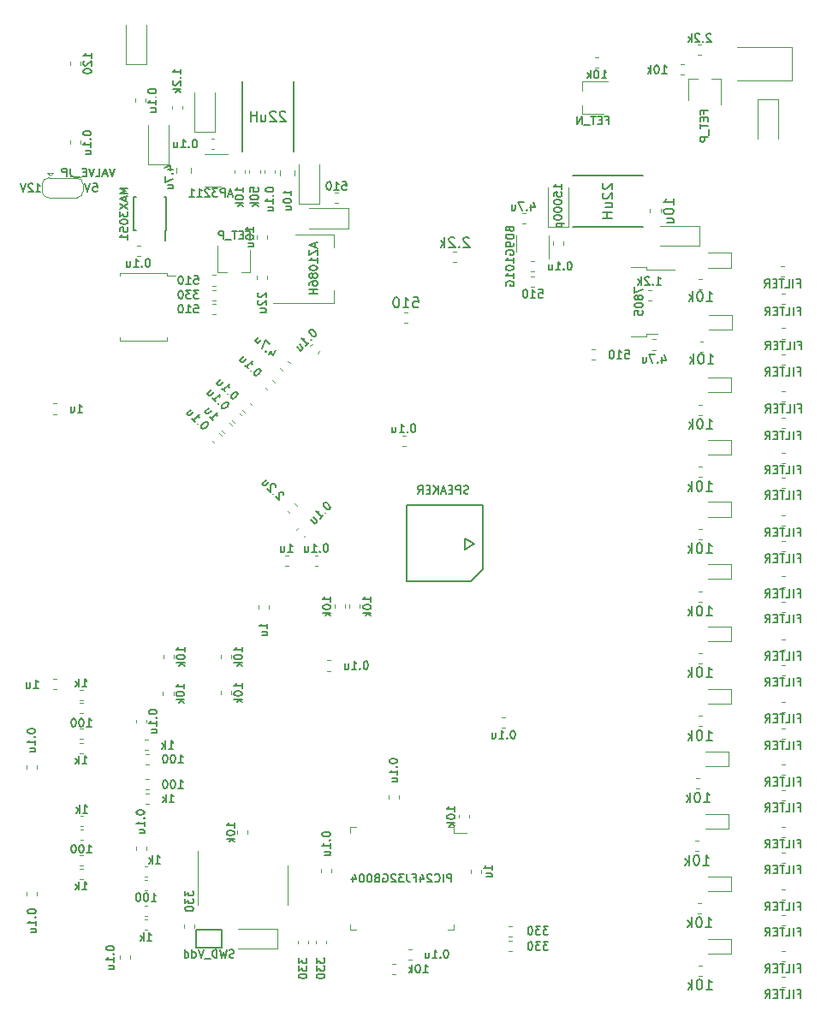
<source format=gbr>
G04 #@! TF.GenerationSoftware,KiCad,Pcbnew,(5.1.4)-1*
G04 #@! TF.CreationDate,2019-12-17T13:05:30+09:00*
G04 #@! TF.ProjectId,Main,4d61696e-2e6b-4696-9361-645f70636258,rev?*
G04 #@! TF.SameCoordinates,Original*
G04 #@! TF.FileFunction,Legend,Bot*
G04 #@! TF.FilePolarity,Positive*
%FSLAX46Y46*%
G04 Gerber Fmt 4.6, Leading zero omitted, Abs format (unit mm)*
G04 Created by KiCad (PCBNEW (5.1.4)-1) date 2019-12-17 13:05:30*
%MOMM*%
%LPD*%
G04 APERTURE LIST*
%ADD10C,0.150000*%
%ADD11C,0.200000*%
%ADD12C,0.120000*%
G04 APERTURE END LIST*
D10*
X43252380Y-57311904D02*
X43633333Y-57311904D01*
X43671428Y-57692857D01*
X43633333Y-57654761D01*
X43557142Y-57616666D01*
X43366666Y-57616666D01*
X43290476Y-57654761D01*
X43252380Y-57692857D01*
X43214285Y-57769047D01*
X43214285Y-57959523D01*
X43252380Y-58035714D01*
X43290476Y-58073809D01*
X43366666Y-58111904D01*
X43557142Y-58111904D01*
X43633333Y-58073809D01*
X43671428Y-58035714D01*
X42985714Y-57311904D02*
X42719047Y-58111904D01*
X42452380Y-57311904D01*
X37595238Y-58111904D02*
X38052380Y-58111904D01*
X37823809Y-58111904D02*
X37823809Y-57311904D01*
X37900000Y-57426190D01*
X37976190Y-57502380D01*
X38052380Y-57540476D01*
X37290476Y-57388095D02*
X37252380Y-57350000D01*
X37176190Y-57311904D01*
X36985714Y-57311904D01*
X36909523Y-57350000D01*
X36871428Y-57388095D01*
X36833333Y-57464285D01*
X36833333Y-57540476D01*
X36871428Y-57654761D01*
X37328571Y-58111904D01*
X36833333Y-58111904D01*
X36604761Y-57311904D02*
X36338095Y-58111904D01*
X36071428Y-57311904D01*
D11*
X80395238Y-87973809D02*
X80280952Y-88011904D01*
X80090476Y-88011904D01*
X80014285Y-87973809D01*
X79976190Y-87935714D01*
X79938095Y-87859523D01*
X79938095Y-87783333D01*
X79976190Y-87707142D01*
X80014285Y-87669047D01*
X80090476Y-87630952D01*
X80242857Y-87592857D01*
X80319047Y-87554761D01*
X80357142Y-87516666D01*
X80395238Y-87440476D01*
X80395238Y-87364285D01*
X80357142Y-87288095D01*
X80319047Y-87250000D01*
X80242857Y-87211904D01*
X80052380Y-87211904D01*
X79938095Y-87250000D01*
X79595238Y-88011904D02*
X79595238Y-87211904D01*
X79290476Y-87211904D01*
X79214285Y-87250000D01*
X79176190Y-87288095D01*
X79138095Y-87364285D01*
X79138095Y-87478571D01*
X79176190Y-87554761D01*
X79214285Y-87592857D01*
X79290476Y-87630952D01*
X79595238Y-87630952D01*
X78795238Y-87592857D02*
X78528571Y-87592857D01*
X78414285Y-88011904D02*
X78795238Y-88011904D01*
X78795238Y-87211904D01*
X78414285Y-87211904D01*
X78109523Y-87783333D02*
X77728571Y-87783333D01*
X78185714Y-88011904D02*
X77919047Y-87211904D01*
X77652380Y-88011904D01*
X77385714Y-88011904D02*
X77385714Y-87211904D01*
X76928571Y-88011904D02*
X77271428Y-87554761D01*
X76928571Y-87211904D02*
X77385714Y-87669047D01*
X76585714Y-87592857D02*
X76319047Y-87592857D01*
X76204761Y-88011904D02*
X76585714Y-88011904D01*
X76585714Y-87211904D01*
X76204761Y-87211904D01*
X75404761Y-88011904D02*
X75671428Y-87630952D01*
X75861904Y-88011904D02*
X75861904Y-87211904D01*
X75557142Y-87211904D01*
X75480952Y-87250000D01*
X75442857Y-87288095D01*
X75404761Y-87364285D01*
X75404761Y-87478571D01*
X75442857Y-87554761D01*
X75480952Y-87592857D01*
X75557142Y-87630952D01*
X75861904Y-87630952D01*
D12*
X65512779Y-94140000D02*
X65187221Y-94140000D01*
X65512779Y-95160000D02*
X65187221Y-95160000D01*
D10*
X90725000Y-61600000D02*
X97625000Y-61600000D01*
X90725000Y-56500000D02*
X97625000Y-56500000D01*
X63100000Y-47250000D02*
X63100000Y-54150000D01*
X58000000Y-47250000D02*
X58000000Y-54150000D01*
X80600000Y-96650000D02*
X74300000Y-96650000D01*
X74300000Y-96650000D02*
X74300000Y-89150000D01*
X81800000Y-89150000D02*
X74300000Y-89150000D01*
X81800000Y-89150000D02*
X81800000Y-95450000D01*
X80600000Y-96650000D02*
X81800000Y-95450000D01*
X80000000Y-92450000D02*
X81000000Y-92950000D01*
X80000000Y-93550000D02*
X80000000Y-92450000D01*
X81000000Y-92950000D02*
X80000000Y-93550000D01*
D12*
X46930000Y-134022779D02*
X46930000Y-133697221D01*
X45910000Y-134022779D02*
X45910000Y-133697221D01*
X47912779Y-64510000D02*
X47587221Y-64510000D01*
X47912779Y-63490000D02*
X47587221Y-63490000D01*
X42010000Y-53087221D02*
X42010000Y-53412779D01*
X40990000Y-53087221D02*
X40990000Y-53412779D01*
X39287221Y-106340000D02*
X39612779Y-106340000D01*
X39287221Y-107360000D02*
X39612779Y-107360000D01*
X60240000Y-55987221D02*
X60240000Y-56312779D01*
X61260000Y-55987221D02*
X61260000Y-56312779D01*
X66762779Y-104490000D02*
X66437221Y-104490000D01*
X66762779Y-105510000D02*
X66437221Y-105510000D01*
X48460000Y-49262779D02*
X48460000Y-48937221D01*
X47440000Y-49262779D02*
X47440000Y-48937221D01*
X57975727Y-80254478D02*
X57745522Y-80024273D01*
X57254478Y-80975727D02*
X57024273Y-80745522D01*
X39337221Y-80110000D02*
X39662779Y-80110000D01*
X39337221Y-79090000D02*
X39662779Y-79090000D01*
X54937221Y-52890000D02*
X55262779Y-52890000D01*
X54937221Y-53910000D02*
X55262779Y-53910000D01*
X56254478Y-81975727D02*
X56024273Y-81745522D01*
X56975727Y-81254478D02*
X56745522Y-81024273D01*
X51490000Y-55738748D02*
X51490000Y-56261252D01*
X52910000Y-55738748D02*
X52910000Y-56261252D01*
X61225727Y-77004478D02*
X60995522Y-76774273D01*
X60504478Y-77725727D02*
X60274273Y-77495522D01*
X58254478Y-79975727D02*
X58024273Y-79745522D01*
X58975727Y-79254478D02*
X58745522Y-79024273D01*
X55975727Y-82254478D02*
X55745522Y-82024273D01*
X55254478Y-82975727D02*
X55024273Y-82745522D01*
X64325727Y-92045522D02*
X64095522Y-92275727D01*
X63604478Y-91324273D02*
X63374273Y-91554478D01*
X37710000Y-115212779D02*
X37710000Y-114887221D01*
X36690000Y-115212779D02*
X36690000Y-114887221D01*
X37710000Y-127712779D02*
X37710000Y-127387221D01*
X36690000Y-127712779D02*
X36690000Y-127387221D01*
X73837221Y-83260000D02*
X74162779Y-83260000D01*
X73837221Y-82240000D02*
X74162779Y-82240000D01*
X59640000Y-99037221D02*
X59640000Y-99362779D01*
X60660000Y-99037221D02*
X60660000Y-99362779D01*
X62237221Y-94140000D02*
X62562779Y-94140000D01*
X62237221Y-95160000D02*
X62562779Y-95160000D01*
X59490000Y-62762779D02*
X59490000Y-62437221D01*
X60510000Y-62762779D02*
X60510000Y-62437221D01*
X64724273Y-73404478D02*
X64954478Y-73174273D01*
X65445522Y-74125727D02*
X65675727Y-73895522D01*
X62725727Y-75104478D02*
X62495522Y-74874273D01*
X62004478Y-75825727D02*
X61774273Y-75595522D01*
X59490000Y-66437221D02*
X59490000Y-66762779D01*
X60510000Y-66437221D02*
X60510000Y-66762779D01*
X62704478Y-89925727D02*
X62474273Y-89695522D01*
X63425727Y-89204478D02*
X63195522Y-88974273D01*
X48510000Y-122937221D02*
X48510000Y-123262779D01*
X47490000Y-122937221D02*
X47490000Y-123262779D01*
X48510000Y-110337221D02*
X48510000Y-110662779D01*
X47490000Y-110337221D02*
X47490000Y-110662779D01*
X84012779Y-111110000D02*
X83687221Y-111110000D01*
X84012779Y-110090000D02*
X83687221Y-110090000D01*
X86587221Y-66010000D02*
X86912779Y-66010000D01*
X86587221Y-64990000D02*
X86912779Y-64990000D01*
X89760000Y-63087221D02*
X89760000Y-63412779D01*
X88740000Y-63087221D02*
X88740000Y-63412779D01*
X86062779Y-60240000D02*
X85737221Y-60240000D01*
X86062779Y-61260000D02*
X85737221Y-61260000D01*
X99385000Y-60162779D02*
X99385000Y-59837221D01*
X98365000Y-60162779D02*
X98365000Y-59837221D01*
X61500000Y-131000000D02*
X57600000Y-131000000D01*
X61500000Y-133000000D02*
X57600000Y-133000000D01*
X61500000Y-131000000D02*
X61500000Y-133000000D01*
X50750000Y-55450000D02*
X50750000Y-51550000D01*
X48750000Y-55450000D02*
X48750000Y-51550000D01*
X50750000Y-55450000D02*
X48750000Y-55450000D01*
X55300000Y-52200000D02*
X55300000Y-48300000D01*
X53300000Y-52200000D02*
X53300000Y-48300000D01*
X55300000Y-52200000D02*
X53300000Y-52200000D01*
X65650000Y-59300000D02*
X65650000Y-55400000D01*
X63650000Y-59300000D02*
X63650000Y-55400000D01*
X65650000Y-59300000D02*
X63650000Y-59300000D01*
X68550000Y-59750000D02*
X68550000Y-61750000D01*
X68550000Y-61750000D02*
X64650000Y-61750000D01*
X68550000Y-59750000D02*
X64650000Y-59750000D01*
X48500000Y-45500000D02*
X48500000Y-41600000D01*
X46500000Y-45500000D02*
X46500000Y-41600000D01*
X48500000Y-45500000D02*
X46500000Y-45500000D01*
X90275000Y-61625000D02*
X90275000Y-57725000D01*
X88275000Y-61625000D02*
X88275000Y-57725000D01*
X90275000Y-61625000D02*
X88275000Y-61625000D01*
X104100000Y-64165000D02*
X106385000Y-64165000D01*
X106385000Y-64165000D02*
X106385000Y-65635000D01*
X106385000Y-65635000D02*
X104100000Y-65635000D01*
X106485000Y-71785000D02*
X104200000Y-71785000D01*
X106485000Y-70315000D02*
X106485000Y-71785000D01*
X104200000Y-70315000D02*
X106485000Y-70315000D01*
X106385000Y-77985000D02*
X104100000Y-77985000D01*
X106385000Y-76515000D02*
X106385000Y-77985000D01*
X104100000Y-76515000D02*
X106385000Y-76515000D01*
X106385000Y-84135000D02*
X104100000Y-84135000D01*
X106385000Y-82665000D02*
X106385000Y-84135000D01*
X104100000Y-82665000D02*
X106385000Y-82665000D01*
X106385000Y-90285000D02*
X104100000Y-90285000D01*
X106385000Y-88815000D02*
X106385000Y-90285000D01*
X104100000Y-88815000D02*
X106385000Y-88815000D01*
X104100000Y-94965000D02*
X106385000Y-94965000D01*
X106385000Y-94965000D02*
X106385000Y-96435000D01*
X106385000Y-96435000D02*
X104100000Y-96435000D01*
X103200000Y-61500000D02*
X103200000Y-63500000D01*
X103200000Y-63500000D02*
X99300000Y-63500000D01*
X103200000Y-61500000D02*
X99300000Y-61500000D01*
X106385000Y-102585000D02*
X104100000Y-102585000D01*
X106385000Y-101115000D02*
X106385000Y-102585000D01*
X104100000Y-101115000D02*
X106385000Y-101115000D01*
X104100000Y-107315000D02*
X106385000Y-107315000D01*
X106385000Y-107315000D02*
X106385000Y-108785000D01*
X106385000Y-108785000D02*
X104100000Y-108785000D01*
X103850000Y-113515000D02*
X106135000Y-113515000D01*
X106135000Y-113515000D02*
X106135000Y-114985000D01*
X106135000Y-114985000D02*
X103850000Y-114985000D01*
X103800000Y-119665000D02*
X106085000Y-119665000D01*
X106085000Y-119665000D02*
X106085000Y-121135000D01*
X106085000Y-121135000D02*
X103800000Y-121135000D01*
X104050000Y-125865000D02*
X106335000Y-125865000D01*
X106335000Y-125865000D02*
X106335000Y-127335000D01*
X106335000Y-127335000D02*
X104050000Y-127335000D01*
X106335000Y-133485000D02*
X104050000Y-133485000D01*
X106335000Y-132015000D02*
X106335000Y-133485000D01*
X104050000Y-132015000D02*
X106335000Y-132015000D01*
X109000000Y-49000000D02*
X111000000Y-49000000D01*
X111000000Y-49000000D02*
X111000000Y-52900000D01*
X109000000Y-49000000D02*
X109000000Y-52900000D01*
D10*
X53480000Y-131111000D02*
X56020000Y-131111000D01*
X56020000Y-132889000D02*
X53480000Y-132889000D01*
X56020000Y-132889000D02*
X56020000Y-131111000D01*
X53480000Y-131111000D02*
X53480000Y-132889000D01*
D12*
X55590000Y-66075000D02*
X56500000Y-66075000D01*
X57900000Y-66075000D02*
X58810000Y-66075000D01*
X55590000Y-63500000D02*
X55590000Y-66075000D01*
X58810000Y-63925000D02*
X58810000Y-66075000D01*
X93775000Y-50460000D02*
X91625000Y-50460000D01*
X94200000Y-47240000D02*
X91625000Y-47240000D01*
X91625000Y-49550000D02*
X91625000Y-50460000D01*
X91625000Y-47240000D02*
X91625000Y-48150000D01*
X105360000Y-46925000D02*
X104450000Y-46925000D01*
X103050000Y-46925000D02*
X102140000Y-46925000D01*
X105360000Y-49500000D02*
X105360000Y-46925000D01*
X102140000Y-49075000D02*
X102140000Y-46925000D01*
X74037221Y-70040000D02*
X74362779Y-70040000D01*
X74037221Y-71060000D02*
X74362779Y-71060000D01*
X67512779Y-59210000D02*
X67187221Y-59210000D01*
X67512779Y-58190000D02*
X67187221Y-58190000D01*
X55037221Y-70260000D02*
X55362779Y-70260000D01*
X55037221Y-69240000D02*
X55362779Y-69240000D01*
X51090000Y-49637221D02*
X51090000Y-49962779D01*
X52110000Y-49637221D02*
X52110000Y-49962779D01*
X55037221Y-66390000D02*
X55362779Y-66390000D01*
X55037221Y-67410000D02*
X55362779Y-67410000D01*
X55037221Y-67840000D02*
X55362779Y-67840000D01*
X55037221Y-68860000D02*
X55362779Y-68860000D01*
X58740000Y-55987221D02*
X58740000Y-56312779D01*
X59760000Y-55987221D02*
X59760000Y-56312779D01*
X58260000Y-56312779D02*
X58260000Y-55987221D01*
X57240000Y-56312779D02*
X57240000Y-55987221D01*
X42262779Y-107390000D02*
X41937221Y-107390000D01*
X42262779Y-108410000D02*
X41937221Y-108410000D01*
X42312779Y-119840000D02*
X41987221Y-119840000D01*
X42312779Y-120860000D02*
X41987221Y-120860000D01*
X66310000Y-132187221D02*
X66310000Y-132512779D01*
X65290000Y-132187221D02*
X65290000Y-132512779D01*
X52290000Y-130637221D02*
X52290000Y-130962779D01*
X53310000Y-130637221D02*
X53310000Y-130962779D01*
X57540000Y-121662779D02*
X57540000Y-121337221D01*
X58560000Y-121662779D02*
X58560000Y-121337221D01*
X63540000Y-132187221D02*
X63540000Y-132512779D01*
X64560000Y-132187221D02*
X64560000Y-132512779D01*
X42262779Y-112640000D02*
X41937221Y-112640000D01*
X42262779Y-113660000D02*
X41937221Y-113660000D01*
X42262779Y-126110000D02*
X41937221Y-126110000D01*
X42262779Y-125090000D02*
X41937221Y-125090000D01*
X42262779Y-109710000D02*
X41937221Y-109710000D01*
X42262779Y-108690000D02*
X41937221Y-108690000D01*
X42312779Y-122260000D02*
X41987221Y-122260000D01*
X42312779Y-121240000D02*
X41987221Y-121240000D01*
X42262779Y-112260000D02*
X41937221Y-112260000D01*
X42262779Y-111240000D02*
X41937221Y-111240000D01*
X42262779Y-124760000D02*
X41937221Y-124760000D01*
X42262779Y-123740000D02*
X41937221Y-123740000D01*
X68160000Y-98987221D02*
X68160000Y-99312779D01*
X67140000Y-98987221D02*
X67140000Y-99312779D01*
X69660000Y-98987221D02*
X69660000Y-99312779D01*
X68640000Y-98987221D02*
X68640000Y-99312779D01*
X48662779Y-130140000D02*
X48337221Y-130140000D01*
X48662779Y-131160000D02*
X48337221Y-131160000D01*
X48762779Y-118660000D02*
X48437221Y-118660000D01*
X48762779Y-117640000D02*
X48437221Y-117640000D01*
X48662779Y-125860000D02*
X48337221Y-125860000D01*
X48662779Y-124840000D02*
X48337221Y-124840000D01*
X48712779Y-112340000D02*
X48387221Y-112340000D01*
X48712779Y-113360000D02*
X48387221Y-113360000D01*
X48662779Y-128740000D02*
X48337221Y-128740000D01*
X48662779Y-129760000D02*
X48337221Y-129760000D01*
X48762779Y-116240000D02*
X48437221Y-116240000D01*
X48762779Y-117260000D02*
X48437221Y-117260000D01*
X48662779Y-127260000D02*
X48337221Y-127260000D01*
X48662779Y-126240000D02*
X48337221Y-126240000D01*
X48762779Y-114760000D02*
X48437221Y-114760000D01*
X48762779Y-113740000D02*
X48437221Y-113740000D01*
X86587221Y-66490000D02*
X86912779Y-66490000D01*
X86587221Y-67510000D02*
X86912779Y-67510000D01*
X103612779Y-74010000D02*
X103287221Y-74010000D01*
X103612779Y-72990000D02*
X103287221Y-72990000D01*
X103462779Y-85340000D02*
X103137221Y-85340000D01*
X103462779Y-86360000D02*
X103137221Y-86360000D01*
X103462779Y-98710000D02*
X103137221Y-98710000D01*
X103462779Y-97690000D02*
X103137221Y-97690000D01*
X103512779Y-66790000D02*
X103187221Y-66790000D01*
X103512779Y-67810000D02*
X103187221Y-67810000D01*
X103512779Y-80210000D02*
X103187221Y-80210000D01*
X103512779Y-79190000D02*
X103187221Y-79190000D01*
X103462779Y-91490000D02*
X103137221Y-91490000D01*
X103462779Y-92510000D02*
X103137221Y-92510000D01*
X103087221Y-43590000D02*
X103412779Y-43590000D01*
X103087221Y-44610000D02*
X103412779Y-44610000D01*
X92587221Y-73740000D02*
X92912779Y-73740000D01*
X92587221Y-74760000D02*
X92912779Y-74760000D01*
X111612779Y-66560000D02*
X111287221Y-66560000D01*
X111612779Y-65540000D02*
X111287221Y-65540000D01*
X111662779Y-68240000D02*
X111337221Y-68240000D01*
X111662779Y-69260000D02*
X111337221Y-69260000D01*
X111712779Y-71640000D02*
X111387221Y-71640000D01*
X111712779Y-72660000D02*
X111387221Y-72660000D01*
X111662779Y-74240000D02*
X111337221Y-74240000D01*
X111662779Y-75260000D02*
X111337221Y-75260000D01*
X111712779Y-78910000D02*
X111387221Y-78910000D01*
X111712779Y-77890000D02*
X111387221Y-77890000D01*
X111662779Y-80490000D02*
X111337221Y-80490000D01*
X111662779Y-81510000D02*
X111337221Y-81510000D01*
X111662779Y-83940000D02*
X111337221Y-83940000D01*
X111662779Y-84960000D02*
X111337221Y-84960000D01*
X111662779Y-87460000D02*
X111337221Y-87460000D01*
X111662779Y-86440000D02*
X111337221Y-86440000D01*
X111662779Y-91160000D02*
X111337221Y-91160000D01*
X111662779Y-90140000D02*
X111337221Y-90140000D01*
X111662779Y-92690000D02*
X111337221Y-92690000D01*
X111662779Y-93710000D02*
X111337221Y-93710000D01*
X111662779Y-96190000D02*
X111337221Y-96190000D01*
X111662779Y-97210000D02*
X111337221Y-97210000D01*
X111662779Y-99710000D02*
X111337221Y-99710000D01*
X111662779Y-98690000D02*
X111337221Y-98690000D01*
X78887221Y-64090000D02*
X79212779Y-64090000D01*
X78887221Y-65110000D02*
X79212779Y-65110000D01*
X101712779Y-46560000D02*
X101387221Y-46560000D01*
X101712779Y-45540000D02*
X101387221Y-45540000D01*
X93262779Y-44840000D02*
X92937221Y-44840000D01*
X93262779Y-45860000D02*
X92937221Y-45860000D01*
X103462779Y-109990000D02*
X103137221Y-109990000D01*
X103462779Y-111010000D02*
X103137221Y-111010000D01*
X103162779Y-122340000D02*
X102837221Y-122340000D01*
X103162779Y-123360000D02*
X102837221Y-123360000D01*
X103462779Y-134640000D02*
X103137221Y-134640000D01*
X103462779Y-135660000D02*
X103137221Y-135660000D01*
X103462779Y-104760000D02*
X103137221Y-104760000D01*
X103462779Y-103740000D02*
X103137221Y-103740000D01*
X103262779Y-117160000D02*
X102937221Y-117160000D01*
X103262779Y-116140000D02*
X102937221Y-116140000D01*
X103412779Y-128490000D02*
X103087221Y-128490000D01*
X103412779Y-129510000D02*
X103087221Y-129510000D01*
X111662779Y-102390000D02*
X111337221Y-102390000D01*
X111662779Y-103410000D02*
X111337221Y-103410000D01*
X111662779Y-105960000D02*
X111337221Y-105960000D01*
X111662779Y-104940000D02*
X111337221Y-104940000D01*
X111662779Y-108590000D02*
X111337221Y-108590000D01*
X111662779Y-109610000D02*
X111337221Y-109610000D01*
X111662779Y-112210000D02*
X111337221Y-112210000D01*
X111662779Y-111190000D02*
X111337221Y-111190000D01*
X111662779Y-114790000D02*
X111337221Y-114790000D01*
X111662779Y-115810000D02*
X111337221Y-115810000D01*
X111662779Y-118360000D02*
X111337221Y-118360000D01*
X111662779Y-117340000D02*
X111337221Y-117340000D01*
X111662779Y-120940000D02*
X111337221Y-120940000D01*
X111662779Y-121960000D02*
X111337221Y-121960000D01*
X111662779Y-124510000D02*
X111337221Y-124510000D01*
X111662779Y-123490000D02*
X111337221Y-123490000D01*
X111662779Y-127140000D02*
X111337221Y-127140000D01*
X111662779Y-128160000D02*
X111337221Y-128160000D01*
X111662779Y-129640000D02*
X111337221Y-129640000D01*
X111662779Y-130660000D02*
X111337221Y-130660000D01*
X111662779Y-134260000D02*
X111337221Y-134260000D01*
X111662779Y-133240000D02*
X111337221Y-133240000D01*
X111662779Y-135790000D02*
X111337221Y-135790000D01*
X111662779Y-136810000D02*
X111337221Y-136810000D01*
X55900000Y-57600000D02*
X54300000Y-57600000D01*
X54300000Y-54400000D02*
X56600000Y-54400000D01*
X62485000Y-126750000D02*
X62485000Y-128700000D01*
X62485000Y-126750000D02*
X62485000Y-124800000D01*
X53615000Y-126750000D02*
X53615000Y-128700000D01*
X53615000Y-126750000D02*
X53615000Y-123300000D01*
X67060000Y-62340000D02*
X67060000Y-63600000D01*
X67060000Y-69160000D02*
X67060000Y-67900000D01*
X63300000Y-62340000D02*
X67060000Y-62340000D01*
X61050000Y-69160000D02*
X67060000Y-69160000D01*
X88350000Y-62450000D02*
X88350000Y-64750000D01*
X85150000Y-64050000D02*
X85150000Y-62450000D01*
X98912779Y-73760000D02*
X98587221Y-73760000D01*
X98912779Y-72740000D02*
X98587221Y-72740000D01*
X98137221Y-68910000D02*
X98462779Y-68910000D01*
X98137221Y-67890000D02*
X98462779Y-67890000D01*
X96470000Y-65550000D02*
X97970000Y-65550000D01*
X97970000Y-65550000D02*
X97970000Y-65820000D01*
X97970000Y-65820000D02*
X100800000Y-65820000D01*
X96470000Y-72450000D02*
X97970000Y-72450000D01*
X97970000Y-72450000D02*
X97970000Y-72180000D01*
X97970000Y-72180000D02*
X99070000Y-72180000D01*
X63210000Y-56041422D02*
X63210000Y-56558578D01*
X61790000Y-56041422D02*
X61790000Y-56558578D01*
D10*
X50525000Y-61925000D02*
X50400000Y-61925000D01*
X50525000Y-58675000D02*
X50300000Y-58675000D01*
X47275000Y-58675000D02*
X47500000Y-58675000D01*
X47275000Y-61925000D02*
X47500000Y-61925000D01*
X50525000Y-61925000D02*
X50525000Y-58675000D01*
X47275000Y-61925000D02*
X47275000Y-58675000D01*
X50400000Y-61925000D02*
X50400000Y-63000000D01*
D12*
X40990000Y-45287221D02*
X40990000Y-45612779D01*
X42010000Y-45287221D02*
X42010000Y-45612779D01*
X39050000Y-56550000D02*
X39350000Y-56250000D01*
X38750000Y-56250000D02*
X39350000Y-56250000D01*
X39050000Y-56550000D02*
X38750000Y-56250000D01*
X38200000Y-57450000D02*
X38200000Y-58050000D01*
X41650000Y-56750000D02*
X38850000Y-56750000D01*
X42300000Y-58050000D02*
X42300000Y-57450000D01*
X38850000Y-58750000D02*
X41650000Y-58750000D01*
X41600000Y-58750000D02*
G75*
G03X42300000Y-58050000I0J700000D01*
G01*
X42300000Y-57450000D02*
G75*
G03X41600000Y-56750000I-700000J0D01*
G01*
X38900000Y-56750000D02*
G75*
G03X38200000Y-57450000I0J-700000D01*
G01*
X38200000Y-58050000D02*
G75*
G03X38900000Y-58750000I700000J0D01*
G01*
X45940000Y-72860000D02*
X45940000Y-72560000D01*
X50560000Y-72860000D02*
X45940000Y-72860000D01*
X50560000Y-72560000D02*
X50560000Y-72860000D01*
X45940000Y-66140000D02*
X45940000Y-66440000D01*
X50560000Y-66140000D02*
X45940000Y-66140000D01*
X50560000Y-66440000D02*
X50560000Y-66140000D01*
X51450000Y-66440000D02*
X50560000Y-66440000D01*
X112400000Y-43850000D02*
X112400000Y-47150000D01*
X112400000Y-47150000D02*
X107000000Y-47150000D01*
X112400000Y-43850000D02*
X107000000Y-43850000D01*
X66860000Y-125462779D02*
X66860000Y-125137221D01*
X65840000Y-125462779D02*
X65840000Y-125137221D01*
X80590000Y-125512779D02*
X80590000Y-125187221D01*
X81610000Y-125512779D02*
X81610000Y-125187221D01*
X73490000Y-118182779D02*
X73490000Y-117857221D01*
X72470000Y-118182779D02*
X72470000Y-117857221D01*
X74437221Y-133040000D02*
X74762779Y-133040000D01*
X74437221Y-134060000D02*
X74762779Y-134060000D01*
X72837221Y-135510000D02*
X73162779Y-135510000D01*
X72837221Y-134490000D02*
X73162779Y-134490000D01*
X84337221Y-131760000D02*
X84662779Y-131760000D01*
X84337221Y-130740000D02*
X84662779Y-130740000D01*
X84337221Y-132240000D02*
X84662779Y-132240000D01*
X84337221Y-133260000D02*
X84662779Y-133260000D01*
X69265000Y-131160000D02*
X68690000Y-131160000D01*
X68690000Y-131160000D02*
X68690000Y-130585000D01*
X78335000Y-131160000D02*
X78910000Y-131160000D01*
X78910000Y-131160000D02*
X78910000Y-130585000D01*
X69265000Y-120940000D02*
X68690000Y-120940000D01*
X68690000Y-120940000D02*
X68690000Y-121515000D01*
X78335000Y-120940000D02*
X78910000Y-120940000D01*
X78910000Y-120940000D02*
X78910000Y-121515000D01*
X78910000Y-121515000D02*
X80200000Y-121515000D01*
X80460000Y-120062779D02*
X80460000Y-119737221D01*
X79440000Y-120062779D02*
X79440000Y-119737221D01*
X50240000Y-103937221D02*
X50240000Y-104262779D01*
X51260000Y-103937221D02*
X51260000Y-104262779D01*
X56960000Y-103937221D02*
X56960000Y-104262779D01*
X55940000Y-103937221D02*
X55940000Y-104262779D01*
X55940000Y-107537221D02*
X55940000Y-107862779D01*
X56960000Y-107537221D02*
X56960000Y-107862779D01*
X51210000Y-107587221D02*
X51210000Y-107912779D01*
X50190000Y-107587221D02*
X50190000Y-107912779D01*
D10*
X66321428Y-92961904D02*
X66245238Y-92961904D01*
X66169047Y-93000000D01*
X66130952Y-93038095D01*
X66092857Y-93114285D01*
X66054761Y-93266666D01*
X66054761Y-93457142D01*
X66092857Y-93609523D01*
X66130952Y-93685714D01*
X66169047Y-93723809D01*
X66245238Y-93761904D01*
X66321428Y-93761904D01*
X66397619Y-93723809D01*
X66435714Y-93685714D01*
X66473809Y-93609523D01*
X66511904Y-93457142D01*
X66511904Y-93266666D01*
X66473809Y-93114285D01*
X66435714Y-93038095D01*
X66397619Y-93000000D01*
X66321428Y-92961904D01*
X65711904Y-93685714D02*
X65673809Y-93723809D01*
X65711904Y-93761904D01*
X65750000Y-93723809D01*
X65711904Y-93685714D01*
X65711904Y-93761904D01*
X64911904Y-93761904D02*
X65369047Y-93761904D01*
X65140476Y-93761904D02*
X65140476Y-92961904D01*
X65216666Y-93076190D01*
X65292857Y-93152380D01*
X65369047Y-93190476D01*
X64226190Y-93228571D02*
X64226190Y-93761904D01*
X64569047Y-93228571D02*
X64569047Y-93647619D01*
X64530952Y-93723809D01*
X64454761Y-93761904D01*
X64340476Y-93761904D01*
X64264285Y-93723809D01*
X64226190Y-93685714D01*
X93722619Y-57311904D02*
X93675000Y-57359523D01*
X93627380Y-57454761D01*
X93627380Y-57692857D01*
X93675000Y-57788095D01*
X93722619Y-57835714D01*
X93817857Y-57883333D01*
X93913095Y-57883333D01*
X94055952Y-57835714D01*
X94627380Y-57264285D01*
X94627380Y-57883333D01*
X93722619Y-58264285D02*
X93675000Y-58311904D01*
X93627380Y-58407142D01*
X93627380Y-58645238D01*
X93675000Y-58740476D01*
X93722619Y-58788095D01*
X93817857Y-58835714D01*
X93913095Y-58835714D01*
X94055952Y-58788095D01*
X94627380Y-58216666D01*
X94627380Y-58835714D01*
X93960714Y-59692857D02*
X94627380Y-59692857D01*
X93960714Y-59264285D02*
X94484523Y-59264285D01*
X94579761Y-59311904D01*
X94627380Y-59407142D01*
X94627380Y-59550000D01*
X94579761Y-59645238D01*
X94532142Y-59692857D01*
X94627380Y-60169047D02*
X93627380Y-60169047D01*
X94103571Y-60169047D02*
X94103571Y-60740476D01*
X94627380Y-60740476D02*
X93627380Y-60740476D01*
X62288095Y-50247619D02*
X62240476Y-50200000D01*
X62145238Y-50152380D01*
X61907142Y-50152380D01*
X61811904Y-50200000D01*
X61764285Y-50247619D01*
X61716666Y-50342857D01*
X61716666Y-50438095D01*
X61764285Y-50580952D01*
X62335714Y-51152380D01*
X61716666Y-51152380D01*
X61335714Y-50247619D02*
X61288095Y-50200000D01*
X61192857Y-50152380D01*
X60954761Y-50152380D01*
X60859523Y-50200000D01*
X60811904Y-50247619D01*
X60764285Y-50342857D01*
X60764285Y-50438095D01*
X60811904Y-50580952D01*
X61383333Y-51152380D01*
X60764285Y-51152380D01*
X59907142Y-50485714D02*
X59907142Y-51152380D01*
X60335714Y-50485714D02*
X60335714Y-51009523D01*
X60288095Y-51104761D01*
X60192857Y-51152380D01*
X60050000Y-51152380D01*
X59954761Y-51104761D01*
X59907142Y-51057142D01*
X59430952Y-51152380D02*
X59430952Y-50152380D01*
X59430952Y-50628571D02*
X58859523Y-50628571D01*
X58859523Y-51152380D02*
X58859523Y-50152380D01*
X44551904Y-132888571D02*
X44551904Y-132964761D01*
X44590000Y-133040952D01*
X44628095Y-133079047D01*
X44704285Y-133117142D01*
X44856666Y-133155238D01*
X45047142Y-133155238D01*
X45199523Y-133117142D01*
X45275714Y-133079047D01*
X45313809Y-133040952D01*
X45351904Y-132964761D01*
X45351904Y-132888571D01*
X45313809Y-132812380D01*
X45275714Y-132774285D01*
X45199523Y-132736190D01*
X45047142Y-132698095D01*
X44856666Y-132698095D01*
X44704285Y-132736190D01*
X44628095Y-132774285D01*
X44590000Y-132812380D01*
X44551904Y-132888571D01*
X45275714Y-133498095D02*
X45313809Y-133536190D01*
X45351904Y-133498095D01*
X45313809Y-133460000D01*
X45275714Y-133498095D01*
X45351904Y-133498095D01*
X45351904Y-134298095D02*
X45351904Y-133840952D01*
X45351904Y-134069523D02*
X44551904Y-134069523D01*
X44666190Y-133993333D01*
X44742380Y-133917142D01*
X44780476Y-133840952D01*
X44818571Y-134983809D02*
X45351904Y-134983809D01*
X44818571Y-134640952D02*
X45237619Y-134640952D01*
X45313809Y-134679047D01*
X45351904Y-134755238D01*
X45351904Y-134869523D01*
X45313809Y-134945714D01*
X45275714Y-134983809D01*
X48721428Y-64761904D02*
X48645238Y-64761904D01*
X48569047Y-64800000D01*
X48530952Y-64838095D01*
X48492857Y-64914285D01*
X48454761Y-65066666D01*
X48454761Y-65257142D01*
X48492857Y-65409523D01*
X48530952Y-65485714D01*
X48569047Y-65523809D01*
X48645238Y-65561904D01*
X48721428Y-65561904D01*
X48797619Y-65523809D01*
X48835714Y-65485714D01*
X48873809Y-65409523D01*
X48911904Y-65257142D01*
X48911904Y-65066666D01*
X48873809Y-64914285D01*
X48835714Y-64838095D01*
X48797619Y-64800000D01*
X48721428Y-64761904D01*
X48111904Y-65485714D02*
X48073809Y-65523809D01*
X48111904Y-65561904D01*
X48150000Y-65523809D01*
X48111904Y-65485714D01*
X48111904Y-65561904D01*
X47311904Y-65561904D02*
X47769047Y-65561904D01*
X47540476Y-65561904D02*
X47540476Y-64761904D01*
X47616666Y-64876190D01*
X47692857Y-64952380D01*
X47769047Y-64990476D01*
X46626190Y-65028571D02*
X46626190Y-65561904D01*
X46969047Y-65028571D02*
X46969047Y-65447619D01*
X46930952Y-65523809D01*
X46854761Y-65561904D01*
X46740476Y-65561904D01*
X46664285Y-65523809D01*
X46626190Y-65485714D01*
X42266903Y-52303570D02*
X42266903Y-52379760D01*
X42304999Y-52455951D01*
X42343094Y-52494046D01*
X42419284Y-52532141D01*
X42571665Y-52570237D01*
X42762141Y-52570237D01*
X42914522Y-52532141D01*
X42990713Y-52494046D01*
X43028808Y-52455951D01*
X43066903Y-52379760D01*
X43066903Y-52303570D01*
X43028808Y-52227379D01*
X42990713Y-52189284D01*
X42914522Y-52151189D01*
X42762141Y-52113094D01*
X42571665Y-52113094D01*
X42419284Y-52151189D01*
X42343094Y-52189284D01*
X42304999Y-52227379D01*
X42266903Y-52303570D01*
X42990713Y-52913094D02*
X43028808Y-52951189D01*
X43066903Y-52913094D01*
X43028808Y-52874999D01*
X42990713Y-52913094D01*
X43066903Y-52913094D01*
X43066903Y-53713094D02*
X43066903Y-53255951D01*
X43066903Y-53484522D02*
X42266903Y-53484522D01*
X42381189Y-53408332D01*
X42457379Y-53332141D01*
X42495475Y-53255951D01*
X42533570Y-54398808D02*
X43066903Y-54398808D01*
X42533570Y-54055951D02*
X42952618Y-54055951D01*
X43028808Y-54094046D01*
X43066903Y-54170237D01*
X43066903Y-54284522D01*
X43028808Y-54360713D01*
X42990713Y-54398808D01*
X37383333Y-107211904D02*
X37840476Y-107211904D01*
X37611904Y-107211904D02*
X37611904Y-106411904D01*
X37688095Y-106526190D01*
X37764285Y-106602380D01*
X37840476Y-106640476D01*
X36697619Y-106678571D02*
X36697619Y-107211904D01*
X37040476Y-106678571D02*
X37040476Y-107097619D01*
X37002380Y-107173809D01*
X36926190Y-107211904D01*
X36811904Y-107211904D01*
X36735714Y-107173809D01*
X36697619Y-107135714D01*
X60311904Y-57878571D02*
X60311904Y-57954761D01*
X60350000Y-58030952D01*
X60388095Y-58069047D01*
X60464285Y-58107142D01*
X60616666Y-58145238D01*
X60807142Y-58145238D01*
X60959523Y-58107142D01*
X61035714Y-58069047D01*
X61073809Y-58030952D01*
X61111904Y-57954761D01*
X61111904Y-57878571D01*
X61073809Y-57802380D01*
X61035714Y-57764285D01*
X60959523Y-57726190D01*
X60807142Y-57688095D01*
X60616666Y-57688095D01*
X60464285Y-57726190D01*
X60388095Y-57764285D01*
X60350000Y-57802380D01*
X60311904Y-57878571D01*
X61035714Y-58488095D02*
X61073809Y-58526190D01*
X61111904Y-58488095D01*
X61073809Y-58450000D01*
X61035714Y-58488095D01*
X61111904Y-58488095D01*
X61111904Y-59288095D02*
X61111904Y-58830952D01*
X61111904Y-59059523D02*
X60311904Y-59059523D01*
X60426190Y-58983333D01*
X60502380Y-58907142D01*
X60540476Y-58830952D01*
X60578571Y-59973809D02*
X61111904Y-59973809D01*
X60578571Y-59630952D02*
X60997619Y-59630952D01*
X61073809Y-59669047D01*
X61111904Y-59745238D01*
X61111904Y-59859523D01*
X61073809Y-59935714D01*
X61035714Y-59973809D01*
X70271428Y-104561904D02*
X70195238Y-104561904D01*
X70119047Y-104600000D01*
X70080952Y-104638095D01*
X70042857Y-104714285D01*
X70004761Y-104866666D01*
X70004761Y-105057142D01*
X70042857Y-105209523D01*
X70080952Y-105285714D01*
X70119047Y-105323809D01*
X70195238Y-105361904D01*
X70271428Y-105361904D01*
X70347619Y-105323809D01*
X70385714Y-105285714D01*
X70423809Y-105209523D01*
X70461904Y-105057142D01*
X70461904Y-104866666D01*
X70423809Y-104714285D01*
X70385714Y-104638095D01*
X70347619Y-104600000D01*
X70271428Y-104561904D01*
X69661904Y-105285714D02*
X69623809Y-105323809D01*
X69661904Y-105361904D01*
X69700000Y-105323809D01*
X69661904Y-105285714D01*
X69661904Y-105361904D01*
X68861904Y-105361904D02*
X69319047Y-105361904D01*
X69090476Y-105361904D02*
X69090476Y-104561904D01*
X69166666Y-104676190D01*
X69242857Y-104752380D01*
X69319047Y-104790476D01*
X68176190Y-104828571D02*
X68176190Y-105361904D01*
X68519047Y-104828571D02*
X68519047Y-105247619D01*
X68480952Y-105323809D01*
X68404761Y-105361904D01*
X68290476Y-105361904D01*
X68214285Y-105323809D01*
X68176190Y-105285714D01*
X48711904Y-48128571D02*
X48711904Y-48204761D01*
X48750000Y-48280952D01*
X48788095Y-48319047D01*
X48864285Y-48357142D01*
X49016666Y-48395238D01*
X49207142Y-48395238D01*
X49359523Y-48357142D01*
X49435714Y-48319047D01*
X49473809Y-48280952D01*
X49511904Y-48204761D01*
X49511904Y-48128571D01*
X49473809Y-48052380D01*
X49435714Y-48014285D01*
X49359523Y-47976190D01*
X49207142Y-47938095D01*
X49016666Y-47938095D01*
X48864285Y-47976190D01*
X48788095Y-48014285D01*
X48750000Y-48052380D01*
X48711904Y-48128571D01*
X49435714Y-48738095D02*
X49473809Y-48776190D01*
X49511904Y-48738095D01*
X49473809Y-48700000D01*
X49435714Y-48738095D01*
X49511904Y-48738095D01*
X49511904Y-49538095D02*
X49511904Y-49080952D01*
X49511904Y-49309523D02*
X48711904Y-49309523D01*
X48826190Y-49233333D01*
X48902380Y-49157142D01*
X48940476Y-49080952D01*
X48978571Y-50223809D02*
X49511904Y-50223809D01*
X48978571Y-49880952D02*
X49397619Y-49880952D01*
X49473809Y-49919047D01*
X49511904Y-49995238D01*
X49511904Y-50109523D01*
X49473809Y-50185714D01*
X49435714Y-50223809D01*
X56622850Y-79003290D02*
X56568976Y-78949415D01*
X56488163Y-78922478D01*
X56434289Y-78922478D01*
X56353476Y-78949415D01*
X56218789Y-79030228D01*
X56084102Y-79164915D01*
X56003290Y-79299602D01*
X55976353Y-79380414D01*
X55976353Y-79434289D01*
X56003290Y-79515101D01*
X56057165Y-79568976D01*
X56137977Y-79595913D01*
X56191852Y-79595913D01*
X56272664Y-79568976D01*
X56407351Y-79488163D01*
X56542038Y-79353476D01*
X56622850Y-79218789D01*
X56649788Y-79137977D01*
X56649788Y-79084102D01*
X56622850Y-79003290D01*
X55680041Y-79084102D02*
X55626167Y-79084102D01*
X55626167Y-79137977D01*
X55680041Y-79137977D01*
X55680041Y-79084102D01*
X55626167Y-79137977D01*
X55060481Y-78572292D02*
X55383730Y-78895541D01*
X55222105Y-78733916D02*
X55787791Y-78168231D01*
X55760854Y-78302918D01*
X55760854Y-78410667D01*
X55787791Y-78491479D01*
X54952731Y-77710295D02*
X54575608Y-78087418D01*
X55195168Y-77952731D02*
X54898857Y-78249043D01*
X54818044Y-78275980D01*
X54737232Y-78249043D01*
X54656420Y-78168231D01*
X54629483Y-78087418D01*
X54629483Y-78033544D01*
X41733333Y-79961904D02*
X42190476Y-79961904D01*
X41961904Y-79961904D02*
X41961904Y-79161904D01*
X42038095Y-79276190D01*
X42114285Y-79352380D01*
X42190476Y-79390476D01*
X41047619Y-79428571D02*
X41047619Y-79961904D01*
X41390476Y-79428571D02*
X41390476Y-79847619D01*
X41352380Y-79923809D01*
X41276190Y-79961904D01*
X41161904Y-79961904D01*
X41085714Y-79923809D01*
X41047619Y-79885714D01*
X53371428Y-52961904D02*
X53295238Y-52961904D01*
X53219047Y-53000000D01*
X53180952Y-53038095D01*
X53142857Y-53114285D01*
X53104761Y-53266666D01*
X53104761Y-53457142D01*
X53142857Y-53609523D01*
X53180952Y-53685714D01*
X53219047Y-53723809D01*
X53295238Y-53761904D01*
X53371428Y-53761904D01*
X53447619Y-53723809D01*
X53485714Y-53685714D01*
X53523809Y-53609523D01*
X53561904Y-53457142D01*
X53561904Y-53266666D01*
X53523809Y-53114285D01*
X53485714Y-53038095D01*
X53447619Y-53000000D01*
X53371428Y-52961904D01*
X52761904Y-53685714D02*
X52723809Y-53723809D01*
X52761904Y-53761904D01*
X52800000Y-53723809D01*
X52761904Y-53685714D01*
X52761904Y-53761904D01*
X51961904Y-53761904D02*
X52419047Y-53761904D01*
X52190476Y-53761904D02*
X52190476Y-52961904D01*
X52266666Y-53076190D01*
X52342857Y-53152380D01*
X52419047Y-53190476D01*
X51276190Y-53228571D02*
X51276190Y-53761904D01*
X51619047Y-53228571D02*
X51619047Y-53647619D01*
X51580952Y-53723809D01*
X51504761Y-53761904D01*
X51390476Y-53761904D01*
X51314285Y-53723809D01*
X51276190Y-53685714D01*
X54818095Y-80400617D02*
X55141344Y-80723866D01*
X54979720Y-80562241D02*
X55545405Y-79996556D01*
X55518468Y-80131243D01*
X55518468Y-80238992D01*
X55545405Y-80319805D01*
X54710345Y-79538620D02*
X54333222Y-79915743D01*
X54952782Y-79781056D02*
X54656471Y-80077368D01*
X54575658Y-80104305D01*
X54494846Y-80077368D01*
X54414034Y-79996556D01*
X54387097Y-79915743D01*
X54387097Y-79861869D01*
X50628571Y-55919047D02*
X51161904Y-55919047D01*
X50323809Y-55728571D02*
X50895238Y-55538095D01*
X50895238Y-56033333D01*
X51085714Y-56338095D02*
X51123809Y-56376190D01*
X51161904Y-56338095D01*
X51123809Y-56300000D01*
X51085714Y-56338095D01*
X51161904Y-56338095D01*
X50361904Y-56642857D02*
X50361904Y-57176190D01*
X51161904Y-56833333D01*
X50628571Y-57823809D02*
X51161904Y-57823809D01*
X50628571Y-57480952D02*
X51047619Y-57480952D01*
X51123809Y-57519047D01*
X51161904Y-57595238D01*
X51161904Y-57709523D01*
X51123809Y-57785714D01*
X51085714Y-57823809D01*
X59837495Y-75717935D02*
X59783621Y-75664060D01*
X59702808Y-75637123D01*
X59648934Y-75637123D01*
X59568121Y-75664060D01*
X59433434Y-75744873D01*
X59298747Y-75879560D01*
X59217935Y-76014247D01*
X59190998Y-76095059D01*
X59190998Y-76148934D01*
X59217935Y-76229746D01*
X59271810Y-76283621D01*
X59352622Y-76310558D01*
X59406497Y-76310558D01*
X59487309Y-76283621D01*
X59621996Y-76202808D01*
X59756683Y-76068121D01*
X59837495Y-75933434D01*
X59864433Y-75852622D01*
X59864433Y-75798747D01*
X59837495Y-75717935D01*
X58894686Y-75798747D02*
X58840812Y-75798747D01*
X58840812Y-75852622D01*
X58894686Y-75852622D01*
X58894686Y-75798747D01*
X58840812Y-75852622D01*
X58275126Y-75286937D02*
X58598375Y-75610186D01*
X58436750Y-75448561D02*
X59002436Y-74882876D01*
X58975499Y-75017563D01*
X58975499Y-75125312D01*
X59002436Y-75206124D01*
X58167376Y-74424940D02*
X57790253Y-74802063D01*
X58409813Y-74667376D02*
X58113502Y-74963688D01*
X58032689Y-74990625D01*
X57951877Y-74963688D01*
X57871065Y-74882876D01*
X57844128Y-74802063D01*
X57844128Y-74748189D01*
X57552139Y-78003290D02*
X57498265Y-77949415D01*
X57417452Y-77922478D01*
X57363578Y-77922478D01*
X57282765Y-77949415D01*
X57148078Y-78030228D01*
X57013391Y-78164915D01*
X56932579Y-78299602D01*
X56905642Y-78380414D01*
X56905642Y-78434289D01*
X56932579Y-78515101D01*
X56986454Y-78568976D01*
X57067266Y-78595913D01*
X57121141Y-78595913D01*
X57201953Y-78568976D01*
X57336640Y-78488163D01*
X57471327Y-78353476D01*
X57552139Y-78218789D01*
X57579077Y-78137977D01*
X57579077Y-78084102D01*
X57552139Y-78003290D01*
X56609330Y-78084102D02*
X56555456Y-78084102D01*
X56555456Y-78137977D01*
X56609330Y-78137977D01*
X56609330Y-78084102D01*
X56555456Y-78137977D01*
X55989770Y-77572292D02*
X56313019Y-77895541D01*
X56151394Y-77733916D02*
X56717080Y-77168231D01*
X56690143Y-77302918D01*
X56690143Y-77410667D01*
X56717080Y-77491479D01*
X55882020Y-76710295D02*
X55504897Y-77087418D01*
X56124457Y-76952731D02*
X55828146Y-77249043D01*
X55747333Y-77275980D01*
X55666521Y-77249043D01*
X55585709Y-77168231D01*
X55558772Y-77087418D01*
X55558772Y-77033544D01*
X54596683Y-80977123D02*
X54542809Y-80923248D01*
X54461996Y-80896311D01*
X54408122Y-80896311D01*
X54327309Y-80923248D01*
X54192622Y-81004061D01*
X54057935Y-81138748D01*
X53977123Y-81273435D01*
X53950186Y-81354247D01*
X53950186Y-81408122D01*
X53977123Y-81488934D01*
X54030998Y-81542809D01*
X54111810Y-81569746D01*
X54165685Y-81569746D01*
X54246497Y-81542809D01*
X54381184Y-81461996D01*
X54515871Y-81327309D01*
X54596683Y-81192622D01*
X54623621Y-81111810D01*
X54623621Y-81057935D01*
X54596683Y-80977123D01*
X53653874Y-81057935D02*
X53600000Y-81057935D01*
X53600000Y-81111810D01*
X53653874Y-81111810D01*
X53653874Y-81057935D01*
X53600000Y-81111810D01*
X53034314Y-80546125D02*
X53357563Y-80869374D01*
X53195938Y-80707749D02*
X53761624Y-80142064D01*
X53734687Y-80276751D01*
X53734687Y-80384500D01*
X53761624Y-80465312D01*
X52926564Y-79684128D02*
X52549441Y-80061251D01*
X53169001Y-79926564D02*
X52872690Y-80222876D01*
X52791877Y-80249813D01*
X52711065Y-80222876D01*
X52630253Y-80142064D01*
X52603316Y-80061251D01*
X52603316Y-80007377D01*
X66127123Y-88903316D02*
X66073248Y-88957190D01*
X66046311Y-89038003D01*
X66046311Y-89091877D01*
X66073248Y-89172690D01*
X66154061Y-89307377D01*
X66288748Y-89442064D01*
X66423435Y-89522876D01*
X66504247Y-89549813D01*
X66558122Y-89549813D01*
X66638934Y-89522876D01*
X66692809Y-89469001D01*
X66719746Y-89388189D01*
X66719746Y-89334314D01*
X66692809Y-89253502D01*
X66611996Y-89118815D01*
X66477309Y-88984128D01*
X66342622Y-88903316D01*
X66261810Y-88876378D01*
X66207935Y-88876378D01*
X66127123Y-88903316D01*
X66207935Y-89846125D02*
X66207935Y-89900000D01*
X66261810Y-89900000D01*
X66261810Y-89846125D01*
X66207935Y-89846125D01*
X66261810Y-89900000D01*
X65696125Y-90465685D02*
X66019374Y-90142436D01*
X65857749Y-90304061D02*
X65292064Y-89738375D01*
X65426751Y-89765312D01*
X65534500Y-89765312D01*
X65615312Y-89738375D01*
X64834128Y-90573435D02*
X65211251Y-90950558D01*
X65076564Y-90330998D02*
X65372876Y-90627309D01*
X65399813Y-90708122D01*
X65372876Y-90788934D01*
X65292064Y-90869746D01*
X65211251Y-90896683D01*
X65157377Y-90896683D01*
X36761904Y-111428571D02*
X36761904Y-111504761D01*
X36800000Y-111580952D01*
X36838095Y-111619047D01*
X36914285Y-111657142D01*
X37066666Y-111695238D01*
X37257142Y-111695238D01*
X37409523Y-111657142D01*
X37485714Y-111619047D01*
X37523809Y-111580952D01*
X37561904Y-111504761D01*
X37561904Y-111428571D01*
X37523809Y-111352380D01*
X37485714Y-111314285D01*
X37409523Y-111276190D01*
X37257142Y-111238095D01*
X37066666Y-111238095D01*
X36914285Y-111276190D01*
X36838095Y-111314285D01*
X36800000Y-111352380D01*
X36761904Y-111428571D01*
X37485714Y-112038095D02*
X37523809Y-112076190D01*
X37561904Y-112038095D01*
X37523809Y-112000000D01*
X37485714Y-112038095D01*
X37561904Y-112038095D01*
X37561904Y-112838095D02*
X37561904Y-112380952D01*
X37561904Y-112609523D02*
X36761904Y-112609523D01*
X36876190Y-112533333D01*
X36952380Y-112457142D01*
X36990476Y-112380952D01*
X37028571Y-113523809D02*
X37561904Y-113523809D01*
X37028571Y-113180952D02*
X37447619Y-113180952D01*
X37523809Y-113219047D01*
X37561904Y-113295238D01*
X37561904Y-113409523D01*
X37523809Y-113485714D01*
X37485714Y-113523809D01*
X36811904Y-129278571D02*
X36811904Y-129354761D01*
X36850000Y-129430952D01*
X36888095Y-129469047D01*
X36964285Y-129507142D01*
X37116666Y-129545238D01*
X37307142Y-129545238D01*
X37459523Y-129507142D01*
X37535714Y-129469047D01*
X37573809Y-129430952D01*
X37611904Y-129354761D01*
X37611904Y-129278571D01*
X37573809Y-129202380D01*
X37535714Y-129164285D01*
X37459523Y-129126190D01*
X37307142Y-129088095D01*
X37116666Y-129088095D01*
X36964285Y-129126190D01*
X36888095Y-129164285D01*
X36850000Y-129202380D01*
X36811904Y-129278571D01*
X37535714Y-129888095D02*
X37573809Y-129926190D01*
X37611904Y-129888095D01*
X37573809Y-129850000D01*
X37535714Y-129888095D01*
X37611904Y-129888095D01*
X37611904Y-130688095D02*
X37611904Y-130230952D01*
X37611904Y-130459523D02*
X36811904Y-130459523D01*
X36926190Y-130383333D01*
X37002380Y-130307142D01*
X37040476Y-130230952D01*
X37078571Y-131373809D02*
X37611904Y-131373809D01*
X37078571Y-131030952D02*
X37497619Y-131030952D01*
X37573809Y-131069047D01*
X37611904Y-131145238D01*
X37611904Y-131259523D01*
X37573809Y-131335714D01*
X37535714Y-131373809D01*
X74971428Y-81111904D02*
X74895238Y-81111904D01*
X74819047Y-81150000D01*
X74780952Y-81188095D01*
X74742857Y-81264285D01*
X74704761Y-81416666D01*
X74704761Y-81607142D01*
X74742857Y-81759523D01*
X74780952Y-81835714D01*
X74819047Y-81873809D01*
X74895238Y-81911904D01*
X74971428Y-81911904D01*
X75047619Y-81873809D01*
X75085714Y-81835714D01*
X75123809Y-81759523D01*
X75161904Y-81607142D01*
X75161904Y-81416666D01*
X75123809Y-81264285D01*
X75085714Y-81188095D01*
X75047619Y-81150000D01*
X74971428Y-81111904D01*
X74361904Y-81835714D02*
X74323809Y-81873809D01*
X74361904Y-81911904D01*
X74400000Y-81873809D01*
X74361904Y-81835714D01*
X74361904Y-81911904D01*
X73561904Y-81911904D02*
X74019047Y-81911904D01*
X73790476Y-81911904D02*
X73790476Y-81111904D01*
X73866666Y-81226190D01*
X73942857Y-81302380D01*
X74019047Y-81340476D01*
X72876190Y-81378571D02*
X72876190Y-81911904D01*
X73219047Y-81378571D02*
X73219047Y-81797619D01*
X73180952Y-81873809D01*
X73104761Y-81911904D01*
X72990476Y-81911904D01*
X72914285Y-81873809D01*
X72876190Y-81835714D01*
X60511904Y-101316666D02*
X60511904Y-100859523D01*
X60511904Y-101088095D02*
X59711904Y-101088095D01*
X59826190Y-101011904D01*
X59902380Y-100935714D01*
X59940476Y-100859523D01*
X59978571Y-102002380D02*
X60511904Y-102002380D01*
X59978571Y-101659523D02*
X60397619Y-101659523D01*
X60473809Y-101697619D01*
X60511904Y-101773809D01*
X60511904Y-101888095D01*
X60473809Y-101964285D01*
X60435714Y-102002380D01*
X62533333Y-93761904D02*
X62990476Y-93761904D01*
X62761904Y-93761904D02*
X62761904Y-92961904D01*
X62838095Y-93076190D01*
X62914285Y-93152380D01*
X62990476Y-93190476D01*
X61847619Y-93228571D02*
X61847619Y-93761904D01*
X62190476Y-93228571D02*
X62190476Y-93647619D01*
X62152380Y-93723809D01*
X62076190Y-93761904D01*
X61961904Y-93761904D01*
X61885714Y-93723809D01*
X61847619Y-93685714D01*
X59161904Y-62085714D02*
X59161904Y-61628571D01*
X59161904Y-61857142D02*
X58361904Y-61857142D01*
X58476190Y-61780952D01*
X58552380Y-61704761D01*
X58590476Y-61628571D01*
X58361904Y-62580952D02*
X58361904Y-62657142D01*
X58400000Y-62733333D01*
X58438095Y-62771428D01*
X58514285Y-62809523D01*
X58666666Y-62847619D01*
X58857142Y-62847619D01*
X59009523Y-62809523D01*
X59085714Y-62771428D01*
X59123809Y-62733333D01*
X59161904Y-62657142D01*
X59161904Y-62580952D01*
X59123809Y-62504761D01*
X59085714Y-62466666D01*
X59009523Y-62428571D01*
X58857142Y-62390476D01*
X58666666Y-62390476D01*
X58514285Y-62428571D01*
X58438095Y-62466666D01*
X58400000Y-62504761D01*
X58361904Y-62580952D01*
X58628571Y-63533333D02*
X59161904Y-63533333D01*
X58628571Y-63190476D02*
X59047619Y-63190476D01*
X59123809Y-63228571D01*
X59161904Y-63304761D01*
X59161904Y-63419047D01*
X59123809Y-63495238D01*
X59085714Y-63533333D01*
X64728595Y-71804788D02*
X64674720Y-71858662D01*
X64647783Y-71939475D01*
X64647783Y-71993349D01*
X64674720Y-72074162D01*
X64755533Y-72208849D01*
X64890220Y-72343536D01*
X65024907Y-72424348D01*
X65105719Y-72451285D01*
X65159594Y-72451285D01*
X65240406Y-72424348D01*
X65294281Y-72370473D01*
X65321218Y-72289661D01*
X65321218Y-72235786D01*
X65294281Y-72154974D01*
X65213468Y-72020287D01*
X65078781Y-71885600D01*
X64944094Y-71804788D01*
X64863282Y-71777850D01*
X64809407Y-71777850D01*
X64728595Y-71804788D01*
X64809407Y-72747597D02*
X64809407Y-72801472D01*
X64863282Y-72801472D01*
X64863282Y-72747597D01*
X64809407Y-72747597D01*
X64863282Y-72801472D01*
X64297597Y-73367157D02*
X64620846Y-73043908D01*
X64459221Y-73205533D02*
X63893536Y-72639847D01*
X64028223Y-72666784D01*
X64135972Y-72666784D01*
X64216784Y-72639847D01*
X63435600Y-73474907D02*
X63812723Y-73852030D01*
X63678036Y-73232470D02*
X63974348Y-73528781D01*
X64001285Y-73609594D01*
X63974348Y-73690406D01*
X63893536Y-73771218D01*
X63812723Y-73798155D01*
X63758849Y-73798155D01*
X61014247Y-73871810D02*
X60637123Y-74248934D01*
X61364433Y-73790998D02*
X61095059Y-74329746D01*
X60744873Y-73979560D01*
X60394686Y-73898747D02*
X60340812Y-73898747D01*
X60340812Y-73952622D01*
X60394686Y-73952622D01*
X60394686Y-73898747D01*
X60340812Y-73952622D01*
X60690998Y-73171437D02*
X60313874Y-72794314D01*
X59990625Y-73602436D01*
X59667376Y-72524940D02*
X59290253Y-72902063D01*
X59909813Y-72767376D02*
X59613502Y-73063688D01*
X59532689Y-73090625D01*
X59451877Y-73063688D01*
X59371065Y-72982876D01*
X59344128Y-72902063D01*
X59344128Y-72848189D01*
X59638095Y-68128571D02*
X59600000Y-68166666D01*
X59561904Y-68242857D01*
X59561904Y-68433333D01*
X59600000Y-68509523D01*
X59638095Y-68547619D01*
X59714285Y-68585714D01*
X59790476Y-68585714D01*
X59904761Y-68547619D01*
X60361904Y-68090476D01*
X60361904Y-68585714D01*
X59638095Y-68890476D02*
X59600000Y-68928571D01*
X59561904Y-69004761D01*
X59561904Y-69195238D01*
X59600000Y-69271428D01*
X59638095Y-69309523D01*
X59714285Y-69347619D01*
X59790476Y-69347619D01*
X59904761Y-69309523D01*
X60361904Y-68852380D01*
X60361904Y-69347619D01*
X59828571Y-70033333D02*
X60361904Y-70033333D01*
X59828571Y-69690476D02*
X60247619Y-69690476D01*
X60323809Y-69728571D01*
X60361904Y-69804761D01*
X60361904Y-69919047D01*
X60323809Y-69995238D01*
X60285714Y-70033333D01*
X62127496Y-88115685D02*
X62127496Y-88061810D01*
X62100558Y-87980998D01*
X61965871Y-87846311D01*
X61885059Y-87819374D01*
X61831184Y-87819374D01*
X61750372Y-87846311D01*
X61696497Y-87900186D01*
X61642622Y-88007935D01*
X61642622Y-88654433D01*
X61292436Y-88304247D01*
X61103874Y-88007935D02*
X61050000Y-88007935D01*
X61050000Y-88061810D01*
X61103874Y-88061810D01*
X61103874Y-88007935D01*
X61050000Y-88061810D01*
X61319374Y-87307563D02*
X61319374Y-87253688D01*
X61292436Y-87172876D01*
X61157749Y-87038189D01*
X61076937Y-87011251D01*
X61023062Y-87011251D01*
X60942250Y-87038189D01*
X60888375Y-87092064D01*
X60834500Y-87199813D01*
X60834500Y-87846311D01*
X60484314Y-87496125D01*
X60376564Y-86634128D02*
X59999441Y-87011251D01*
X60619001Y-86876564D02*
X60322690Y-87172876D01*
X60241877Y-87199813D01*
X60161065Y-87172876D01*
X60080253Y-87092064D01*
X60053316Y-87011251D01*
X60053316Y-86957377D01*
X47561904Y-119478571D02*
X47561904Y-119554761D01*
X47600000Y-119630952D01*
X47638095Y-119669047D01*
X47714285Y-119707142D01*
X47866666Y-119745238D01*
X48057142Y-119745238D01*
X48209523Y-119707142D01*
X48285714Y-119669047D01*
X48323809Y-119630952D01*
X48361904Y-119554761D01*
X48361904Y-119478571D01*
X48323809Y-119402380D01*
X48285714Y-119364285D01*
X48209523Y-119326190D01*
X48057142Y-119288095D01*
X47866666Y-119288095D01*
X47714285Y-119326190D01*
X47638095Y-119364285D01*
X47600000Y-119402380D01*
X47561904Y-119478571D01*
X48285714Y-120088095D02*
X48323809Y-120126190D01*
X48361904Y-120088095D01*
X48323809Y-120050000D01*
X48285714Y-120088095D01*
X48361904Y-120088095D01*
X48361904Y-120888095D02*
X48361904Y-120430952D01*
X48361904Y-120659523D02*
X47561904Y-120659523D01*
X47676190Y-120583333D01*
X47752380Y-120507142D01*
X47790476Y-120430952D01*
X47828571Y-121573809D02*
X48361904Y-121573809D01*
X47828571Y-121230952D02*
X48247619Y-121230952D01*
X48323809Y-121269047D01*
X48361904Y-121345238D01*
X48361904Y-121459523D01*
X48323809Y-121535714D01*
X48285714Y-121573809D01*
X48761904Y-109528571D02*
X48761904Y-109604761D01*
X48800000Y-109680952D01*
X48838095Y-109719047D01*
X48914285Y-109757142D01*
X49066666Y-109795238D01*
X49257142Y-109795238D01*
X49409523Y-109757142D01*
X49485714Y-109719047D01*
X49523809Y-109680952D01*
X49561904Y-109604761D01*
X49561904Y-109528571D01*
X49523809Y-109452380D01*
X49485714Y-109414285D01*
X49409523Y-109376190D01*
X49257142Y-109338095D01*
X49066666Y-109338095D01*
X48914285Y-109376190D01*
X48838095Y-109414285D01*
X48800000Y-109452380D01*
X48761904Y-109528571D01*
X49485714Y-110138095D02*
X49523809Y-110176190D01*
X49561904Y-110138095D01*
X49523809Y-110100000D01*
X49485714Y-110138095D01*
X49561904Y-110138095D01*
X49561904Y-110938095D02*
X49561904Y-110480952D01*
X49561904Y-110709523D02*
X48761904Y-110709523D01*
X48876190Y-110633333D01*
X48952380Y-110557142D01*
X48990476Y-110480952D01*
X49028571Y-111623809D02*
X49561904Y-111623809D01*
X49028571Y-111280952D02*
X49447619Y-111280952D01*
X49523809Y-111319047D01*
X49561904Y-111395238D01*
X49561904Y-111509523D01*
X49523809Y-111585714D01*
X49485714Y-111623809D01*
X84821428Y-111411904D02*
X84745238Y-111411904D01*
X84669047Y-111450000D01*
X84630952Y-111488095D01*
X84592857Y-111564285D01*
X84554761Y-111716666D01*
X84554761Y-111907142D01*
X84592857Y-112059523D01*
X84630952Y-112135714D01*
X84669047Y-112173809D01*
X84745238Y-112211904D01*
X84821428Y-112211904D01*
X84897619Y-112173809D01*
X84935714Y-112135714D01*
X84973809Y-112059523D01*
X85011904Y-111907142D01*
X85011904Y-111716666D01*
X84973809Y-111564285D01*
X84935714Y-111488095D01*
X84897619Y-111450000D01*
X84821428Y-111411904D01*
X84211904Y-112135714D02*
X84173809Y-112173809D01*
X84211904Y-112211904D01*
X84250000Y-112173809D01*
X84211904Y-112135714D01*
X84211904Y-112211904D01*
X83411904Y-112211904D02*
X83869047Y-112211904D01*
X83640476Y-112211904D02*
X83640476Y-111411904D01*
X83716666Y-111526190D01*
X83792857Y-111602380D01*
X83869047Y-111640476D01*
X82726190Y-111678571D02*
X82726190Y-112211904D01*
X83069047Y-111678571D02*
X83069047Y-112097619D01*
X83030952Y-112173809D01*
X82954761Y-112211904D01*
X82840476Y-112211904D01*
X82764285Y-112173809D01*
X82726190Y-112135714D01*
X90421428Y-65061904D02*
X90345238Y-65061904D01*
X90269047Y-65100000D01*
X90230952Y-65138095D01*
X90192857Y-65214285D01*
X90154761Y-65366666D01*
X90154761Y-65557142D01*
X90192857Y-65709523D01*
X90230952Y-65785714D01*
X90269047Y-65823809D01*
X90345238Y-65861904D01*
X90421428Y-65861904D01*
X90497619Y-65823809D01*
X90535714Y-65785714D01*
X90573809Y-65709523D01*
X90611904Y-65557142D01*
X90611904Y-65366666D01*
X90573809Y-65214285D01*
X90535714Y-65138095D01*
X90497619Y-65100000D01*
X90421428Y-65061904D01*
X89811904Y-65785714D02*
X89773809Y-65823809D01*
X89811904Y-65861904D01*
X89850000Y-65823809D01*
X89811904Y-65785714D01*
X89811904Y-65861904D01*
X89011904Y-65861904D02*
X89469047Y-65861904D01*
X89240476Y-65861904D02*
X89240476Y-65061904D01*
X89316666Y-65176190D01*
X89392857Y-65252380D01*
X89469047Y-65290476D01*
X88326190Y-65328571D02*
X88326190Y-65861904D01*
X88669047Y-65328571D02*
X88669047Y-65747619D01*
X88630952Y-65823809D01*
X88554761Y-65861904D01*
X88440476Y-65861904D01*
X88364285Y-65823809D01*
X88326190Y-65785714D01*
X89611904Y-57842857D02*
X89611904Y-57385714D01*
X89611904Y-57614285D02*
X88811904Y-57614285D01*
X88926190Y-57538095D01*
X89002380Y-57461904D01*
X89040476Y-57385714D01*
X88811904Y-58566666D02*
X88811904Y-58185714D01*
X89192857Y-58147619D01*
X89154761Y-58185714D01*
X89116666Y-58261904D01*
X89116666Y-58452380D01*
X89154761Y-58528571D01*
X89192857Y-58566666D01*
X89269047Y-58604761D01*
X89459523Y-58604761D01*
X89535714Y-58566666D01*
X89573809Y-58528571D01*
X89611904Y-58452380D01*
X89611904Y-58261904D01*
X89573809Y-58185714D01*
X89535714Y-58147619D01*
X88811904Y-59100000D02*
X88811904Y-59176190D01*
X88850000Y-59252380D01*
X88888095Y-59290476D01*
X88964285Y-59328571D01*
X89116666Y-59366666D01*
X89307142Y-59366666D01*
X89459523Y-59328571D01*
X89535714Y-59290476D01*
X89573809Y-59252380D01*
X89611904Y-59176190D01*
X89611904Y-59100000D01*
X89573809Y-59023809D01*
X89535714Y-58985714D01*
X89459523Y-58947619D01*
X89307142Y-58909523D01*
X89116666Y-58909523D01*
X88964285Y-58947619D01*
X88888095Y-58985714D01*
X88850000Y-59023809D01*
X88811904Y-59100000D01*
X88811904Y-59861904D02*
X88811904Y-59938095D01*
X88850000Y-60014285D01*
X88888095Y-60052380D01*
X88964285Y-60090476D01*
X89116666Y-60128571D01*
X89307142Y-60128571D01*
X89459523Y-60090476D01*
X89535714Y-60052380D01*
X89573809Y-60014285D01*
X89611904Y-59938095D01*
X89611904Y-59861904D01*
X89573809Y-59785714D01*
X89535714Y-59747619D01*
X89459523Y-59709523D01*
X89307142Y-59671428D01*
X89116666Y-59671428D01*
X88964285Y-59709523D01*
X88888095Y-59747619D01*
X88850000Y-59785714D01*
X88811904Y-59861904D01*
X88811904Y-60623809D02*
X88811904Y-60700000D01*
X88850000Y-60776190D01*
X88888095Y-60814285D01*
X88964285Y-60852380D01*
X89116666Y-60890476D01*
X89307142Y-60890476D01*
X89459523Y-60852380D01*
X89535714Y-60814285D01*
X89573809Y-60776190D01*
X89611904Y-60700000D01*
X89611904Y-60623809D01*
X89573809Y-60547619D01*
X89535714Y-60509523D01*
X89459523Y-60471428D01*
X89307142Y-60433333D01*
X89116666Y-60433333D01*
X88964285Y-60471428D01*
X88888095Y-60509523D01*
X88850000Y-60547619D01*
X88811904Y-60623809D01*
X89078571Y-61233333D02*
X89878571Y-61233333D01*
X89116666Y-61233333D02*
X89078571Y-61309523D01*
X89078571Y-61461904D01*
X89116666Y-61538095D01*
X89154761Y-61576190D01*
X89230952Y-61614285D01*
X89459523Y-61614285D01*
X89535714Y-61576190D01*
X89573809Y-61538095D01*
X89611904Y-61461904D01*
X89611904Y-61309523D01*
X89573809Y-61233333D01*
X86580952Y-59428571D02*
X86580952Y-59961904D01*
X86771428Y-59123809D02*
X86961904Y-59695238D01*
X86466666Y-59695238D01*
X86161904Y-59885714D02*
X86123809Y-59923809D01*
X86161904Y-59961904D01*
X86200000Y-59923809D01*
X86161904Y-59885714D01*
X86161904Y-59961904D01*
X85857142Y-59161904D02*
X85323809Y-59161904D01*
X85666666Y-59961904D01*
X84676190Y-59428571D02*
X84676190Y-59961904D01*
X85019047Y-59428571D02*
X85019047Y-59847619D01*
X84980952Y-59923809D01*
X84904761Y-59961904D01*
X84790476Y-59961904D01*
X84714285Y-59923809D01*
X84676190Y-59885714D01*
X100677380Y-59407142D02*
X100677380Y-58835714D01*
X100677380Y-59121428D02*
X99677380Y-59121428D01*
X99820238Y-59026190D01*
X99915476Y-58930952D01*
X99963095Y-58835714D01*
X99677380Y-60026190D02*
X99677380Y-60121428D01*
X99725000Y-60216666D01*
X99772619Y-60264285D01*
X99867857Y-60311904D01*
X100058333Y-60359523D01*
X100296428Y-60359523D01*
X100486904Y-60311904D01*
X100582142Y-60264285D01*
X100629761Y-60216666D01*
X100677380Y-60121428D01*
X100677380Y-60026190D01*
X100629761Y-59930952D01*
X100582142Y-59883333D01*
X100486904Y-59835714D01*
X100296428Y-59788095D01*
X100058333Y-59788095D01*
X99867857Y-59835714D01*
X99772619Y-59883333D01*
X99725000Y-59930952D01*
X99677380Y-60026190D01*
X100010714Y-61216666D02*
X100677380Y-61216666D01*
X100010714Y-60788095D02*
X100534523Y-60788095D01*
X100629761Y-60835714D01*
X100677380Y-60930952D01*
X100677380Y-61073809D01*
X100629761Y-61169047D01*
X100582142Y-61216666D01*
X57207142Y-133847809D02*
X57092857Y-133885904D01*
X56902380Y-133885904D01*
X56826190Y-133847809D01*
X56788095Y-133809714D01*
X56750000Y-133733523D01*
X56750000Y-133657333D01*
X56788095Y-133581142D01*
X56826190Y-133543047D01*
X56902380Y-133504952D01*
X57054761Y-133466857D01*
X57130952Y-133428761D01*
X57169047Y-133390666D01*
X57207142Y-133314476D01*
X57207142Y-133238285D01*
X57169047Y-133162095D01*
X57130952Y-133124000D01*
X57054761Y-133085904D01*
X56864285Y-133085904D01*
X56750000Y-133124000D01*
X56483333Y-133085904D02*
X56292857Y-133885904D01*
X56140476Y-133314476D01*
X55988095Y-133885904D01*
X55797619Y-133085904D01*
X55492857Y-133885904D02*
X55492857Y-133085904D01*
X55302380Y-133085904D01*
X55188095Y-133124000D01*
X55111904Y-133200190D01*
X55073809Y-133276380D01*
X55035714Y-133428761D01*
X55035714Y-133543047D01*
X55073809Y-133695428D01*
X55111904Y-133771619D01*
X55188095Y-133847809D01*
X55302380Y-133885904D01*
X55492857Y-133885904D01*
X54883333Y-133962095D02*
X54273809Y-133962095D01*
X54197619Y-133085904D02*
X53930952Y-133885904D01*
X53664285Y-133085904D01*
X53054761Y-133885904D02*
X53054761Y-133085904D01*
X53054761Y-133847809D02*
X53130952Y-133885904D01*
X53283333Y-133885904D01*
X53359523Y-133847809D01*
X53397619Y-133809714D01*
X53435714Y-133733523D01*
X53435714Y-133504952D01*
X53397619Y-133428761D01*
X53359523Y-133390666D01*
X53283333Y-133352571D01*
X53130952Y-133352571D01*
X53054761Y-133390666D01*
X52330952Y-133885904D02*
X52330952Y-133085904D01*
X52330952Y-133847809D02*
X52407142Y-133885904D01*
X52559523Y-133885904D01*
X52635714Y-133847809D01*
X52673809Y-133809714D01*
X52711904Y-133733523D01*
X52711904Y-133504952D01*
X52673809Y-133428761D01*
X52635714Y-133390666D01*
X52559523Y-133352571D01*
X52407142Y-133352571D01*
X52330952Y-133390666D01*
X58507142Y-62392857D02*
X58773809Y-62392857D01*
X58773809Y-62811904D02*
X58773809Y-62011904D01*
X58392857Y-62011904D01*
X58088095Y-62392857D02*
X57821428Y-62392857D01*
X57707142Y-62811904D02*
X58088095Y-62811904D01*
X58088095Y-62011904D01*
X57707142Y-62011904D01*
X57478571Y-62011904D02*
X57021428Y-62011904D01*
X57250000Y-62811904D02*
X57250000Y-62011904D01*
X56945238Y-62888095D02*
X56335714Y-62888095D01*
X56145238Y-62811904D02*
X56145238Y-62011904D01*
X55840476Y-62011904D01*
X55764285Y-62050000D01*
X55726190Y-62088095D01*
X55688095Y-62164285D01*
X55688095Y-62278571D01*
X55726190Y-62354761D01*
X55764285Y-62392857D01*
X55840476Y-62430952D01*
X56145238Y-62430952D01*
X93976190Y-51027856D02*
X94242857Y-51027856D01*
X94242857Y-51446903D02*
X94242857Y-50646903D01*
X93861904Y-50646903D01*
X93557142Y-51027856D02*
X93290476Y-51027856D01*
X93176190Y-51446903D02*
X93557142Y-51446903D01*
X93557142Y-50646903D01*
X93176190Y-50646903D01*
X92947619Y-50646903D02*
X92490476Y-50646903D01*
X92719047Y-51446903D02*
X92719047Y-50646903D01*
X92414285Y-51523094D02*
X91804761Y-51523094D01*
X91614285Y-51446903D02*
X91614285Y-50646903D01*
X91157142Y-51446903D01*
X91157142Y-50646903D01*
X103692857Y-50392857D02*
X103692857Y-50126190D01*
X104111904Y-50126190D02*
X103311904Y-50126190D01*
X103311904Y-50507142D01*
X103692857Y-50811904D02*
X103692857Y-51078571D01*
X104111904Y-51192857D02*
X104111904Y-50811904D01*
X103311904Y-50811904D01*
X103311904Y-51192857D01*
X103311904Y-51421428D02*
X103311904Y-51878571D01*
X104111904Y-51650000D02*
X103311904Y-51650000D01*
X104188095Y-51954761D02*
X104188095Y-52564285D01*
X104111904Y-52754761D02*
X103311904Y-52754761D01*
X103311904Y-53059523D01*
X103350000Y-53135714D01*
X103388095Y-53173809D01*
X103464285Y-53211904D01*
X103578571Y-53211904D01*
X103654761Y-53173809D01*
X103692857Y-53135714D01*
X103730952Y-53059523D01*
X103730952Y-52754761D01*
X74914285Y-68572380D02*
X75390476Y-68572380D01*
X75438095Y-69048571D01*
X75390476Y-69000952D01*
X75295238Y-68953333D01*
X75057142Y-68953333D01*
X74961904Y-69000952D01*
X74914285Y-69048571D01*
X74866666Y-69143809D01*
X74866666Y-69381904D01*
X74914285Y-69477142D01*
X74961904Y-69524761D01*
X75057142Y-69572380D01*
X75295238Y-69572380D01*
X75390476Y-69524761D01*
X75438095Y-69477142D01*
X73914285Y-69572380D02*
X74485714Y-69572380D01*
X74200000Y-69572380D02*
X74200000Y-68572380D01*
X74295238Y-68715238D01*
X74390476Y-68810476D01*
X74485714Y-68858095D01*
X73295238Y-68572380D02*
X73200000Y-68572380D01*
X73104761Y-68620000D01*
X73057142Y-68667619D01*
X73009523Y-68762857D01*
X72961904Y-68953333D01*
X72961904Y-69191428D01*
X73009523Y-69381904D01*
X73057142Y-69477142D01*
X73104761Y-69524761D01*
X73200000Y-69572380D01*
X73295238Y-69572380D01*
X73390476Y-69524761D01*
X73438095Y-69477142D01*
X73485714Y-69381904D01*
X73533333Y-69191428D01*
X73533333Y-68953333D01*
X73485714Y-68762857D01*
X73438095Y-68667619D01*
X73390476Y-68620000D01*
X73295238Y-68572380D01*
X67921428Y-57161904D02*
X68302380Y-57161904D01*
X68340476Y-57542857D01*
X68302380Y-57504761D01*
X68226190Y-57466666D01*
X68035714Y-57466666D01*
X67959523Y-57504761D01*
X67921428Y-57542857D01*
X67883333Y-57619047D01*
X67883333Y-57809523D01*
X67921428Y-57885714D01*
X67959523Y-57923809D01*
X68035714Y-57961904D01*
X68226190Y-57961904D01*
X68302380Y-57923809D01*
X68340476Y-57885714D01*
X67121428Y-57961904D02*
X67578571Y-57961904D01*
X67350000Y-57961904D02*
X67350000Y-57161904D01*
X67426190Y-57276190D01*
X67502380Y-57352380D01*
X67578571Y-57390476D01*
X66626190Y-57161904D02*
X66550000Y-57161904D01*
X66473809Y-57200000D01*
X66435714Y-57238095D01*
X66397619Y-57314285D01*
X66359523Y-57466666D01*
X66359523Y-57657142D01*
X66397619Y-57809523D01*
X66435714Y-57885714D01*
X66473809Y-57923809D01*
X66550000Y-57961904D01*
X66626190Y-57961904D01*
X66702380Y-57923809D01*
X66740476Y-57885714D01*
X66778571Y-57809523D01*
X66816666Y-57657142D01*
X66816666Y-57466666D01*
X66778571Y-57314285D01*
X66740476Y-57238095D01*
X66702380Y-57200000D01*
X66626190Y-57161904D01*
X53271428Y-69311904D02*
X53652380Y-69311904D01*
X53690476Y-69692857D01*
X53652380Y-69654761D01*
X53576190Y-69616666D01*
X53385714Y-69616666D01*
X53309523Y-69654761D01*
X53271428Y-69692857D01*
X53233333Y-69769047D01*
X53233333Y-69959523D01*
X53271428Y-70035714D01*
X53309523Y-70073809D01*
X53385714Y-70111904D01*
X53576190Y-70111904D01*
X53652380Y-70073809D01*
X53690476Y-70035714D01*
X52471428Y-70111904D02*
X52928571Y-70111904D01*
X52700000Y-70111904D02*
X52700000Y-69311904D01*
X52776190Y-69426190D01*
X52852380Y-69502380D01*
X52928571Y-69540476D01*
X51976190Y-69311904D02*
X51900000Y-69311904D01*
X51823809Y-69350000D01*
X51785714Y-69388095D01*
X51747619Y-69464285D01*
X51709523Y-69616666D01*
X51709523Y-69807142D01*
X51747619Y-69959523D01*
X51785714Y-70035714D01*
X51823809Y-70073809D01*
X51900000Y-70111904D01*
X51976190Y-70111904D01*
X52052380Y-70073809D01*
X52090476Y-70035714D01*
X52128571Y-69959523D01*
X52166666Y-69807142D01*
X52166666Y-69616666D01*
X52128571Y-69464285D01*
X52090476Y-69388095D01*
X52052380Y-69350000D01*
X51976190Y-69311904D01*
X51961904Y-46483333D02*
X51961904Y-46026190D01*
X51961904Y-46254761D02*
X51161904Y-46254761D01*
X51276190Y-46178571D01*
X51352380Y-46102380D01*
X51390476Y-46026190D01*
X51885714Y-46826190D02*
X51923809Y-46864285D01*
X51961904Y-46826190D01*
X51923809Y-46788095D01*
X51885714Y-46826190D01*
X51961904Y-46826190D01*
X51238095Y-47169047D02*
X51200000Y-47207142D01*
X51161904Y-47283333D01*
X51161904Y-47473809D01*
X51200000Y-47550000D01*
X51238095Y-47588095D01*
X51314285Y-47626190D01*
X51390476Y-47626190D01*
X51504761Y-47588095D01*
X51961904Y-47130952D01*
X51961904Y-47626190D01*
X51961904Y-47969047D02*
X51161904Y-47969047D01*
X51657142Y-48045238D02*
X51961904Y-48273809D01*
X51428571Y-48273809D02*
X51733333Y-47969047D01*
X53271428Y-66461904D02*
X53652380Y-66461904D01*
X53690476Y-66842857D01*
X53652380Y-66804761D01*
X53576190Y-66766666D01*
X53385714Y-66766666D01*
X53309523Y-66804761D01*
X53271428Y-66842857D01*
X53233333Y-66919047D01*
X53233333Y-67109523D01*
X53271428Y-67185714D01*
X53309523Y-67223809D01*
X53385714Y-67261904D01*
X53576190Y-67261904D01*
X53652380Y-67223809D01*
X53690476Y-67185714D01*
X52471428Y-67261904D02*
X52928571Y-67261904D01*
X52700000Y-67261904D02*
X52700000Y-66461904D01*
X52776190Y-66576190D01*
X52852380Y-66652380D01*
X52928571Y-66690476D01*
X51976190Y-66461904D02*
X51900000Y-66461904D01*
X51823809Y-66500000D01*
X51785714Y-66538095D01*
X51747619Y-66614285D01*
X51709523Y-66766666D01*
X51709523Y-66957142D01*
X51747619Y-67109523D01*
X51785714Y-67185714D01*
X51823809Y-67223809D01*
X51900000Y-67261904D01*
X51976190Y-67261904D01*
X52052380Y-67223809D01*
X52090476Y-67185714D01*
X52128571Y-67109523D01*
X52166666Y-66957142D01*
X52166666Y-66766666D01*
X52128571Y-66614285D01*
X52090476Y-66538095D01*
X52052380Y-66500000D01*
X51976190Y-66461904D01*
X53728571Y-67911904D02*
X53233333Y-67911904D01*
X53500000Y-68216666D01*
X53385714Y-68216666D01*
X53309523Y-68254761D01*
X53271428Y-68292857D01*
X53233333Y-68369047D01*
X53233333Y-68559523D01*
X53271428Y-68635714D01*
X53309523Y-68673809D01*
X53385714Y-68711904D01*
X53614285Y-68711904D01*
X53690476Y-68673809D01*
X53728571Y-68635714D01*
X52966666Y-67911904D02*
X52471428Y-67911904D01*
X52738095Y-68216666D01*
X52623809Y-68216666D01*
X52547619Y-68254761D01*
X52509523Y-68292857D01*
X52471428Y-68369047D01*
X52471428Y-68559523D01*
X52509523Y-68635714D01*
X52547619Y-68673809D01*
X52623809Y-68711904D01*
X52852380Y-68711904D01*
X52928571Y-68673809D01*
X52966666Y-68635714D01*
X51976190Y-67911904D02*
X51900000Y-67911904D01*
X51823809Y-67950000D01*
X51785714Y-67988095D01*
X51747619Y-68064285D01*
X51709523Y-68216666D01*
X51709523Y-68407142D01*
X51747619Y-68559523D01*
X51785714Y-68635714D01*
X51823809Y-68673809D01*
X51900000Y-68711904D01*
X51976190Y-68711904D01*
X52052380Y-68673809D01*
X52090476Y-68635714D01*
X52128571Y-68559523D01*
X52166666Y-68407142D01*
X52166666Y-68216666D01*
X52128571Y-68064285D01*
X52090476Y-67988095D01*
X52052380Y-67950000D01*
X51976190Y-67911904D01*
X58811904Y-58135714D02*
X58811904Y-57754761D01*
X59192857Y-57716666D01*
X59154761Y-57754761D01*
X59116666Y-57830952D01*
X59116666Y-58021428D01*
X59154761Y-58097619D01*
X59192857Y-58135714D01*
X59269047Y-58173809D01*
X59459523Y-58173809D01*
X59535714Y-58135714D01*
X59573809Y-58097619D01*
X59611904Y-58021428D01*
X59611904Y-57830952D01*
X59573809Y-57754761D01*
X59535714Y-57716666D01*
X58811904Y-58669047D02*
X58811904Y-58745238D01*
X58850000Y-58821428D01*
X58888095Y-58859523D01*
X58964285Y-58897619D01*
X59116666Y-58935714D01*
X59307142Y-58935714D01*
X59459523Y-58897619D01*
X59535714Y-58859523D01*
X59573809Y-58821428D01*
X59611904Y-58745238D01*
X59611904Y-58669047D01*
X59573809Y-58592857D01*
X59535714Y-58554761D01*
X59459523Y-58516666D01*
X59307142Y-58478571D01*
X59116666Y-58478571D01*
X58964285Y-58516666D01*
X58888095Y-58554761D01*
X58850000Y-58592857D01*
X58811904Y-58669047D01*
X59611904Y-59278571D02*
X58811904Y-59278571D01*
X59307142Y-59354761D02*
X59611904Y-59583333D01*
X59078571Y-59583333D02*
X59383333Y-59278571D01*
X58111904Y-58173809D02*
X58111904Y-57716666D01*
X58111904Y-57945238D02*
X57311904Y-57945238D01*
X57426190Y-57869047D01*
X57502380Y-57792857D01*
X57540476Y-57716666D01*
X57311904Y-58669047D02*
X57311904Y-58745238D01*
X57350000Y-58821428D01*
X57388095Y-58859523D01*
X57464285Y-58897619D01*
X57616666Y-58935714D01*
X57807142Y-58935714D01*
X57959523Y-58897619D01*
X58035714Y-58859523D01*
X58073809Y-58821428D01*
X58111904Y-58745238D01*
X58111904Y-58669047D01*
X58073809Y-58592857D01*
X58035714Y-58554761D01*
X57959523Y-58516666D01*
X57807142Y-58478571D01*
X57616666Y-58478571D01*
X57464285Y-58516666D01*
X57388095Y-58554761D01*
X57350000Y-58592857D01*
X57311904Y-58669047D01*
X58111904Y-59278571D02*
X57311904Y-59278571D01*
X57807142Y-59354761D02*
X58111904Y-59583333D01*
X57578571Y-59583333D02*
X57883333Y-59278571D01*
X42195238Y-107111904D02*
X42652380Y-107111904D01*
X42423809Y-107111904D02*
X42423809Y-106311904D01*
X42500000Y-106426190D01*
X42576190Y-106502380D01*
X42652380Y-106540476D01*
X41852380Y-107111904D02*
X41852380Y-106311904D01*
X41776190Y-106807142D02*
X41547619Y-107111904D01*
X41547619Y-106578571D02*
X41852380Y-106883333D01*
X42245238Y-119561904D02*
X42702380Y-119561904D01*
X42473809Y-119561904D02*
X42473809Y-118761904D01*
X42550000Y-118876190D01*
X42626190Y-118952380D01*
X42702380Y-118990476D01*
X41902380Y-119561904D02*
X41902380Y-118761904D01*
X41826190Y-119257142D02*
X41597619Y-119561904D01*
X41597619Y-119028571D02*
X41902380Y-119333333D01*
X65361904Y-133921428D02*
X65361904Y-134416666D01*
X65666666Y-134150000D01*
X65666666Y-134264285D01*
X65704761Y-134340476D01*
X65742857Y-134378571D01*
X65819047Y-134416666D01*
X66009523Y-134416666D01*
X66085714Y-134378571D01*
X66123809Y-134340476D01*
X66161904Y-134264285D01*
X66161904Y-134035714D01*
X66123809Y-133959523D01*
X66085714Y-133921428D01*
X65361904Y-134683333D02*
X65361904Y-135178571D01*
X65666666Y-134911904D01*
X65666666Y-135026190D01*
X65704761Y-135102380D01*
X65742857Y-135140476D01*
X65819047Y-135178571D01*
X66009523Y-135178571D01*
X66085714Y-135140476D01*
X66123809Y-135102380D01*
X66161904Y-135026190D01*
X66161904Y-134797619D01*
X66123809Y-134721428D01*
X66085714Y-134683333D01*
X65361904Y-135673809D02*
X65361904Y-135750000D01*
X65400000Y-135826190D01*
X65438095Y-135864285D01*
X65514285Y-135902380D01*
X65666666Y-135940476D01*
X65857142Y-135940476D01*
X66009523Y-135902380D01*
X66085714Y-135864285D01*
X66123809Y-135826190D01*
X66161904Y-135750000D01*
X66161904Y-135673809D01*
X66123809Y-135597619D01*
X66085714Y-135559523D01*
X66009523Y-135521428D01*
X65857142Y-135483333D01*
X65666666Y-135483333D01*
X65514285Y-135521428D01*
X65438095Y-135559523D01*
X65400000Y-135597619D01*
X65361904Y-135673809D01*
X52361904Y-127271428D02*
X52361904Y-127766666D01*
X52666666Y-127500000D01*
X52666666Y-127614285D01*
X52704761Y-127690476D01*
X52742857Y-127728571D01*
X52819047Y-127766666D01*
X53009523Y-127766666D01*
X53085714Y-127728571D01*
X53123809Y-127690476D01*
X53161904Y-127614285D01*
X53161904Y-127385714D01*
X53123809Y-127309523D01*
X53085714Y-127271428D01*
X52361904Y-128033333D02*
X52361904Y-128528571D01*
X52666666Y-128261904D01*
X52666666Y-128376190D01*
X52704761Y-128452380D01*
X52742857Y-128490476D01*
X52819047Y-128528571D01*
X53009523Y-128528571D01*
X53085714Y-128490476D01*
X53123809Y-128452380D01*
X53161904Y-128376190D01*
X53161904Y-128147619D01*
X53123809Y-128071428D01*
X53085714Y-128033333D01*
X52361904Y-129023809D02*
X52361904Y-129100000D01*
X52400000Y-129176190D01*
X52438095Y-129214285D01*
X52514285Y-129252380D01*
X52666666Y-129290476D01*
X52857142Y-129290476D01*
X53009523Y-129252380D01*
X53085714Y-129214285D01*
X53123809Y-129176190D01*
X53161904Y-129100000D01*
X53161904Y-129023809D01*
X53123809Y-128947619D01*
X53085714Y-128909523D01*
X53009523Y-128871428D01*
X52857142Y-128833333D01*
X52666666Y-128833333D01*
X52514285Y-128871428D01*
X52438095Y-128909523D01*
X52400000Y-128947619D01*
X52361904Y-129023809D01*
X57261904Y-121023809D02*
X57261904Y-120566666D01*
X57261904Y-120795238D02*
X56461904Y-120795238D01*
X56576190Y-120719047D01*
X56652380Y-120642857D01*
X56690476Y-120566666D01*
X56461904Y-121519047D02*
X56461904Y-121595238D01*
X56500000Y-121671428D01*
X56538095Y-121709523D01*
X56614285Y-121747619D01*
X56766666Y-121785714D01*
X56957142Y-121785714D01*
X57109523Y-121747619D01*
X57185714Y-121709523D01*
X57223809Y-121671428D01*
X57261904Y-121595238D01*
X57261904Y-121519047D01*
X57223809Y-121442857D01*
X57185714Y-121404761D01*
X57109523Y-121366666D01*
X56957142Y-121328571D01*
X56766666Y-121328571D01*
X56614285Y-121366666D01*
X56538095Y-121404761D01*
X56500000Y-121442857D01*
X56461904Y-121519047D01*
X57261904Y-122128571D02*
X56461904Y-122128571D01*
X56957142Y-122204761D02*
X57261904Y-122433333D01*
X56728571Y-122433333D02*
X57033333Y-122128571D01*
X63611904Y-133921428D02*
X63611904Y-134416666D01*
X63916666Y-134150000D01*
X63916666Y-134264285D01*
X63954761Y-134340476D01*
X63992857Y-134378571D01*
X64069047Y-134416666D01*
X64259523Y-134416666D01*
X64335714Y-134378571D01*
X64373809Y-134340476D01*
X64411904Y-134264285D01*
X64411904Y-134035714D01*
X64373809Y-133959523D01*
X64335714Y-133921428D01*
X63611904Y-134683333D02*
X63611904Y-135178571D01*
X63916666Y-134911904D01*
X63916666Y-135026190D01*
X63954761Y-135102380D01*
X63992857Y-135140476D01*
X64069047Y-135178571D01*
X64259523Y-135178571D01*
X64335714Y-135140476D01*
X64373809Y-135102380D01*
X64411904Y-135026190D01*
X64411904Y-134797619D01*
X64373809Y-134721428D01*
X64335714Y-134683333D01*
X63611904Y-135673809D02*
X63611904Y-135750000D01*
X63650000Y-135826190D01*
X63688095Y-135864285D01*
X63764285Y-135902380D01*
X63916666Y-135940476D01*
X64107142Y-135940476D01*
X64259523Y-135902380D01*
X64335714Y-135864285D01*
X64373809Y-135826190D01*
X64411904Y-135750000D01*
X64411904Y-135673809D01*
X64373809Y-135597619D01*
X64335714Y-135559523D01*
X64259523Y-135521428D01*
X64107142Y-135483333D01*
X63916666Y-135483333D01*
X63764285Y-135521428D01*
X63688095Y-135559523D01*
X63650000Y-135597619D01*
X63611904Y-135673809D01*
X42195238Y-114711904D02*
X42652380Y-114711904D01*
X42423809Y-114711904D02*
X42423809Y-113911904D01*
X42500000Y-114026190D01*
X42576190Y-114102380D01*
X42652380Y-114140476D01*
X41852380Y-114711904D02*
X41852380Y-113911904D01*
X41776190Y-114407142D02*
X41547619Y-114711904D01*
X41547619Y-114178571D02*
X41852380Y-114483333D01*
X42195238Y-127161904D02*
X42652380Y-127161904D01*
X42423809Y-127161904D02*
X42423809Y-126361904D01*
X42500000Y-126476190D01*
X42576190Y-126552380D01*
X42652380Y-126590476D01*
X41852380Y-127161904D02*
X41852380Y-126361904D01*
X41776190Y-126857142D02*
X41547619Y-127161904D01*
X41547619Y-126628571D02*
X41852380Y-126933333D01*
X42633333Y-111011904D02*
X43090476Y-111011904D01*
X42861904Y-111011904D02*
X42861904Y-110211904D01*
X42938095Y-110326190D01*
X43014285Y-110402380D01*
X43090476Y-110440476D01*
X42138095Y-110211904D02*
X42061904Y-110211904D01*
X41985714Y-110250000D01*
X41947619Y-110288095D01*
X41909523Y-110364285D01*
X41871428Y-110516666D01*
X41871428Y-110707142D01*
X41909523Y-110859523D01*
X41947619Y-110935714D01*
X41985714Y-110973809D01*
X42061904Y-111011904D01*
X42138095Y-111011904D01*
X42214285Y-110973809D01*
X42252380Y-110935714D01*
X42290476Y-110859523D01*
X42328571Y-110707142D01*
X42328571Y-110516666D01*
X42290476Y-110364285D01*
X42252380Y-110288095D01*
X42214285Y-110250000D01*
X42138095Y-110211904D01*
X41376190Y-110211904D02*
X41300000Y-110211904D01*
X41223809Y-110250000D01*
X41185714Y-110288095D01*
X41147619Y-110364285D01*
X41109523Y-110516666D01*
X41109523Y-110707142D01*
X41147619Y-110859523D01*
X41185714Y-110935714D01*
X41223809Y-110973809D01*
X41300000Y-111011904D01*
X41376190Y-111011904D01*
X41452380Y-110973809D01*
X41490476Y-110935714D01*
X41528571Y-110859523D01*
X41566666Y-110707142D01*
X41566666Y-110516666D01*
X41528571Y-110364285D01*
X41490476Y-110288095D01*
X41452380Y-110250000D01*
X41376190Y-110211904D01*
X42633333Y-123511904D02*
X43090476Y-123511904D01*
X42861904Y-123511904D02*
X42861904Y-122711904D01*
X42938095Y-122826190D01*
X43014285Y-122902380D01*
X43090476Y-122940476D01*
X42138095Y-122711904D02*
X42061904Y-122711904D01*
X41985714Y-122750000D01*
X41947619Y-122788095D01*
X41909523Y-122864285D01*
X41871428Y-123016666D01*
X41871428Y-123207142D01*
X41909523Y-123359523D01*
X41947619Y-123435714D01*
X41985714Y-123473809D01*
X42061904Y-123511904D01*
X42138095Y-123511904D01*
X42214285Y-123473809D01*
X42252380Y-123435714D01*
X42290476Y-123359523D01*
X42328571Y-123207142D01*
X42328571Y-123016666D01*
X42290476Y-122864285D01*
X42252380Y-122788095D01*
X42214285Y-122750000D01*
X42138095Y-122711904D01*
X41376190Y-122711904D02*
X41300000Y-122711904D01*
X41223809Y-122750000D01*
X41185714Y-122788095D01*
X41147619Y-122864285D01*
X41109523Y-123016666D01*
X41109523Y-123207142D01*
X41147619Y-123359523D01*
X41185714Y-123435714D01*
X41223809Y-123473809D01*
X41300000Y-123511904D01*
X41376190Y-123511904D01*
X41452380Y-123473809D01*
X41490476Y-123435714D01*
X41528571Y-123359523D01*
X41566666Y-123207142D01*
X41566666Y-123016666D01*
X41528571Y-122864285D01*
X41490476Y-122788095D01*
X41452380Y-122750000D01*
X41376190Y-122711904D01*
X66761904Y-98673809D02*
X66761904Y-98216666D01*
X66761904Y-98445238D02*
X65961904Y-98445238D01*
X66076190Y-98369047D01*
X66152380Y-98292857D01*
X66190476Y-98216666D01*
X65961904Y-99169047D02*
X65961904Y-99245238D01*
X66000000Y-99321428D01*
X66038095Y-99359523D01*
X66114285Y-99397619D01*
X66266666Y-99435714D01*
X66457142Y-99435714D01*
X66609523Y-99397619D01*
X66685714Y-99359523D01*
X66723809Y-99321428D01*
X66761904Y-99245238D01*
X66761904Y-99169047D01*
X66723809Y-99092857D01*
X66685714Y-99054761D01*
X66609523Y-99016666D01*
X66457142Y-98978571D01*
X66266666Y-98978571D01*
X66114285Y-99016666D01*
X66038095Y-99054761D01*
X66000000Y-99092857D01*
X65961904Y-99169047D01*
X66761904Y-99778571D02*
X65961904Y-99778571D01*
X66457142Y-99854761D02*
X66761904Y-100083333D01*
X66228571Y-100083333D02*
X66533333Y-99778571D01*
X70761904Y-98673809D02*
X70761904Y-98216666D01*
X70761904Y-98445238D02*
X69961904Y-98445238D01*
X70076190Y-98369047D01*
X70152380Y-98292857D01*
X70190476Y-98216666D01*
X69961904Y-99169047D02*
X69961904Y-99245238D01*
X70000000Y-99321428D01*
X70038095Y-99359523D01*
X70114285Y-99397619D01*
X70266666Y-99435714D01*
X70457142Y-99435714D01*
X70609523Y-99397619D01*
X70685714Y-99359523D01*
X70723809Y-99321428D01*
X70761904Y-99245238D01*
X70761904Y-99169047D01*
X70723809Y-99092857D01*
X70685714Y-99054761D01*
X70609523Y-99016666D01*
X70457142Y-98978571D01*
X70266666Y-98978571D01*
X70114285Y-99016666D01*
X70038095Y-99054761D01*
X70000000Y-99092857D01*
X69961904Y-99169047D01*
X70761904Y-99778571D02*
X69961904Y-99778571D01*
X70457142Y-99854761D02*
X70761904Y-100083333D01*
X70228571Y-100083333D02*
X70533333Y-99778571D01*
X48595238Y-132211904D02*
X49052380Y-132211904D01*
X48823809Y-132211904D02*
X48823809Y-131411904D01*
X48900000Y-131526190D01*
X48976190Y-131602380D01*
X49052380Y-131640476D01*
X48252380Y-132211904D02*
X48252380Y-131411904D01*
X48176190Y-131907142D02*
X47947619Y-132211904D01*
X47947619Y-131678571D02*
X48252380Y-131983333D01*
X50795238Y-118511904D02*
X51252380Y-118511904D01*
X51023809Y-118511904D02*
X51023809Y-117711904D01*
X51100000Y-117826190D01*
X51176190Y-117902380D01*
X51252380Y-117940476D01*
X50452380Y-118511904D02*
X50452380Y-117711904D01*
X50376190Y-118207142D02*
X50147619Y-118511904D01*
X50147619Y-117978571D02*
X50452380Y-118283333D01*
X49445238Y-124561904D02*
X49902380Y-124561904D01*
X49673809Y-124561904D02*
X49673809Y-123761904D01*
X49750000Y-123876190D01*
X49826190Y-123952380D01*
X49902380Y-123990476D01*
X49102380Y-124561904D02*
X49102380Y-123761904D01*
X49026190Y-124257142D02*
X48797619Y-124561904D01*
X48797619Y-124028571D02*
X49102380Y-124333333D01*
X50745238Y-113211904D02*
X51202380Y-113211904D01*
X50973809Y-113211904D02*
X50973809Y-112411904D01*
X51050000Y-112526190D01*
X51126190Y-112602380D01*
X51202380Y-112640476D01*
X50402380Y-113211904D02*
X50402380Y-112411904D01*
X50326190Y-112907142D02*
X50097619Y-113211904D01*
X50097619Y-112678571D02*
X50402380Y-112983333D01*
X51683333Y-117111904D02*
X52140476Y-117111904D01*
X51911904Y-117111904D02*
X51911904Y-116311904D01*
X51988095Y-116426190D01*
X52064285Y-116502380D01*
X52140476Y-116540476D01*
X51188095Y-116311904D02*
X51111904Y-116311904D01*
X51035714Y-116350000D01*
X50997619Y-116388095D01*
X50959523Y-116464285D01*
X50921428Y-116616666D01*
X50921428Y-116807142D01*
X50959523Y-116959523D01*
X50997619Y-117035714D01*
X51035714Y-117073809D01*
X51111904Y-117111904D01*
X51188095Y-117111904D01*
X51264285Y-117073809D01*
X51302380Y-117035714D01*
X51340476Y-116959523D01*
X51378571Y-116807142D01*
X51378571Y-116616666D01*
X51340476Y-116464285D01*
X51302380Y-116388095D01*
X51264285Y-116350000D01*
X51188095Y-116311904D01*
X50426190Y-116311904D02*
X50350000Y-116311904D01*
X50273809Y-116350000D01*
X50235714Y-116388095D01*
X50197619Y-116464285D01*
X50159523Y-116616666D01*
X50159523Y-116807142D01*
X50197619Y-116959523D01*
X50235714Y-117035714D01*
X50273809Y-117073809D01*
X50350000Y-117111904D01*
X50426190Y-117111904D01*
X50502380Y-117073809D01*
X50540476Y-117035714D01*
X50578571Y-116959523D01*
X50616666Y-116807142D01*
X50616666Y-116616666D01*
X50578571Y-116464285D01*
X50540476Y-116388095D01*
X50502380Y-116350000D01*
X50426190Y-116311904D01*
X49033333Y-128311904D02*
X49490476Y-128311904D01*
X49261904Y-128311904D02*
X49261904Y-127511904D01*
X49338095Y-127626190D01*
X49414285Y-127702380D01*
X49490476Y-127740476D01*
X48538095Y-127511904D02*
X48461904Y-127511904D01*
X48385714Y-127550000D01*
X48347619Y-127588095D01*
X48309523Y-127664285D01*
X48271428Y-127816666D01*
X48271428Y-128007142D01*
X48309523Y-128159523D01*
X48347619Y-128235714D01*
X48385714Y-128273809D01*
X48461904Y-128311904D01*
X48538095Y-128311904D01*
X48614285Y-128273809D01*
X48652380Y-128235714D01*
X48690476Y-128159523D01*
X48728571Y-128007142D01*
X48728571Y-127816666D01*
X48690476Y-127664285D01*
X48652380Y-127588095D01*
X48614285Y-127550000D01*
X48538095Y-127511904D01*
X47776190Y-127511904D02*
X47700000Y-127511904D01*
X47623809Y-127550000D01*
X47585714Y-127588095D01*
X47547619Y-127664285D01*
X47509523Y-127816666D01*
X47509523Y-128007142D01*
X47547619Y-128159523D01*
X47585714Y-128235714D01*
X47623809Y-128273809D01*
X47700000Y-128311904D01*
X47776190Y-128311904D01*
X47852380Y-128273809D01*
X47890476Y-128235714D01*
X47928571Y-128159523D01*
X47966666Y-128007142D01*
X47966666Y-127816666D01*
X47928571Y-127664285D01*
X47890476Y-127588095D01*
X47852380Y-127550000D01*
X47776190Y-127511904D01*
X51683333Y-114611904D02*
X52140476Y-114611904D01*
X51911904Y-114611904D02*
X51911904Y-113811904D01*
X51988095Y-113926190D01*
X52064285Y-114002380D01*
X52140476Y-114040476D01*
X51188095Y-113811904D02*
X51111904Y-113811904D01*
X51035714Y-113850000D01*
X50997619Y-113888095D01*
X50959523Y-113964285D01*
X50921428Y-114116666D01*
X50921428Y-114307142D01*
X50959523Y-114459523D01*
X50997619Y-114535714D01*
X51035714Y-114573809D01*
X51111904Y-114611904D01*
X51188095Y-114611904D01*
X51264285Y-114573809D01*
X51302380Y-114535714D01*
X51340476Y-114459523D01*
X51378571Y-114307142D01*
X51378571Y-114116666D01*
X51340476Y-113964285D01*
X51302380Y-113888095D01*
X51264285Y-113850000D01*
X51188095Y-113811904D01*
X50426190Y-113811904D02*
X50350000Y-113811904D01*
X50273809Y-113850000D01*
X50235714Y-113888095D01*
X50197619Y-113964285D01*
X50159523Y-114116666D01*
X50159523Y-114307142D01*
X50197619Y-114459523D01*
X50235714Y-114535714D01*
X50273809Y-114573809D01*
X50350000Y-114611904D01*
X50426190Y-114611904D01*
X50502380Y-114573809D01*
X50540476Y-114535714D01*
X50578571Y-114459523D01*
X50616666Y-114307142D01*
X50616666Y-114116666D01*
X50578571Y-113964285D01*
X50540476Y-113888095D01*
X50502380Y-113850000D01*
X50426190Y-113811904D01*
X87321428Y-67811904D02*
X87702380Y-67811904D01*
X87740476Y-68192857D01*
X87702380Y-68154761D01*
X87626190Y-68116666D01*
X87435714Y-68116666D01*
X87359523Y-68154761D01*
X87321428Y-68192857D01*
X87283333Y-68269047D01*
X87283333Y-68459523D01*
X87321428Y-68535714D01*
X87359523Y-68573809D01*
X87435714Y-68611904D01*
X87626190Y-68611904D01*
X87702380Y-68573809D01*
X87740476Y-68535714D01*
X86521428Y-68611904D02*
X86978571Y-68611904D01*
X86750000Y-68611904D02*
X86750000Y-67811904D01*
X86826190Y-67926190D01*
X86902380Y-68002380D01*
X86978571Y-68040476D01*
X86026190Y-67811904D02*
X85950000Y-67811904D01*
X85873809Y-67850000D01*
X85835714Y-67888095D01*
X85797619Y-67964285D01*
X85759523Y-68116666D01*
X85759523Y-68307142D01*
X85797619Y-68459523D01*
X85835714Y-68535714D01*
X85873809Y-68573809D01*
X85950000Y-68611904D01*
X86026190Y-68611904D01*
X86102380Y-68573809D01*
X86140476Y-68535714D01*
X86178571Y-68459523D01*
X86216666Y-68307142D01*
X86216666Y-68116666D01*
X86178571Y-67964285D01*
X86140476Y-67888095D01*
X86102380Y-67850000D01*
X86026190Y-67811904D01*
X104045238Y-75152380D02*
X104616666Y-75152380D01*
X104330952Y-75152380D02*
X104330952Y-74152380D01*
X104426190Y-74295238D01*
X104521428Y-74390476D01*
X104616666Y-74438095D01*
X103426190Y-74152380D02*
X103330952Y-74152380D01*
X103235714Y-74200000D01*
X103188095Y-74247619D01*
X103140476Y-74342857D01*
X103092857Y-74533333D01*
X103092857Y-74771428D01*
X103140476Y-74961904D01*
X103188095Y-75057142D01*
X103235714Y-75104761D01*
X103330952Y-75152380D01*
X103426190Y-75152380D01*
X103521428Y-75104761D01*
X103569047Y-75057142D01*
X103616666Y-74961904D01*
X103664285Y-74771428D01*
X103664285Y-74533333D01*
X103616666Y-74342857D01*
X103569047Y-74247619D01*
X103521428Y-74200000D01*
X103426190Y-74152380D01*
X102664285Y-75152380D02*
X102664285Y-74152380D01*
X102569047Y-74771428D02*
X102283333Y-75152380D01*
X102283333Y-74485714D02*
X102664285Y-74866666D01*
X103895238Y-87732380D02*
X104466666Y-87732380D01*
X104180952Y-87732380D02*
X104180952Y-86732380D01*
X104276190Y-86875238D01*
X104371428Y-86970476D01*
X104466666Y-87018095D01*
X103276190Y-86732380D02*
X103180952Y-86732380D01*
X103085714Y-86780000D01*
X103038095Y-86827619D01*
X102990476Y-86922857D01*
X102942857Y-87113333D01*
X102942857Y-87351428D01*
X102990476Y-87541904D01*
X103038095Y-87637142D01*
X103085714Y-87684761D01*
X103180952Y-87732380D01*
X103276190Y-87732380D01*
X103371428Y-87684761D01*
X103419047Y-87637142D01*
X103466666Y-87541904D01*
X103514285Y-87351428D01*
X103514285Y-87113333D01*
X103466666Y-86922857D01*
X103419047Y-86827619D01*
X103371428Y-86780000D01*
X103276190Y-86732380D01*
X102514285Y-87732380D02*
X102514285Y-86732380D01*
X102419047Y-87351428D02*
X102133333Y-87732380D01*
X102133333Y-87065714D02*
X102514285Y-87446666D01*
X103895238Y-100082380D02*
X104466666Y-100082380D01*
X104180952Y-100082380D02*
X104180952Y-99082380D01*
X104276190Y-99225238D01*
X104371428Y-99320476D01*
X104466666Y-99368095D01*
X103276190Y-99082380D02*
X103180952Y-99082380D01*
X103085714Y-99130000D01*
X103038095Y-99177619D01*
X102990476Y-99272857D01*
X102942857Y-99463333D01*
X102942857Y-99701428D01*
X102990476Y-99891904D01*
X103038095Y-99987142D01*
X103085714Y-100034761D01*
X103180952Y-100082380D01*
X103276190Y-100082380D01*
X103371428Y-100034761D01*
X103419047Y-99987142D01*
X103466666Y-99891904D01*
X103514285Y-99701428D01*
X103514285Y-99463333D01*
X103466666Y-99272857D01*
X103419047Y-99177619D01*
X103371428Y-99130000D01*
X103276190Y-99082380D01*
X102514285Y-100082380D02*
X102514285Y-99082380D01*
X102419047Y-99701428D02*
X102133333Y-100082380D01*
X102133333Y-99415714D02*
X102514285Y-99796666D01*
X103945238Y-68952380D02*
X104516666Y-68952380D01*
X104230952Y-68952380D02*
X104230952Y-67952380D01*
X104326190Y-68095238D01*
X104421428Y-68190476D01*
X104516666Y-68238095D01*
X103326190Y-67952380D02*
X103230952Y-67952380D01*
X103135714Y-68000000D01*
X103088095Y-68047619D01*
X103040476Y-68142857D01*
X102992857Y-68333333D01*
X102992857Y-68571428D01*
X103040476Y-68761904D01*
X103088095Y-68857142D01*
X103135714Y-68904761D01*
X103230952Y-68952380D01*
X103326190Y-68952380D01*
X103421428Y-68904761D01*
X103469047Y-68857142D01*
X103516666Y-68761904D01*
X103564285Y-68571428D01*
X103564285Y-68333333D01*
X103516666Y-68142857D01*
X103469047Y-68047619D01*
X103421428Y-68000000D01*
X103326190Y-67952380D01*
X102564285Y-68952380D02*
X102564285Y-67952380D01*
X102469047Y-68571428D02*
X102183333Y-68952380D01*
X102183333Y-68285714D02*
X102564285Y-68666666D01*
X103945238Y-81582380D02*
X104516666Y-81582380D01*
X104230952Y-81582380D02*
X104230952Y-80582380D01*
X104326190Y-80725238D01*
X104421428Y-80820476D01*
X104516666Y-80868095D01*
X103326190Y-80582380D02*
X103230952Y-80582380D01*
X103135714Y-80630000D01*
X103088095Y-80677619D01*
X103040476Y-80772857D01*
X102992857Y-80963333D01*
X102992857Y-81201428D01*
X103040476Y-81391904D01*
X103088095Y-81487142D01*
X103135714Y-81534761D01*
X103230952Y-81582380D01*
X103326190Y-81582380D01*
X103421428Y-81534761D01*
X103469047Y-81487142D01*
X103516666Y-81391904D01*
X103564285Y-81201428D01*
X103564285Y-80963333D01*
X103516666Y-80772857D01*
X103469047Y-80677619D01*
X103421428Y-80630000D01*
X103326190Y-80582380D01*
X102564285Y-81582380D02*
X102564285Y-80582380D01*
X102469047Y-81201428D02*
X102183333Y-81582380D01*
X102183333Y-80915714D02*
X102564285Y-81296666D01*
X103895238Y-93882380D02*
X104466666Y-93882380D01*
X104180952Y-93882380D02*
X104180952Y-92882380D01*
X104276190Y-93025238D01*
X104371428Y-93120476D01*
X104466666Y-93168095D01*
X103276190Y-92882380D02*
X103180952Y-92882380D01*
X103085714Y-92930000D01*
X103038095Y-92977619D01*
X102990476Y-93072857D01*
X102942857Y-93263333D01*
X102942857Y-93501428D01*
X102990476Y-93691904D01*
X103038095Y-93787142D01*
X103085714Y-93834761D01*
X103180952Y-93882380D01*
X103276190Y-93882380D01*
X103371428Y-93834761D01*
X103419047Y-93787142D01*
X103466666Y-93691904D01*
X103514285Y-93501428D01*
X103514285Y-93263333D01*
X103466666Y-93072857D01*
X103419047Y-92977619D01*
X103371428Y-92930000D01*
X103276190Y-92882380D01*
X102514285Y-93882380D02*
X102514285Y-92882380D01*
X102419047Y-93501428D02*
X102133333Y-93882380D01*
X102133333Y-93215714D02*
X102514285Y-93596666D01*
X104373809Y-42588095D02*
X104335714Y-42550000D01*
X104259523Y-42511904D01*
X104069047Y-42511904D01*
X103992857Y-42550000D01*
X103954761Y-42588095D01*
X103916666Y-42664285D01*
X103916666Y-42740476D01*
X103954761Y-42854761D01*
X104411904Y-43311904D01*
X103916666Y-43311904D01*
X103573809Y-43235714D02*
X103535714Y-43273809D01*
X103573809Y-43311904D01*
X103611904Y-43273809D01*
X103573809Y-43235714D01*
X103573809Y-43311904D01*
X103230952Y-42588095D02*
X103192857Y-42550000D01*
X103116666Y-42511904D01*
X102926190Y-42511904D01*
X102850000Y-42550000D01*
X102811904Y-42588095D01*
X102773809Y-42664285D01*
X102773809Y-42740476D01*
X102811904Y-42854761D01*
X103269047Y-43311904D01*
X102773809Y-43311904D01*
X102430952Y-43311904D02*
X102430952Y-42511904D01*
X102354761Y-43007142D02*
X102126190Y-43311904D01*
X102126190Y-42778571D02*
X102430952Y-43083333D01*
X95871428Y-73811904D02*
X96252380Y-73811904D01*
X96290476Y-74192857D01*
X96252380Y-74154761D01*
X96176190Y-74116666D01*
X95985714Y-74116666D01*
X95909523Y-74154761D01*
X95871428Y-74192857D01*
X95833333Y-74269047D01*
X95833333Y-74459523D01*
X95871428Y-74535714D01*
X95909523Y-74573809D01*
X95985714Y-74611904D01*
X96176190Y-74611904D01*
X96252380Y-74573809D01*
X96290476Y-74535714D01*
X95071428Y-74611904D02*
X95528571Y-74611904D01*
X95300000Y-74611904D02*
X95300000Y-73811904D01*
X95376190Y-73926190D01*
X95452380Y-74002380D01*
X95528571Y-74040476D01*
X94576190Y-73811904D02*
X94500000Y-73811904D01*
X94423809Y-73850000D01*
X94385714Y-73888095D01*
X94347619Y-73964285D01*
X94309523Y-74116666D01*
X94309523Y-74307142D01*
X94347619Y-74459523D01*
X94385714Y-74535714D01*
X94423809Y-74573809D01*
X94500000Y-74611904D01*
X94576190Y-74611904D01*
X94652380Y-74573809D01*
X94690476Y-74535714D01*
X94728571Y-74459523D01*
X94766666Y-74307142D01*
X94766666Y-74116666D01*
X94728571Y-73964285D01*
X94690476Y-73888095D01*
X94652380Y-73850000D01*
X94576190Y-73811904D01*
X112916666Y-67192857D02*
X113183333Y-67192857D01*
X113183333Y-67611904D02*
X113183333Y-66811904D01*
X112802380Y-66811904D01*
X112497619Y-67611904D02*
X112497619Y-66811904D01*
X111735714Y-67611904D02*
X112116666Y-67611904D01*
X112116666Y-66811904D01*
X111583333Y-66811904D02*
X111126190Y-66811904D01*
X111354761Y-67611904D02*
X111354761Y-66811904D01*
X110859523Y-67192857D02*
X110592857Y-67192857D01*
X110478571Y-67611904D02*
X110859523Y-67611904D01*
X110859523Y-66811904D01*
X110478571Y-66811904D01*
X109678571Y-67611904D02*
X109945238Y-67230952D01*
X110135714Y-67611904D02*
X110135714Y-66811904D01*
X109830952Y-66811904D01*
X109754761Y-66850000D01*
X109716666Y-66888095D01*
X109678571Y-66964285D01*
X109678571Y-67078571D01*
X109716666Y-67154761D01*
X109754761Y-67192857D01*
X109830952Y-67230952D01*
X110135714Y-67230952D01*
X112966666Y-69942857D02*
X113233333Y-69942857D01*
X113233333Y-70361904D02*
X113233333Y-69561904D01*
X112852380Y-69561904D01*
X112547619Y-70361904D02*
X112547619Y-69561904D01*
X111785714Y-70361904D02*
X112166666Y-70361904D01*
X112166666Y-69561904D01*
X111633333Y-69561904D02*
X111176190Y-69561904D01*
X111404761Y-70361904D02*
X111404761Y-69561904D01*
X110909523Y-69942857D02*
X110642857Y-69942857D01*
X110528571Y-70361904D02*
X110909523Y-70361904D01*
X110909523Y-69561904D01*
X110528571Y-69561904D01*
X109728571Y-70361904D02*
X109995238Y-69980952D01*
X110185714Y-70361904D02*
X110185714Y-69561904D01*
X109880952Y-69561904D01*
X109804761Y-69600000D01*
X109766666Y-69638095D01*
X109728571Y-69714285D01*
X109728571Y-69828571D01*
X109766666Y-69904761D01*
X109804761Y-69942857D01*
X109880952Y-69980952D01*
X110185714Y-69980952D01*
X113016666Y-73292857D02*
X113283333Y-73292857D01*
X113283333Y-73711904D02*
X113283333Y-72911904D01*
X112902380Y-72911904D01*
X112597619Y-73711904D02*
X112597619Y-72911904D01*
X111835714Y-73711904D02*
X112216666Y-73711904D01*
X112216666Y-72911904D01*
X111683333Y-72911904D02*
X111226190Y-72911904D01*
X111454761Y-73711904D02*
X111454761Y-72911904D01*
X110959523Y-73292857D02*
X110692857Y-73292857D01*
X110578571Y-73711904D02*
X110959523Y-73711904D01*
X110959523Y-72911904D01*
X110578571Y-72911904D01*
X109778571Y-73711904D02*
X110045238Y-73330952D01*
X110235714Y-73711904D02*
X110235714Y-72911904D01*
X109930952Y-72911904D01*
X109854761Y-72950000D01*
X109816666Y-72988095D01*
X109778571Y-73064285D01*
X109778571Y-73178571D01*
X109816666Y-73254761D01*
X109854761Y-73292857D01*
X109930952Y-73330952D01*
X110235714Y-73330952D01*
X112966666Y-75892857D02*
X113233333Y-75892857D01*
X113233333Y-76311904D02*
X113233333Y-75511904D01*
X112852380Y-75511904D01*
X112547619Y-76311904D02*
X112547619Y-75511904D01*
X111785714Y-76311904D02*
X112166666Y-76311904D01*
X112166666Y-75511904D01*
X111633333Y-75511904D02*
X111176190Y-75511904D01*
X111404761Y-76311904D02*
X111404761Y-75511904D01*
X110909523Y-75892857D02*
X110642857Y-75892857D01*
X110528571Y-76311904D02*
X110909523Y-76311904D01*
X110909523Y-75511904D01*
X110528571Y-75511904D01*
X109728571Y-76311904D02*
X109995238Y-75930952D01*
X110185714Y-76311904D02*
X110185714Y-75511904D01*
X109880952Y-75511904D01*
X109804761Y-75550000D01*
X109766666Y-75588095D01*
X109728571Y-75664285D01*
X109728571Y-75778571D01*
X109766666Y-75854761D01*
X109804761Y-75892857D01*
X109880952Y-75930952D01*
X110185714Y-75930952D01*
X113016666Y-79542857D02*
X113283333Y-79542857D01*
X113283333Y-79961904D02*
X113283333Y-79161904D01*
X112902380Y-79161904D01*
X112597619Y-79961904D02*
X112597619Y-79161904D01*
X111835714Y-79961904D02*
X112216666Y-79961904D01*
X112216666Y-79161904D01*
X111683333Y-79161904D02*
X111226190Y-79161904D01*
X111454761Y-79961904D02*
X111454761Y-79161904D01*
X110959523Y-79542857D02*
X110692857Y-79542857D01*
X110578571Y-79961904D02*
X110959523Y-79961904D01*
X110959523Y-79161904D01*
X110578571Y-79161904D01*
X109778571Y-79961904D02*
X110045238Y-79580952D01*
X110235714Y-79961904D02*
X110235714Y-79161904D01*
X109930952Y-79161904D01*
X109854761Y-79200000D01*
X109816666Y-79238095D01*
X109778571Y-79314285D01*
X109778571Y-79428571D01*
X109816666Y-79504761D01*
X109854761Y-79542857D01*
X109930952Y-79580952D01*
X110235714Y-79580952D01*
X112966666Y-82192857D02*
X113233333Y-82192857D01*
X113233333Y-82611904D02*
X113233333Y-81811904D01*
X112852380Y-81811904D01*
X112547619Y-82611904D02*
X112547619Y-81811904D01*
X111785714Y-82611904D02*
X112166666Y-82611904D01*
X112166666Y-81811904D01*
X111633333Y-81811904D02*
X111176190Y-81811904D01*
X111404761Y-82611904D02*
X111404761Y-81811904D01*
X110909523Y-82192857D02*
X110642857Y-82192857D01*
X110528571Y-82611904D02*
X110909523Y-82611904D01*
X110909523Y-81811904D01*
X110528571Y-81811904D01*
X109728571Y-82611904D02*
X109995238Y-82230952D01*
X110185714Y-82611904D02*
X110185714Y-81811904D01*
X109880952Y-81811904D01*
X109804761Y-81850000D01*
X109766666Y-81888095D01*
X109728571Y-81964285D01*
X109728571Y-82078571D01*
X109766666Y-82154761D01*
X109804761Y-82192857D01*
X109880952Y-82230952D01*
X110185714Y-82230952D01*
X112966666Y-85592857D02*
X113233333Y-85592857D01*
X113233333Y-86011904D02*
X113233333Y-85211904D01*
X112852380Y-85211904D01*
X112547619Y-86011904D02*
X112547619Y-85211904D01*
X111785714Y-86011904D02*
X112166666Y-86011904D01*
X112166666Y-85211904D01*
X111633333Y-85211904D02*
X111176190Y-85211904D01*
X111404761Y-86011904D02*
X111404761Y-85211904D01*
X110909523Y-85592857D02*
X110642857Y-85592857D01*
X110528571Y-86011904D02*
X110909523Y-86011904D01*
X110909523Y-85211904D01*
X110528571Y-85211904D01*
X109728571Y-86011904D02*
X109995238Y-85630952D01*
X110185714Y-86011904D02*
X110185714Y-85211904D01*
X109880952Y-85211904D01*
X109804761Y-85250000D01*
X109766666Y-85288095D01*
X109728571Y-85364285D01*
X109728571Y-85478571D01*
X109766666Y-85554761D01*
X109804761Y-85592857D01*
X109880952Y-85630952D01*
X110185714Y-85630952D01*
X112966666Y-88092857D02*
X113233333Y-88092857D01*
X113233333Y-88511904D02*
X113233333Y-87711904D01*
X112852380Y-87711904D01*
X112547619Y-88511904D02*
X112547619Y-87711904D01*
X111785714Y-88511904D02*
X112166666Y-88511904D01*
X112166666Y-87711904D01*
X111633333Y-87711904D02*
X111176190Y-87711904D01*
X111404761Y-88511904D02*
X111404761Y-87711904D01*
X110909523Y-88092857D02*
X110642857Y-88092857D01*
X110528571Y-88511904D02*
X110909523Y-88511904D01*
X110909523Y-87711904D01*
X110528571Y-87711904D01*
X109728571Y-88511904D02*
X109995238Y-88130952D01*
X110185714Y-88511904D02*
X110185714Y-87711904D01*
X109880952Y-87711904D01*
X109804761Y-87750000D01*
X109766666Y-87788095D01*
X109728571Y-87864285D01*
X109728571Y-87978571D01*
X109766666Y-88054761D01*
X109804761Y-88092857D01*
X109880952Y-88130952D01*
X110185714Y-88130952D01*
X112966666Y-91792857D02*
X113233333Y-91792857D01*
X113233333Y-92211904D02*
X113233333Y-91411904D01*
X112852380Y-91411904D01*
X112547619Y-92211904D02*
X112547619Y-91411904D01*
X111785714Y-92211904D02*
X112166666Y-92211904D01*
X112166666Y-91411904D01*
X111633333Y-91411904D02*
X111176190Y-91411904D01*
X111404761Y-92211904D02*
X111404761Y-91411904D01*
X110909523Y-91792857D02*
X110642857Y-91792857D01*
X110528571Y-92211904D02*
X110909523Y-92211904D01*
X110909523Y-91411904D01*
X110528571Y-91411904D01*
X109728571Y-92211904D02*
X109995238Y-91830952D01*
X110185714Y-92211904D02*
X110185714Y-91411904D01*
X109880952Y-91411904D01*
X109804761Y-91450000D01*
X109766666Y-91488095D01*
X109728571Y-91564285D01*
X109728571Y-91678571D01*
X109766666Y-91754761D01*
X109804761Y-91792857D01*
X109880952Y-91830952D01*
X110185714Y-91830952D01*
X112966666Y-94342857D02*
X113233333Y-94342857D01*
X113233333Y-94761904D02*
X113233333Y-93961904D01*
X112852380Y-93961904D01*
X112547619Y-94761904D02*
X112547619Y-93961904D01*
X111785714Y-94761904D02*
X112166666Y-94761904D01*
X112166666Y-93961904D01*
X111633333Y-93961904D02*
X111176190Y-93961904D01*
X111404761Y-94761904D02*
X111404761Y-93961904D01*
X110909523Y-94342857D02*
X110642857Y-94342857D01*
X110528571Y-94761904D02*
X110909523Y-94761904D01*
X110909523Y-93961904D01*
X110528571Y-93961904D01*
X109728571Y-94761904D02*
X109995238Y-94380952D01*
X110185714Y-94761904D02*
X110185714Y-93961904D01*
X109880952Y-93961904D01*
X109804761Y-94000000D01*
X109766666Y-94038095D01*
X109728571Y-94114285D01*
X109728571Y-94228571D01*
X109766666Y-94304761D01*
X109804761Y-94342857D01*
X109880952Y-94380952D01*
X110185714Y-94380952D01*
X112966666Y-97842857D02*
X113233333Y-97842857D01*
X113233333Y-98261904D02*
X113233333Y-97461904D01*
X112852380Y-97461904D01*
X112547619Y-98261904D02*
X112547619Y-97461904D01*
X111785714Y-98261904D02*
X112166666Y-98261904D01*
X112166666Y-97461904D01*
X111633333Y-97461904D02*
X111176190Y-97461904D01*
X111404761Y-98261904D02*
X111404761Y-97461904D01*
X110909523Y-97842857D02*
X110642857Y-97842857D01*
X110528571Y-98261904D02*
X110909523Y-98261904D01*
X110909523Y-97461904D01*
X110528571Y-97461904D01*
X109728571Y-98261904D02*
X109995238Y-97880952D01*
X110185714Y-98261904D02*
X110185714Y-97461904D01*
X109880952Y-97461904D01*
X109804761Y-97500000D01*
X109766666Y-97538095D01*
X109728571Y-97614285D01*
X109728571Y-97728571D01*
X109766666Y-97804761D01*
X109804761Y-97842857D01*
X109880952Y-97880952D01*
X110185714Y-97880952D01*
X112966666Y-100337856D02*
X113233333Y-100337856D01*
X113233333Y-100756903D02*
X113233333Y-99956903D01*
X112852380Y-99956903D01*
X112547619Y-100756903D02*
X112547619Y-99956903D01*
X111785714Y-100756903D02*
X112166666Y-100756903D01*
X112166666Y-99956903D01*
X111633333Y-99956903D02*
X111176190Y-99956903D01*
X111404761Y-100756903D02*
X111404761Y-99956903D01*
X110909523Y-100337856D02*
X110642857Y-100337856D01*
X110528571Y-100756903D02*
X110909523Y-100756903D01*
X110909523Y-99956903D01*
X110528571Y-99956903D01*
X109728571Y-100756903D02*
X109995238Y-100375951D01*
X110185714Y-100756903D02*
X110185714Y-99956903D01*
X109880952Y-99956903D01*
X109804761Y-99994999D01*
X109766666Y-100033094D01*
X109728571Y-100109284D01*
X109728571Y-100223570D01*
X109766666Y-100299760D01*
X109804761Y-100337856D01*
X109880952Y-100375951D01*
X110185714Y-100375951D01*
X80454761Y-62717619D02*
X80407142Y-62670000D01*
X80311904Y-62622380D01*
X80073809Y-62622380D01*
X79978571Y-62670000D01*
X79930952Y-62717619D01*
X79883333Y-62812857D01*
X79883333Y-62908095D01*
X79930952Y-63050952D01*
X80502380Y-63622380D01*
X79883333Y-63622380D01*
X79454761Y-63527142D02*
X79407142Y-63574761D01*
X79454761Y-63622380D01*
X79502380Y-63574761D01*
X79454761Y-63527142D01*
X79454761Y-63622380D01*
X79026190Y-62717619D02*
X78978571Y-62670000D01*
X78883333Y-62622380D01*
X78645238Y-62622380D01*
X78550000Y-62670000D01*
X78502380Y-62717619D01*
X78454761Y-62812857D01*
X78454761Y-62908095D01*
X78502380Y-63050952D01*
X79073809Y-63622380D01*
X78454761Y-63622380D01*
X78026190Y-63622380D02*
X78026190Y-62622380D01*
X77930952Y-63241428D02*
X77645238Y-63622380D01*
X77645238Y-62955714D02*
X78026190Y-63336666D01*
X99526190Y-46411904D02*
X99983333Y-46411904D01*
X99754761Y-46411904D02*
X99754761Y-45611904D01*
X99830952Y-45726190D01*
X99907142Y-45802380D01*
X99983333Y-45840476D01*
X99030952Y-45611904D02*
X98954761Y-45611904D01*
X98878571Y-45650000D01*
X98840476Y-45688095D01*
X98802380Y-45764285D01*
X98764285Y-45916666D01*
X98764285Y-46107142D01*
X98802380Y-46259523D01*
X98840476Y-46335714D01*
X98878571Y-46373809D01*
X98954761Y-46411904D01*
X99030952Y-46411904D01*
X99107142Y-46373809D01*
X99145238Y-46335714D01*
X99183333Y-46259523D01*
X99221428Y-46107142D01*
X99221428Y-45916666D01*
X99183333Y-45764285D01*
X99145238Y-45688095D01*
X99107142Y-45650000D01*
X99030952Y-45611904D01*
X98421428Y-46411904D02*
X98421428Y-45611904D01*
X98345238Y-46107142D02*
X98116666Y-46411904D01*
X98116666Y-45878571D02*
X98421428Y-46183333D01*
X93576190Y-46911904D02*
X94033333Y-46911904D01*
X93804761Y-46911904D02*
X93804761Y-46111904D01*
X93880952Y-46226190D01*
X93957142Y-46302380D01*
X94033333Y-46340476D01*
X93080952Y-46111904D02*
X93004761Y-46111904D01*
X92928571Y-46150000D01*
X92890476Y-46188095D01*
X92852380Y-46264285D01*
X92814285Y-46416666D01*
X92814285Y-46607142D01*
X92852380Y-46759523D01*
X92890476Y-46835714D01*
X92928571Y-46873809D01*
X93004761Y-46911904D01*
X93080952Y-46911904D01*
X93157142Y-46873809D01*
X93195238Y-46835714D01*
X93233333Y-46759523D01*
X93271428Y-46607142D01*
X93271428Y-46416666D01*
X93233333Y-46264285D01*
X93195238Y-46188095D01*
X93157142Y-46150000D01*
X93080952Y-46111904D01*
X92471428Y-46911904D02*
X92471428Y-46111904D01*
X92395238Y-46607142D02*
X92166666Y-46911904D01*
X92166666Y-46378571D02*
X92471428Y-46683333D01*
X103895238Y-112382380D02*
X104466666Y-112382380D01*
X104180952Y-112382380D02*
X104180952Y-111382380D01*
X104276190Y-111525238D01*
X104371428Y-111620476D01*
X104466666Y-111668095D01*
X103276190Y-111382380D02*
X103180952Y-111382380D01*
X103085714Y-111430000D01*
X103038095Y-111477619D01*
X102990476Y-111572857D01*
X102942857Y-111763333D01*
X102942857Y-112001428D01*
X102990476Y-112191904D01*
X103038095Y-112287142D01*
X103085714Y-112334761D01*
X103180952Y-112382380D01*
X103276190Y-112382380D01*
X103371428Y-112334761D01*
X103419047Y-112287142D01*
X103466666Y-112191904D01*
X103514285Y-112001428D01*
X103514285Y-111763333D01*
X103466666Y-111572857D01*
X103419047Y-111477619D01*
X103371428Y-111430000D01*
X103276190Y-111382380D01*
X102514285Y-112382380D02*
X102514285Y-111382380D01*
X102419047Y-112001428D02*
X102133333Y-112382380D01*
X102133333Y-111715714D02*
X102514285Y-112096666D01*
X103595238Y-124732380D02*
X104166666Y-124732380D01*
X103880952Y-124732380D02*
X103880952Y-123732380D01*
X103976190Y-123875238D01*
X104071428Y-123970476D01*
X104166666Y-124018095D01*
X102976190Y-123732380D02*
X102880952Y-123732380D01*
X102785714Y-123780000D01*
X102738095Y-123827619D01*
X102690476Y-123922857D01*
X102642857Y-124113333D01*
X102642857Y-124351428D01*
X102690476Y-124541904D01*
X102738095Y-124637142D01*
X102785714Y-124684761D01*
X102880952Y-124732380D01*
X102976190Y-124732380D01*
X103071428Y-124684761D01*
X103119047Y-124637142D01*
X103166666Y-124541904D01*
X103214285Y-124351428D01*
X103214285Y-124113333D01*
X103166666Y-123922857D01*
X103119047Y-123827619D01*
X103071428Y-123780000D01*
X102976190Y-123732380D01*
X102214285Y-124732380D02*
X102214285Y-123732380D01*
X102119047Y-124351428D02*
X101833333Y-124732380D01*
X101833333Y-124065714D02*
X102214285Y-124446666D01*
X103895238Y-137032380D02*
X104466666Y-137032380D01*
X104180952Y-137032380D02*
X104180952Y-136032380D01*
X104276190Y-136175238D01*
X104371428Y-136270476D01*
X104466666Y-136318095D01*
X103276190Y-136032380D02*
X103180952Y-136032380D01*
X103085714Y-136080000D01*
X103038095Y-136127619D01*
X102990476Y-136222857D01*
X102942857Y-136413333D01*
X102942857Y-136651428D01*
X102990476Y-136841904D01*
X103038095Y-136937142D01*
X103085714Y-136984761D01*
X103180952Y-137032380D01*
X103276190Y-137032380D01*
X103371428Y-136984761D01*
X103419047Y-136937142D01*
X103466666Y-136841904D01*
X103514285Y-136651428D01*
X103514285Y-136413333D01*
X103466666Y-136222857D01*
X103419047Y-136127619D01*
X103371428Y-136080000D01*
X103276190Y-136032380D01*
X102514285Y-137032380D02*
X102514285Y-136032380D01*
X102419047Y-136651428D02*
X102133333Y-137032380D01*
X102133333Y-136365714D02*
X102514285Y-136746666D01*
X103895238Y-106132380D02*
X104466666Y-106132380D01*
X104180952Y-106132380D02*
X104180952Y-105132380D01*
X104276190Y-105275238D01*
X104371428Y-105370476D01*
X104466666Y-105418095D01*
X103276190Y-105132380D02*
X103180952Y-105132380D01*
X103085714Y-105180000D01*
X103038095Y-105227619D01*
X102990476Y-105322857D01*
X102942857Y-105513333D01*
X102942857Y-105751428D01*
X102990476Y-105941904D01*
X103038095Y-106037142D01*
X103085714Y-106084761D01*
X103180952Y-106132380D01*
X103276190Y-106132380D01*
X103371428Y-106084761D01*
X103419047Y-106037142D01*
X103466666Y-105941904D01*
X103514285Y-105751428D01*
X103514285Y-105513333D01*
X103466666Y-105322857D01*
X103419047Y-105227619D01*
X103371428Y-105180000D01*
X103276190Y-105132380D01*
X102514285Y-106132380D02*
X102514285Y-105132380D01*
X102419047Y-105751428D02*
X102133333Y-106132380D01*
X102133333Y-105465714D02*
X102514285Y-105846666D01*
X103695238Y-118532380D02*
X104266666Y-118532380D01*
X103980952Y-118532380D02*
X103980952Y-117532380D01*
X104076190Y-117675238D01*
X104171428Y-117770476D01*
X104266666Y-117818095D01*
X103076190Y-117532380D02*
X102980952Y-117532380D01*
X102885714Y-117580000D01*
X102838095Y-117627619D01*
X102790476Y-117722857D01*
X102742857Y-117913333D01*
X102742857Y-118151428D01*
X102790476Y-118341904D01*
X102838095Y-118437142D01*
X102885714Y-118484761D01*
X102980952Y-118532380D01*
X103076190Y-118532380D01*
X103171428Y-118484761D01*
X103219047Y-118437142D01*
X103266666Y-118341904D01*
X103314285Y-118151428D01*
X103314285Y-117913333D01*
X103266666Y-117722857D01*
X103219047Y-117627619D01*
X103171428Y-117580000D01*
X103076190Y-117532380D01*
X102314285Y-118532380D02*
X102314285Y-117532380D01*
X102219047Y-118151428D02*
X101933333Y-118532380D01*
X101933333Y-117865714D02*
X102314285Y-118246666D01*
X103845238Y-130882380D02*
X104416666Y-130882380D01*
X104130952Y-130882380D02*
X104130952Y-129882380D01*
X104226190Y-130025238D01*
X104321428Y-130120476D01*
X104416666Y-130168095D01*
X103226190Y-129882380D02*
X103130952Y-129882380D01*
X103035714Y-129930000D01*
X102988095Y-129977619D01*
X102940476Y-130072857D01*
X102892857Y-130263333D01*
X102892857Y-130501428D01*
X102940476Y-130691904D01*
X102988095Y-130787142D01*
X103035714Y-130834761D01*
X103130952Y-130882380D01*
X103226190Y-130882380D01*
X103321428Y-130834761D01*
X103369047Y-130787142D01*
X103416666Y-130691904D01*
X103464285Y-130501428D01*
X103464285Y-130263333D01*
X103416666Y-130072857D01*
X103369047Y-129977619D01*
X103321428Y-129930000D01*
X103226190Y-129882380D01*
X102464285Y-130882380D02*
X102464285Y-129882380D01*
X102369047Y-130501428D02*
X102083333Y-130882380D01*
X102083333Y-130215714D02*
X102464285Y-130596666D01*
X112966666Y-103992857D02*
X113233333Y-103992857D01*
X113233333Y-104411904D02*
X113233333Y-103611904D01*
X112852380Y-103611904D01*
X112547619Y-104411904D02*
X112547619Y-103611904D01*
X111785714Y-104411904D02*
X112166666Y-104411904D01*
X112166666Y-103611904D01*
X111633333Y-103611904D02*
X111176190Y-103611904D01*
X111404761Y-104411904D02*
X111404761Y-103611904D01*
X110909523Y-103992857D02*
X110642857Y-103992857D01*
X110528571Y-104411904D02*
X110909523Y-104411904D01*
X110909523Y-103611904D01*
X110528571Y-103611904D01*
X109728571Y-104411904D02*
X109995238Y-104030952D01*
X110185714Y-104411904D02*
X110185714Y-103611904D01*
X109880952Y-103611904D01*
X109804761Y-103650000D01*
X109766666Y-103688095D01*
X109728571Y-103764285D01*
X109728571Y-103878571D01*
X109766666Y-103954761D01*
X109804761Y-103992857D01*
X109880952Y-104030952D01*
X110185714Y-104030952D01*
X112966666Y-106592857D02*
X113233333Y-106592857D01*
X113233333Y-107011904D02*
X113233333Y-106211904D01*
X112852380Y-106211904D01*
X112547619Y-107011904D02*
X112547619Y-106211904D01*
X111785714Y-107011904D02*
X112166666Y-107011904D01*
X112166666Y-106211904D01*
X111633333Y-106211904D02*
X111176190Y-106211904D01*
X111404761Y-107011904D02*
X111404761Y-106211904D01*
X110909523Y-106592857D02*
X110642857Y-106592857D01*
X110528571Y-107011904D02*
X110909523Y-107011904D01*
X110909523Y-106211904D01*
X110528571Y-106211904D01*
X109728571Y-107011904D02*
X109995238Y-106630952D01*
X110185714Y-107011904D02*
X110185714Y-106211904D01*
X109880952Y-106211904D01*
X109804761Y-106250000D01*
X109766666Y-106288095D01*
X109728571Y-106364285D01*
X109728571Y-106478571D01*
X109766666Y-106554761D01*
X109804761Y-106592857D01*
X109880952Y-106630952D01*
X110185714Y-106630952D01*
X112966666Y-110192857D02*
X113233333Y-110192857D01*
X113233333Y-110611904D02*
X113233333Y-109811904D01*
X112852380Y-109811904D01*
X112547619Y-110611904D02*
X112547619Y-109811904D01*
X111785714Y-110611904D02*
X112166666Y-110611904D01*
X112166666Y-109811904D01*
X111633333Y-109811904D02*
X111176190Y-109811904D01*
X111404761Y-110611904D02*
X111404761Y-109811904D01*
X110909523Y-110192857D02*
X110642857Y-110192857D01*
X110528571Y-110611904D02*
X110909523Y-110611904D01*
X110909523Y-109811904D01*
X110528571Y-109811904D01*
X109728571Y-110611904D02*
X109995238Y-110230952D01*
X110185714Y-110611904D02*
X110185714Y-109811904D01*
X109880952Y-109811904D01*
X109804761Y-109850000D01*
X109766666Y-109888095D01*
X109728571Y-109964285D01*
X109728571Y-110078571D01*
X109766666Y-110154761D01*
X109804761Y-110192857D01*
X109880952Y-110230952D01*
X110185714Y-110230952D01*
X112966666Y-112842857D02*
X113233333Y-112842857D01*
X113233333Y-113261904D02*
X113233333Y-112461904D01*
X112852380Y-112461904D01*
X112547619Y-113261904D02*
X112547619Y-112461904D01*
X111785714Y-113261904D02*
X112166666Y-113261904D01*
X112166666Y-112461904D01*
X111633333Y-112461904D02*
X111176190Y-112461904D01*
X111404761Y-113261904D02*
X111404761Y-112461904D01*
X110909523Y-112842857D02*
X110642857Y-112842857D01*
X110528571Y-113261904D02*
X110909523Y-113261904D01*
X110909523Y-112461904D01*
X110528571Y-112461904D01*
X109728571Y-113261904D02*
X109995238Y-112880952D01*
X110185714Y-113261904D02*
X110185714Y-112461904D01*
X109880952Y-112461904D01*
X109804761Y-112500000D01*
X109766666Y-112538095D01*
X109728571Y-112614285D01*
X109728571Y-112728571D01*
X109766666Y-112804761D01*
X109804761Y-112842857D01*
X109880952Y-112880952D01*
X110185714Y-112880952D01*
X112966666Y-116442857D02*
X113233333Y-116442857D01*
X113233333Y-116861904D02*
X113233333Y-116061904D01*
X112852380Y-116061904D01*
X112547619Y-116861904D02*
X112547619Y-116061904D01*
X111785714Y-116861904D02*
X112166666Y-116861904D01*
X112166666Y-116061904D01*
X111633333Y-116061904D02*
X111176190Y-116061904D01*
X111404761Y-116861904D02*
X111404761Y-116061904D01*
X110909523Y-116442857D02*
X110642857Y-116442857D01*
X110528571Y-116861904D02*
X110909523Y-116861904D01*
X110909523Y-116061904D01*
X110528571Y-116061904D01*
X109728571Y-116861904D02*
X109995238Y-116480952D01*
X110185714Y-116861904D02*
X110185714Y-116061904D01*
X109880952Y-116061904D01*
X109804761Y-116100000D01*
X109766666Y-116138095D01*
X109728571Y-116214285D01*
X109728571Y-116328571D01*
X109766666Y-116404761D01*
X109804761Y-116442857D01*
X109880952Y-116480952D01*
X110185714Y-116480952D01*
X112966666Y-119007856D02*
X113233333Y-119007856D01*
X113233333Y-119426903D02*
X113233333Y-118626903D01*
X112852380Y-118626903D01*
X112547619Y-119426903D02*
X112547619Y-118626903D01*
X111785714Y-119426903D02*
X112166666Y-119426903D01*
X112166666Y-118626903D01*
X111633333Y-118626903D02*
X111176190Y-118626903D01*
X111404761Y-119426903D02*
X111404761Y-118626903D01*
X110909523Y-119007856D02*
X110642857Y-119007856D01*
X110528571Y-119426903D02*
X110909523Y-119426903D01*
X110909523Y-118626903D01*
X110528571Y-118626903D01*
X109728571Y-119426903D02*
X109995238Y-119045951D01*
X110185714Y-119426903D02*
X110185714Y-118626903D01*
X109880952Y-118626903D01*
X109804761Y-118664999D01*
X109766666Y-118703094D01*
X109728571Y-118779284D01*
X109728571Y-118893570D01*
X109766666Y-118969760D01*
X109804761Y-119007856D01*
X109880952Y-119045951D01*
X110185714Y-119045951D01*
X112966666Y-122592857D02*
X113233333Y-122592857D01*
X113233333Y-123011904D02*
X113233333Y-122211904D01*
X112852380Y-122211904D01*
X112547619Y-123011904D02*
X112547619Y-122211904D01*
X111785714Y-123011904D02*
X112166666Y-123011904D01*
X112166666Y-122211904D01*
X111633333Y-122211904D02*
X111176190Y-122211904D01*
X111404761Y-123011904D02*
X111404761Y-122211904D01*
X110909523Y-122592857D02*
X110642857Y-122592857D01*
X110528571Y-123011904D02*
X110909523Y-123011904D01*
X110909523Y-122211904D01*
X110528571Y-122211904D01*
X109728571Y-123011904D02*
X109995238Y-122630952D01*
X110185714Y-123011904D02*
X110185714Y-122211904D01*
X109880952Y-122211904D01*
X109804761Y-122250000D01*
X109766666Y-122288095D01*
X109728571Y-122364285D01*
X109728571Y-122478571D01*
X109766666Y-122554761D01*
X109804761Y-122592857D01*
X109880952Y-122630952D01*
X110185714Y-122630952D01*
X112966666Y-125142857D02*
X113233333Y-125142857D01*
X113233333Y-125561904D02*
X113233333Y-124761904D01*
X112852380Y-124761904D01*
X112547619Y-125561904D02*
X112547619Y-124761904D01*
X111785714Y-125561904D02*
X112166666Y-125561904D01*
X112166666Y-124761904D01*
X111633333Y-124761904D02*
X111176190Y-124761904D01*
X111404761Y-125561904D02*
X111404761Y-124761904D01*
X110909523Y-125142857D02*
X110642857Y-125142857D01*
X110528571Y-125561904D02*
X110909523Y-125561904D01*
X110909523Y-124761904D01*
X110528571Y-124761904D01*
X109728571Y-125561904D02*
X109995238Y-125180952D01*
X110185714Y-125561904D02*
X110185714Y-124761904D01*
X109880952Y-124761904D01*
X109804761Y-124800000D01*
X109766666Y-124838095D01*
X109728571Y-124914285D01*
X109728571Y-125028571D01*
X109766666Y-125104761D01*
X109804761Y-125142857D01*
X109880952Y-125180952D01*
X110185714Y-125180952D01*
X112966666Y-128792857D02*
X113233333Y-128792857D01*
X113233333Y-129211904D02*
X113233333Y-128411904D01*
X112852380Y-128411904D01*
X112547619Y-129211904D02*
X112547619Y-128411904D01*
X111785714Y-129211904D02*
X112166666Y-129211904D01*
X112166666Y-128411904D01*
X111633333Y-128411904D02*
X111176190Y-128411904D01*
X111404761Y-129211904D02*
X111404761Y-128411904D01*
X110909523Y-128792857D02*
X110642857Y-128792857D01*
X110528571Y-129211904D02*
X110909523Y-129211904D01*
X110909523Y-128411904D01*
X110528571Y-128411904D01*
X109728571Y-129211904D02*
X109995238Y-128830952D01*
X110185714Y-129211904D02*
X110185714Y-128411904D01*
X109880952Y-128411904D01*
X109804761Y-128450000D01*
X109766666Y-128488095D01*
X109728571Y-128564285D01*
X109728571Y-128678571D01*
X109766666Y-128754761D01*
X109804761Y-128792857D01*
X109880952Y-128830952D01*
X110185714Y-128830952D01*
X112966666Y-131292857D02*
X113233333Y-131292857D01*
X113233333Y-131711904D02*
X113233333Y-130911904D01*
X112852380Y-130911904D01*
X112547619Y-131711904D02*
X112547619Y-130911904D01*
X111785714Y-131711904D02*
X112166666Y-131711904D01*
X112166666Y-130911904D01*
X111633333Y-130911904D02*
X111176190Y-130911904D01*
X111404761Y-131711904D02*
X111404761Y-130911904D01*
X110909523Y-131292857D02*
X110642857Y-131292857D01*
X110528571Y-131711904D02*
X110909523Y-131711904D01*
X110909523Y-130911904D01*
X110528571Y-130911904D01*
X109728571Y-131711904D02*
X109995238Y-131330952D01*
X110185714Y-131711904D02*
X110185714Y-130911904D01*
X109880952Y-130911904D01*
X109804761Y-130950000D01*
X109766666Y-130988095D01*
X109728571Y-131064285D01*
X109728571Y-131178571D01*
X109766666Y-131254761D01*
X109804761Y-131292857D01*
X109880952Y-131330952D01*
X110185714Y-131330952D01*
X112966666Y-134892857D02*
X113233333Y-134892857D01*
X113233333Y-135311904D02*
X113233333Y-134511904D01*
X112852380Y-134511904D01*
X112547619Y-135311904D02*
X112547619Y-134511904D01*
X111785714Y-135311904D02*
X112166666Y-135311904D01*
X112166666Y-134511904D01*
X111633333Y-134511904D02*
X111176190Y-134511904D01*
X111404761Y-135311904D02*
X111404761Y-134511904D01*
X110909523Y-134892857D02*
X110642857Y-134892857D01*
X110528571Y-135311904D02*
X110909523Y-135311904D01*
X110909523Y-134511904D01*
X110528571Y-134511904D01*
X109728571Y-135311904D02*
X109995238Y-134930952D01*
X110185714Y-135311904D02*
X110185714Y-134511904D01*
X109880952Y-134511904D01*
X109804761Y-134550000D01*
X109766666Y-134588095D01*
X109728571Y-134664285D01*
X109728571Y-134778571D01*
X109766666Y-134854761D01*
X109804761Y-134892857D01*
X109880952Y-134930952D01*
X110185714Y-134930952D01*
X112966666Y-137442857D02*
X113233333Y-137442857D01*
X113233333Y-137861904D02*
X113233333Y-137061904D01*
X112852380Y-137061904D01*
X112547619Y-137861904D02*
X112547619Y-137061904D01*
X111785714Y-137861904D02*
X112166666Y-137861904D01*
X112166666Y-137061904D01*
X111633333Y-137061904D02*
X111176190Y-137061904D01*
X111404761Y-137861904D02*
X111404761Y-137061904D01*
X110909523Y-137442857D02*
X110642857Y-137442857D01*
X110528571Y-137861904D02*
X110909523Y-137861904D01*
X110909523Y-137061904D01*
X110528571Y-137061904D01*
X109728571Y-137861904D02*
X109995238Y-137480952D01*
X110185714Y-137861904D02*
X110185714Y-137061904D01*
X109880952Y-137061904D01*
X109804761Y-137100000D01*
X109766666Y-137138095D01*
X109728571Y-137214285D01*
X109728571Y-137328571D01*
X109766666Y-137404761D01*
X109804761Y-137442857D01*
X109880952Y-137480952D01*
X110185714Y-137480952D01*
X57014285Y-58383333D02*
X56633333Y-58383333D01*
X57090476Y-58611904D02*
X56823809Y-57811904D01*
X56557142Y-58611904D01*
X56290476Y-58611904D02*
X56290476Y-57811904D01*
X55985714Y-57811904D01*
X55909523Y-57850000D01*
X55871428Y-57888095D01*
X55833333Y-57964285D01*
X55833333Y-58078571D01*
X55871428Y-58154761D01*
X55909523Y-58192857D01*
X55985714Y-58230952D01*
X56290476Y-58230952D01*
X55566666Y-57811904D02*
X55071428Y-57811904D01*
X55338095Y-58116666D01*
X55223809Y-58116666D01*
X55147619Y-58154761D01*
X55109523Y-58192857D01*
X55071428Y-58269047D01*
X55071428Y-58459523D01*
X55109523Y-58535714D01*
X55147619Y-58573809D01*
X55223809Y-58611904D01*
X55452380Y-58611904D01*
X55528571Y-58573809D01*
X55566666Y-58535714D01*
X54766666Y-57888095D02*
X54728571Y-57850000D01*
X54652380Y-57811904D01*
X54461904Y-57811904D01*
X54385714Y-57850000D01*
X54347619Y-57888095D01*
X54309523Y-57964285D01*
X54309523Y-58040476D01*
X54347619Y-58154761D01*
X54804761Y-58611904D01*
X54309523Y-58611904D01*
X53547619Y-58611904D02*
X54004761Y-58611904D01*
X53776190Y-58611904D02*
X53776190Y-57811904D01*
X53852380Y-57926190D01*
X53928571Y-58002380D01*
X54004761Y-58040476D01*
X52785714Y-58611904D02*
X53242857Y-58611904D01*
X53014285Y-58611904D02*
X53014285Y-57811904D01*
X53090476Y-57926190D01*
X53166666Y-58002380D01*
X53242857Y-58040476D01*
X65233333Y-63235714D02*
X65233333Y-63616666D01*
X65461904Y-63159523D02*
X64661904Y-63426190D01*
X65461904Y-63692857D01*
X64661904Y-63883333D02*
X64661904Y-64416666D01*
X65461904Y-63883333D01*
X65461904Y-64416666D01*
X65461904Y-65140476D02*
X65461904Y-64683333D01*
X65461904Y-64911904D02*
X64661904Y-64911904D01*
X64776190Y-64835714D01*
X64852380Y-64759523D01*
X64890476Y-64683333D01*
X64661904Y-65635714D02*
X64661904Y-65711904D01*
X64700000Y-65788095D01*
X64738095Y-65826190D01*
X64814285Y-65864285D01*
X64966666Y-65902380D01*
X65157142Y-65902380D01*
X65309523Y-65864285D01*
X65385714Y-65826190D01*
X65423809Y-65788095D01*
X65461904Y-65711904D01*
X65461904Y-65635714D01*
X65423809Y-65559523D01*
X65385714Y-65521428D01*
X65309523Y-65483333D01*
X65157142Y-65445238D01*
X64966666Y-65445238D01*
X64814285Y-65483333D01*
X64738095Y-65521428D01*
X64700000Y-65559523D01*
X64661904Y-65635714D01*
X65004761Y-66359523D02*
X64966666Y-66283333D01*
X64928571Y-66245238D01*
X64852380Y-66207142D01*
X64814285Y-66207142D01*
X64738095Y-66245238D01*
X64700000Y-66283333D01*
X64661904Y-66359523D01*
X64661904Y-66511904D01*
X64700000Y-66588095D01*
X64738095Y-66626190D01*
X64814285Y-66664285D01*
X64852380Y-66664285D01*
X64928571Y-66626190D01*
X64966666Y-66588095D01*
X65004761Y-66511904D01*
X65004761Y-66359523D01*
X65042857Y-66283333D01*
X65080952Y-66245238D01*
X65157142Y-66207142D01*
X65309523Y-66207142D01*
X65385714Y-66245238D01*
X65423809Y-66283333D01*
X65461904Y-66359523D01*
X65461904Y-66511904D01*
X65423809Y-66588095D01*
X65385714Y-66626190D01*
X65309523Y-66664285D01*
X65157142Y-66664285D01*
X65080952Y-66626190D01*
X65042857Y-66588095D01*
X65004761Y-66511904D01*
X64661904Y-67350000D02*
X64661904Y-67197619D01*
X64700000Y-67121428D01*
X64738095Y-67083333D01*
X64852380Y-67007142D01*
X65004761Y-66969047D01*
X65309523Y-66969047D01*
X65385714Y-67007142D01*
X65423809Y-67045238D01*
X65461904Y-67121428D01*
X65461904Y-67273809D01*
X65423809Y-67350000D01*
X65385714Y-67388095D01*
X65309523Y-67426190D01*
X65119047Y-67426190D01*
X65042857Y-67388095D01*
X65004761Y-67350000D01*
X64966666Y-67273809D01*
X64966666Y-67121428D01*
X65004761Y-67045238D01*
X65042857Y-67007142D01*
X65119047Y-66969047D01*
X65461904Y-67769047D02*
X64661904Y-67769047D01*
X65042857Y-67769047D02*
X65042857Y-68226190D01*
X65461904Y-68226190D02*
X64661904Y-68226190D01*
X84442857Y-61833333D02*
X84480952Y-61947619D01*
X84519047Y-61985714D01*
X84595238Y-62023809D01*
X84709523Y-62023809D01*
X84785714Y-61985714D01*
X84823809Y-61947619D01*
X84861904Y-61871428D01*
X84861904Y-61566666D01*
X84061904Y-61566666D01*
X84061904Y-61833333D01*
X84100000Y-61909523D01*
X84138095Y-61947619D01*
X84214285Y-61985714D01*
X84290476Y-61985714D01*
X84366666Y-61947619D01*
X84404761Y-61909523D01*
X84442857Y-61833333D01*
X84442857Y-61566666D01*
X84861904Y-62366666D02*
X84061904Y-62366666D01*
X84061904Y-62557142D01*
X84100000Y-62671428D01*
X84176190Y-62747619D01*
X84252380Y-62785714D01*
X84404761Y-62823809D01*
X84519047Y-62823809D01*
X84671428Y-62785714D01*
X84747619Y-62747619D01*
X84823809Y-62671428D01*
X84861904Y-62557142D01*
X84861904Y-62366666D01*
X84861904Y-63204761D02*
X84861904Y-63357142D01*
X84823809Y-63433333D01*
X84785714Y-63471428D01*
X84671428Y-63547619D01*
X84519047Y-63585714D01*
X84214285Y-63585714D01*
X84138095Y-63547619D01*
X84100000Y-63509523D01*
X84061904Y-63433333D01*
X84061904Y-63280952D01*
X84100000Y-63204761D01*
X84138095Y-63166666D01*
X84214285Y-63128571D01*
X84404761Y-63128571D01*
X84480952Y-63166666D01*
X84519047Y-63204761D01*
X84557142Y-63280952D01*
X84557142Y-63433333D01*
X84519047Y-63509523D01*
X84480952Y-63547619D01*
X84404761Y-63585714D01*
X84100000Y-64347619D02*
X84061904Y-64271428D01*
X84061904Y-64157142D01*
X84100000Y-64042857D01*
X84176190Y-63966666D01*
X84252380Y-63928571D01*
X84404761Y-63890476D01*
X84519047Y-63890476D01*
X84671428Y-63928571D01*
X84747619Y-63966666D01*
X84823809Y-64042857D01*
X84861904Y-64157142D01*
X84861904Y-64233333D01*
X84823809Y-64347619D01*
X84785714Y-64385714D01*
X84519047Y-64385714D01*
X84519047Y-64233333D01*
X84861904Y-65147619D02*
X84861904Y-64690476D01*
X84861904Y-64919047D02*
X84061904Y-64919047D01*
X84176190Y-64842857D01*
X84252380Y-64766666D01*
X84290476Y-64690476D01*
X84061904Y-65642857D02*
X84061904Y-65719047D01*
X84100000Y-65795238D01*
X84138095Y-65833333D01*
X84214285Y-65871428D01*
X84366666Y-65909523D01*
X84557142Y-65909523D01*
X84709523Y-65871428D01*
X84785714Y-65833333D01*
X84823809Y-65795238D01*
X84861904Y-65719047D01*
X84861904Y-65642857D01*
X84823809Y-65566666D01*
X84785714Y-65528571D01*
X84709523Y-65490476D01*
X84557142Y-65452380D01*
X84366666Y-65452380D01*
X84214285Y-65490476D01*
X84138095Y-65528571D01*
X84100000Y-65566666D01*
X84061904Y-65642857D01*
X84861904Y-66671428D02*
X84861904Y-66214285D01*
X84861904Y-66442857D02*
X84061904Y-66442857D01*
X84176190Y-66366666D01*
X84252380Y-66290476D01*
X84290476Y-66214285D01*
X84100000Y-67433333D02*
X84061904Y-67357142D01*
X84061904Y-67242857D01*
X84100000Y-67128571D01*
X84176190Y-67052380D01*
X84252380Y-67014285D01*
X84404761Y-66976190D01*
X84519047Y-66976190D01*
X84671428Y-67014285D01*
X84747619Y-67052380D01*
X84823809Y-67128571D01*
X84861904Y-67242857D01*
X84861904Y-67319047D01*
X84823809Y-67433333D01*
X84785714Y-67471428D01*
X84519047Y-67471428D01*
X84519047Y-67319047D01*
X99530952Y-74508571D02*
X99530952Y-75041904D01*
X99721428Y-74203809D02*
X99911904Y-74775238D01*
X99416666Y-74775238D01*
X99111904Y-74965714D02*
X99073809Y-75003809D01*
X99111904Y-75041904D01*
X99150000Y-75003809D01*
X99111904Y-74965714D01*
X99111904Y-75041904D01*
X98807142Y-74241904D02*
X98273809Y-74241904D01*
X98616666Y-75041904D01*
X97626190Y-74508571D02*
X97626190Y-75041904D01*
X97969047Y-74508571D02*
X97969047Y-74927619D01*
X97930952Y-75003809D01*
X97854761Y-75041904D01*
X97740476Y-75041904D01*
X97664285Y-75003809D01*
X97626190Y-74965714D01*
X98966666Y-67331904D02*
X99423809Y-67331904D01*
X99195238Y-67331904D02*
X99195238Y-66531904D01*
X99271428Y-66646190D01*
X99347619Y-66722380D01*
X99423809Y-66760476D01*
X98623809Y-67255714D02*
X98585714Y-67293809D01*
X98623809Y-67331904D01*
X98661904Y-67293809D01*
X98623809Y-67255714D01*
X98623809Y-67331904D01*
X98280952Y-66608095D02*
X98242857Y-66570000D01*
X98166666Y-66531904D01*
X97976190Y-66531904D01*
X97900000Y-66570000D01*
X97861904Y-66608095D01*
X97823809Y-66684285D01*
X97823809Y-66760476D01*
X97861904Y-66874761D01*
X98319047Y-67331904D01*
X97823809Y-67331904D01*
X97480952Y-67331904D02*
X97480952Y-66531904D01*
X97404761Y-67027142D02*
X97176190Y-67331904D01*
X97176190Y-66798571D02*
X97480952Y-67103333D01*
X96836905Y-67565475D02*
X96836905Y-68098808D01*
X97636905Y-67755951D01*
X97179762Y-68517856D02*
X97141667Y-68441665D01*
X97103572Y-68403570D01*
X97027381Y-68365475D01*
X96989286Y-68365475D01*
X96913096Y-68403570D01*
X96875001Y-68441665D01*
X96836905Y-68517856D01*
X96836905Y-68670237D01*
X96875001Y-68746427D01*
X96913096Y-68784522D01*
X96989286Y-68822618D01*
X97027381Y-68822618D01*
X97103572Y-68784522D01*
X97141667Y-68746427D01*
X97179762Y-68670237D01*
X97179762Y-68517856D01*
X97217858Y-68441665D01*
X97255953Y-68403570D01*
X97332143Y-68365475D01*
X97484524Y-68365475D01*
X97560715Y-68403570D01*
X97598810Y-68441665D01*
X97636905Y-68517856D01*
X97636905Y-68670237D01*
X97598810Y-68746427D01*
X97560715Y-68784522D01*
X97484524Y-68822618D01*
X97332143Y-68822618D01*
X97255953Y-68784522D01*
X97217858Y-68746427D01*
X97179762Y-68670237D01*
X96836905Y-69317856D02*
X96836905Y-69394046D01*
X96875001Y-69470237D01*
X96913096Y-69508332D01*
X96989286Y-69546427D01*
X97141667Y-69584522D01*
X97332143Y-69584522D01*
X97484524Y-69546427D01*
X97560715Y-69508332D01*
X97598810Y-69470237D01*
X97636905Y-69394046D01*
X97636905Y-69317856D01*
X97598810Y-69241665D01*
X97560715Y-69203570D01*
X97484524Y-69165475D01*
X97332143Y-69127379D01*
X97141667Y-69127379D01*
X96989286Y-69165475D01*
X96913096Y-69203570D01*
X96875001Y-69241665D01*
X96836905Y-69317856D01*
X96836905Y-70308332D02*
X96836905Y-69927379D01*
X97217858Y-69889284D01*
X97179762Y-69927379D01*
X97141667Y-70003570D01*
X97141667Y-70194046D01*
X97179762Y-70270237D01*
X97217858Y-70308332D01*
X97294048Y-70346427D01*
X97484524Y-70346427D01*
X97560715Y-70308332D01*
X97598810Y-70270237D01*
X97636905Y-70194046D01*
X97636905Y-70003570D01*
X97598810Y-69927379D01*
X97560715Y-69889284D01*
X62861904Y-58485714D02*
X62861904Y-58028571D01*
X62861904Y-58257142D02*
X62061904Y-58257142D01*
X62176190Y-58180952D01*
X62252380Y-58104761D01*
X62290476Y-58028571D01*
X62061904Y-58980952D02*
X62061904Y-59057142D01*
X62100000Y-59133333D01*
X62138095Y-59171428D01*
X62214285Y-59209523D01*
X62366666Y-59247619D01*
X62557142Y-59247619D01*
X62709523Y-59209523D01*
X62785714Y-59171428D01*
X62823809Y-59133333D01*
X62861904Y-59057142D01*
X62861904Y-58980952D01*
X62823809Y-58904761D01*
X62785714Y-58866666D01*
X62709523Y-58828571D01*
X62557142Y-58790476D01*
X62366666Y-58790476D01*
X62214285Y-58828571D01*
X62138095Y-58866666D01*
X62100000Y-58904761D01*
X62061904Y-58980952D01*
X62328571Y-59933333D02*
X62861904Y-59933333D01*
X62328571Y-59590476D02*
X62747619Y-59590476D01*
X62823809Y-59628571D01*
X62861904Y-59704761D01*
X62861904Y-59819047D01*
X62823809Y-59895238D01*
X62785714Y-59933333D01*
X46711904Y-57785714D02*
X45911904Y-57785714D01*
X46483333Y-58052380D01*
X45911904Y-58319047D01*
X46711904Y-58319047D01*
X46483333Y-58661904D02*
X46483333Y-59042857D01*
X46711904Y-58585714D02*
X45911904Y-58852380D01*
X46711904Y-59119047D01*
X45911904Y-59309523D02*
X46711904Y-59842857D01*
X45911904Y-59842857D02*
X46711904Y-59309523D01*
X45911904Y-60071428D02*
X45911904Y-60566666D01*
X46216666Y-60300000D01*
X46216666Y-60414285D01*
X46254761Y-60490476D01*
X46292857Y-60528571D01*
X46369047Y-60566666D01*
X46559523Y-60566666D01*
X46635714Y-60528571D01*
X46673809Y-60490476D01*
X46711904Y-60414285D01*
X46711904Y-60185714D01*
X46673809Y-60109523D01*
X46635714Y-60071428D01*
X45911904Y-61061904D02*
X45911904Y-61138095D01*
X45950000Y-61214285D01*
X45988095Y-61252380D01*
X46064285Y-61290476D01*
X46216666Y-61328571D01*
X46407142Y-61328571D01*
X46559523Y-61290476D01*
X46635714Y-61252380D01*
X46673809Y-61214285D01*
X46711904Y-61138095D01*
X46711904Y-61061904D01*
X46673809Y-60985714D01*
X46635714Y-60947619D01*
X46559523Y-60909523D01*
X46407142Y-60871428D01*
X46216666Y-60871428D01*
X46064285Y-60909523D01*
X45988095Y-60947619D01*
X45950000Y-60985714D01*
X45911904Y-61061904D01*
X45911904Y-62052380D02*
X45911904Y-61671428D01*
X46292857Y-61633333D01*
X46254761Y-61671428D01*
X46216666Y-61747619D01*
X46216666Y-61938095D01*
X46254761Y-62014285D01*
X46292857Y-62052380D01*
X46369047Y-62090476D01*
X46559523Y-62090476D01*
X46635714Y-62052380D01*
X46673809Y-62014285D01*
X46711904Y-61938095D01*
X46711904Y-61747619D01*
X46673809Y-61671428D01*
X46635714Y-61633333D01*
X46711904Y-62852380D02*
X46711904Y-62395238D01*
X46711904Y-62623809D02*
X45911904Y-62623809D01*
X46026190Y-62547619D01*
X46102380Y-62471428D01*
X46140476Y-62395238D01*
X43106903Y-44911665D02*
X43106903Y-44454522D01*
X43106903Y-44683094D02*
X42306903Y-44683094D01*
X42421189Y-44606903D01*
X42497379Y-44530713D01*
X42535475Y-44454522D01*
X42383094Y-45216427D02*
X42344999Y-45254522D01*
X42306903Y-45330713D01*
X42306903Y-45521189D01*
X42344999Y-45597379D01*
X42383094Y-45635475D01*
X42459284Y-45673570D01*
X42535475Y-45673570D01*
X42649760Y-45635475D01*
X43106903Y-45178332D01*
X43106903Y-45673570D01*
X42306903Y-46168808D02*
X42306903Y-46244999D01*
X42344999Y-46321189D01*
X42383094Y-46359284D01*
X42459284Y-46397379D01*
X42611665Y-46435475D01*
X42802141Y-46435475D01*
X42954522Y-46397379D01*
X43030713Y-46359284D01*
X43068808Y-46321189D01*
X43106903Y-46244999D01*
X43106903Y-46168808D01*
X43068808Y-46092618D01*
X43030713Y-46054522D01*
X42954522Y-46016427D01*
X42802141Y-45978332D01*
X42611665Y-45978332D01*
X42459284Y-46016427D01*
X42383094Y-46054522D01*
X42344999Y-46092618D01*
X42306903Y-46168808D01*
X45397619Y-55811904D02*
X45130952Y-56611904D01*
X44864285Y-55811904D01*
X44635714Y-56383333D02*
X44254761Y-56383333D01*
X44711904Y-56611904D02*
X44445238Y-55811904D01*
X44178571Y-56611904D01*
X43530952Y-56611904D02*
X43911904Y-56611904D01*
X43911904Y-55811904D01*
X43378571Y-55811904D02*
X43111904Y-56611904D01*
X42845238Y-55811904D01*
X42578571Y-56192857D02*
X42311904Y-56192857D01*
X42197619Y-56611904D02*
X42578571Y-56611904D01*
X42578571Y-55811904D01*
X42197619Y-55811904D01*
X42045238Y-56688095D02*
X41435714Y-56688095D01*
X41016666Y-55811904D02*
X41016666Y-56383333D01*
X41054761Y-56497619D01*
X41130952Y-56573809D01*
X41245238Y-56611904D01*
X41321428Y-56611904D01*
X40635714Y-56611904D02*
X40635714Y-55811904D01*
X40330952Y-55811904D01*
X40254761Y-55850000D01*
X40216666Y-55888095D01*
X40178571Y-55964285D01*
X40178571Y-56078571D01*
X40216666Y-56154761D01*
X40254761Y-56192857D01*
X40330952Y-56230952D01*
X40635714Y-56230952D01*
X65911904Y-121628571D02*
X65911904Y-121704761D01*
X65950000Y-121780952D01*
X65988095Y-121819047D01*
X66064285Y-121857142D01*
X66216666Y-121895238D01*
X66407142Y-121895238D01*
X66559523Y-121857142D01*
X66635714Y-121819047D01*
X66673809Y-121780952D01*
X66711904Y-121704761D01*
X66711904Y-121628571D01*
X66673809Y-121552380D01*
X66635714Y-121514285D01*
X66559523Y-121476190D01*
X66407142Y-121438095D01*
X66216666Y-121438095D01*
X66064285Y-121476190D01*
X65988095Y-121514285D01*
X65950000Y-121552380D01*
X65911904Y-121628571D01*
X66635714Y-122238095D02*
X66673809Y-122276190D01*
X66711904Y-122238095D01*
X66673809Y-122200000D01*
X66635714Y-122238095D01*
X66711904Y-122238095D01*
X66711904Y-123038095D02*
X66711904Y-122580952D01*
X66711904Y-122809523D02*
X65911904Y-122809523D01*
X66026190Y-122733333D01*
X66102380Y-122657142D01*
X66140476Y-122580952D01*
X66178571Y-123723809D02*
X66711904Y-123723809D01*
X66178571Y-123380952D02*
X66597619Y-123380952D01*
X66673809Y-123419047D01*
X66711904Y-123495238D01*
X66711904Y-123609523D01*
X66673809Y-123685714D01*
X66635714Y-123723809D01*
X82711904Y-125216666D02*
X82711904Y-124759523D01*
X82711904Y-124988095D02*
X81911904Y-124988095D01*
X82026190Y-124911904D01*
X82102380Y-124835714D01*
X82140476Y-124759523D01*
X82178571Y-125902380D02*
X82711904Y-125902380D01*
X82178571Y-125559523D02*
X82597619Y-125559523D01*
X82673809Y-125597619D01*
X82711904Y-125673809D01*
X82711904Y-125788095D01*
X82673809Y-125864285D01*
X82635714Y-125902380D01*
X72551904Y-114398571D02*
X72551904Y-114474761D01*
X72590000Y-114550952D01*
X72628095Y-114589047D01*
X72704285Y-114627142D01*
X72856666Y-114665238D01*
X73047142Y-114665238D01*
X73199523Y-114627142D01*
X73275714Y-114589047D01*
X73313809Y-114550952D01*
X73351904Y-114474761D01*
X73351904Y-114398571D01*
X73313809Y-114322380D01*
X73275714Y-114284285D01*
X73199523Y-114246190D01*
X73047142Y-114208095D01*
X72856666Y-114208095D01*
X72704285Y-114246190D01*
X72628095Y-114284285D01*
X72590000Y-114322380D01*
X72551904Y-114398571D01*
X73275714Y-115008095D02*
X73313809Y-115046190D01*
X73351904Y-115008095D01*
X73313809Y-114970000D01*
X73275714Y-115008095D01*
X73351904Y-115008095D01*
X73351904Y-115808095D02*
X73351904Y-115350952D01*
X73351904Y-115579523D02*
X72551904Y-115579523D01*
X72666190Y-115503333D01*
X72742380Y-115427142D01*
X72780476Y-115350952D01*
X72818571Y-116493809D02*
X73351904Y-116493809D01*
X72818571Y-116150952D02*
X73237619Y-116150952D01*
X73313809Y-116189047D01*
X73351904Y-116265238D01*
X73351904Y-116379523D01*
X73313809Y-116455714D01*
X73275714Y-116493809D01*
X78221428Y-133111904D02*
X78145238Y-133111904D01*
X78069047Y-133150000D01*
X78030952Y-133188095D01*
X77992857Y-133264285D01*
X77954761Y-133416666D01*
X77954761Y-133607142D01*
X77992857Y-133759523D01*
X78030952Y-133835714D01*
X78069047Y-133873809D01*
X78145238Y-133911904D01*
X78221428Y-133911904D01*
X78297619Y-133873809D01*
X78335714Y-133835714D01*
X78373809Y-133759523D01*
X78411904Y-133607142D01*
X78411904Y-133416666D01*
X78373809Y-133264285D01*
X78335714Y-133188095D01*
X78297619Y-133150000D01*
X78221428Y-133111904D01*
X77611904Y-133835714D02*
X77573809Y-133873809D01*
X77611904Y-133911904D01*
X77650000Y-133873809D01*
X77611904Y-133835714D01*
X77611904Y-133911904D01*
X76811904Y-133911904D02*
X77269047Y-133911904D01*
X77040476Y-133911904D02*
X77040476Y-133111904D01*
X77116666Y-133226190D01*
X77192857Y-133302380D01*
X77269047Y-133340476D01*
X76126190Y-133378571D02*
X76126190Y-133911904D01*
X76469047Y-133378571D02*
X76469047Y-133797619D01*
X76430952Y-133873809D01*
X76354761Y-133911904D01*
X76240476Y-133911904D01*
X76164285Y-133873809D01*
X76126190Y-133835714D01*
X75926190Y-135361904D02*
X76383333Y-135361904D01*
X76154761Y-135361904D02*
X76154761Y-134561904D01*
X76230952Y-134676190D01*
X76307142Y-134752380D01*
X76383333Y-134790476D01*
X75430952Y-134561904D02*
X75354761Y-134561904D01*
X75278571Y-134600000D01*
X75240476Y-134638095D01*
X75202380Y-134714285D01*
X75164285Y-134866666D01*
X75164285Y-135057142D01*
X75202380Y-135209523D01*
X75240476Y-135285714D01*
X75278571Y-135323809D01*
X75354761Y-135361904D01*
X75430952Y-135361904D01*
X75507142Y-135323809D01*
X75545238Y-135285714D01*
X75583333Y-135209523D01*
X75621428Y-135057142D01*
X75621428Y-134866666D01*
X75583333Y-134714285D01*
X75545238Y-134638095D01*
X75507142Y-134600000D01*
X75430952Y-134561904D01*
X74821428Y-135361904D02*
X74821428Y-134561904D01*
X74745238Y-135057142D02*
X74516666Y-135361904D01*
X74516666Y-134828571D02*
X74821428Y-135133333D01*
X88278571Y-130811904D02*
X87783333Y-130811904D01*
X88050000Y-131116666D01*
X87935714Y-131116666D01*
X87859523Y-131154761D01*
X87821428Y-131192857D01*
X87783333Y-131269047D01*
X87783333Y-131459523D01*
X87821428Y-131535714D01*
X87859523Y-131573809D01*
X87935714Y-131611904D01*
X88164285Y-131611904D01*
X88240476Y-131573809D01*
X88278571Y-131535714D01*
X87516666Y-130811904D02*
X87021428Y-130811904D01*
X87288095Y-131116666D01*
X87173809Y-131116666D01*
X87097619Y-131154761D01*
X87059523Y-131192857D01*
X87021428Y-131269047D01*
X87021428Y-131459523D01*
X87059523Y-131535714D01*
X87097619Y-131573809D01*
X87173809Y-131611904D01*
X87402380Y-131611904D01*
X87478571Y-131573809D01*
X87516666Y-131535714D01*
X86526190Y-130811904D02*
X86450000Y-130811904D01*
X86373809Y-130850000D01*
X86335714Y-130888095D01*
X86297619Y-130964285D01*
X86259523Y-131116666D01*
X86259523Y-131307142D01*
X86297619Y-131459523D01*
X86335714Y-131535714D01*
X86373809Y-131573809D01*
X86450000Y-131611904D01*
X86526190Y-131611904D01*
X86602380Y-131573809D01*
X86640476Y-131535714D01*
X86678571Y-131459523D01*
X86716666Y-131307142D01*
X86716666Y-131116666D01*
X86678571Y-130964285D01*
X86640476Y-130888095D01*
X86602380Y-130850000D01*
X86526190Y-130811904D01*
X88278571Y-132311904D02*
X87783333Y-132311904D01*
X88050000Y-132616666D01*
X87935714Y-132616666D01*
X87859523Y-132654761D01*
X87821428Y-132692857D01*
X87783333Y-132769047D01*
X87783333Y-132959523D01*
X87821428Y-133035714D01*
X87859523Y-133073809D01*
X87935714Y-133111904D01*
X88164285Y-133111904D01*
X88240476Y-133073809D01*
X88278571Y-133035714D01*
X87516666Y-132311904D02*
X87021428Y-132311904D01*
X87288095Y-132616666D01*
X87173809Y-132616666D01*
X87097619Y-132654761D01*
X87059523Y-132692857D01*
X87021428Y-132769047D01*
X87021428Y-132959523D01*
X87059523Y-133035714D01*
X87097619Y-133073809D01*
X87173809Y-133111904D01*
X87402380Y-133111904D01*
X87478571Y-133073809D01*
X87516666Y-133035714D01*
X86526190Y-132311904D02*
X86450000Y-132311904D01*
X86373809Y-132350000D01*
X86335714Y-132388095D01*
X86297619Y-132464285D01*
X86259523Y-132616666D01*
X86259523Y-132807142D01*
X86297619Y-132959523D01*
X86335714Y-133035714D01*
X86373809Y-133073809D01*
X86450000Y-133111904D01*
X86526190Y-133111904D01*
X86602380Y-133073809D01*
X86640476Y-133035714D01*
X86678571Y-132959523D01*
X86716666Y-132807142D01*
X86716666Y-132616666D01*
X86678571Y-132464285D01*
X86640476Y-132388095D01*
X86602380Y-132350000D01*
X86526190Y-132311904D01*
X78714285Y-126411904D02*
X78714285Y-125611904D01*
X78409523Y-125611904D01*
X78333333Y-125650000D01*
X78295238Y-125688095D01*
X78257142Y-125764285D01*
X78257142Y-125878571D01*
X78295238Y-125954761D01*
X78333333Y-125992857D01*
X78409523Y-126030952D01*
X78714285Y-126030952D01*
X77914285Y-126411904D02*
X77914285Y-125611904D01*
X77076190Y-126335714D02*
X77114285Y-126373809D01*
X77228571Y-126411904D01*
X77304761Y-126411904D01*
X77419047Y-126373809D01*
X77495238Y-126297619D01*
X77533333Y-126221428D01*
X77571428Y-126069047D01*
X77571428Y-125954761D01*
X77533333Y-125802380D01*
X77495238Y-125726190D01*
X77419047Y-125650000D01*
X77304761Y-125611904D01*
X77228571Y-125611904D01*
X77114285Y-125650000D01*
X77076190Y-125688095D01*
X76771428Y-125688095D02*
X76733333Y-125650000D01*
X76657142Y-125611904D01*
X76466666Y-125611904D01*
X76390476Y-125650000D01*
X76352380Y-125688095D01*
X76314285Y-125764285D01*
X76314285Y-125840476D01*
X76352380Y-125954761D01*
X76809523Y-126411904D01*
X76314285Y-126411904D01*
X75628571Y-125878571D02*
X75628571Y-126411904D01*
X75819047Y-125573809D02*
X76009523Y-126145238D01*
X75514285Y-126145238D01*
X74942857Y-125992857D02*
X75209523Y-125992857D01*
X75209523Y-126411904D02*
X75209523Y-125611904D01*
X74828571Y-125611904D01*
X74295238Y-125611904D02*
X74295238Y-126183333D01*
X74333333Y-126297619D01*
X74409523Y-126373809D01*
X74523809Y-126411904D01*
X74600000Y-126411904D01*
X73990476Y-125611904D02*
X73495238Y-125611904D01*
X73761904Y-125916666D01*
X73647619Y-125916666D01*
X73571428Y-125954761D01*
X73533333Y-125992857D01*
X73495238Y-126069047D01*
X73495238Y-126259523D01*
X73533333Y-126335714D01*
X73571428Y-126373809D01*
X73647619Y-126411904D01*
X73876190Y-126411904D01*
X73952380Y-126373809D01*
X73990476Y-126335714D01*
X73190476Y-125688095D02*
X73152380Y-125650000D01*
X73076190Y-125611904D01*
X72885714Y-125611904D01*
X72809523Y-125650000D01*
X72771428Y-125688095D01*
X72733333Y-125764285D01*
X72733333Y-125840476D01*
X72771428Y-125954761D01*
X73228571Y-126411904D01*
X72733333Y-126411904D01*
X71971428Y-125650000D02*
X72047619Y-125611904D01*
X72161904Y-125611904D01*
X72276190Y-125650000D01*
X72352380Y-125726190D01*
X72390476Y-125802380D01*
X72428571Y-125954761D01*
X72428571Y-126069047D01*
X72390476Y-126221428D01*
X72352380Y-126297619D01*
X72276190Y-126373809D01*
X72161904Y-126411904D01*
X72085714Y-126411904D01*
X71971428Y-126373809D01*
X71933333Y-126335714D01*
X71933333Y-126069047D01*
X72085714Y-126069047D01*
X71323809Y-125992857D02*
X71209523Y-126030952D01*
X71171428Y-126069047D01*
X71133333Y-126145238D01*
X71133333Y-126259523D01*
X71171428Y-126335714D01*
X71209523Y-126373809D01*
X71285714Y-126411904D01*
X71590476Y-126411904D01*
X71590476Y-125611904D01*
X71323809Y-125611904D01*
X71247619Y-125650000D01*
X71209523Y-125688095D01*
X71171428Y-125764285D01*
X71171428Y-125840476D01*
X71209523Y-125916666D01*
X71247619Y-125954761D01*
X71323809Y-125992857D01*
X71590476Y-125992857D01*
X70638095Y-125611904D02*
X70561904Y-125611904D01*
X70485714Y-125650000D01*
X70447619Y-125688095D01*
X70409523Y-125764285D01*
X70371428Y-125916666D01*
X70371428Y-126107142D01*
X70409523Y-126259523D01*
X70447619Y-126335714D01*
X70485714Y-126373809D01*
X70561904Y-126411904D01*
X70638095Y-126411904D01*
X70714285Y-126373809D01*
X70752380Y-126335714D01*
X70790476Y-126259523D01*
X70828571Y-126107142D01*
X70828571Y-125916666D01*
X70790476Y-125764285D01*
X70752380Y-125688095D01*
X70714285Y-125650000D01*
X70638095Y-125611904D01*
X69876190Y-125611904D02*
X69800000Y-125611904D01*
X69723809Y-125650000D01*
X69685714Y-125688095D01*
X69647619Y-125764285D01*
X69609523Y-125916666D01*
X69609523Y-126107142D01*
X69647619Y-126259523D01*
X69685714Y-126335714D01*
X69723809Y-126373809D01*
X69800000Y-126411904D01*
X69876190Y-126411904D01*
X69952380Y-126373809D01*
X69990476Y-126335714D01*
X70028571Y-126259523D01*
X70066666Y-126107142D01*
X70066666Y-125916666D01*
X70028571Y-125764285D01*
X69990476Y-125688095D01*
X69952380Y-125650000D01*
X69876190Y-125611904D01*
X68923809Y-125878571D02*
X68923809Y-126411904D01*
X69114285Y-125573809D02*
X69304761Y-126145238D01*
X68809523Y-126145238D01*
X79061904Y-119423809D02*
X79061904Y-118966666D01*
X79061904Y-119195238D02*
X78261904Y-119195238D01*
X78376190Y-119119047D01*
X78452380Y-119042857D01*
X78490476Y-118966666D01*
X78261904Y-119919047D02*
X78261904Y-119995238D01*
X78300000Y-120071428D01*
X78338095Y-120109523D01*
X78414285Y-120147619D01*
X78566666Y-120185714D01*
X78757142Y-120185714D01*
X78909523Y-120147619D01*
X78985714Y-120109523D01*
X79023809Y-120071428D01*
X79061904Y-119995238D01*
X79061904Y-119919047D01*
X79023809Y-119842857D01*
X78985714Y-119804761D01*
X78909523Y-119766666D01*
X78757142Y-119728571D01*
X78566666Y-119728571D01*
X78414285Y-119766666D01*
X78338095Y-119804761D01*
X78300000Y-119842857D01*
X78261904Y-119919047D01*
X79061904Y-120528571D02*
X78261904Y-120528571D01*
X78757142Y-120604761D02*
X79061904Y-120833333D01*
X78528571Y-120833333D02*
X78833333Y-120528571D01*
X52311904Y-103623809D02*
X52311904Y-103166666D01*
X52311904Y-103395238D02*
X51511904Y-103395238D01*
X51626190Y-103319047D01*
X51702380Y-103242857D01*
X51740476Y-103166666D01*
X51511904Y-104119047D02*
X51511904Y-104195238D01*
X51550000Y-104271428D01*
X51588095Y-104309523D01*
X51664285Y-104347619D01*
X51816666Y-104385714D01*
X52007142Y-104385714D01*
X52159523Y-104347619D01*
X52235714Y-104309523D01*
X52273809Y-104271428D01*
X52311904Y-104195238D01*
X52311904Y-104119047D01*
X52273809Y-104042857D01*
X52235714Y-104004761D01*
X52159523Y-103966666D01*
X52007142Y-103928571D01*
X51816666Y-103928571D01*
X51664285Y-103966666D01*
X51588095Y-104004761D01*
X51550000Y-104042857D01*
X51511904Y-104119047D01*
X52311904Y-104728571D02*
X51511904Y-104728571D01*
X52007142Y-104804761D02*
X52311904Y-105033333D01*
X51778571Y-105033333D02*
X52083333Y-104728571D01*
X58011904Y-103623809D02*
X58011904Y-103166666D01*
X58011904Y-103395238D02*
X57211904Y-103395238D01*
X57326190Y-103319047D01*
X57402380Y-103242857D01*
X57440476Y-103166666D01*
X57211904Y-104119047D02*
X57211904Y-104195238D01*
X57250000Y-104271428D01*
X57288095Y-104309523D01*
X57364285Y-104347619D01*
X57516666Y-104385714D01*
X57707142Y-104385714D01*
X57859523Y-104347619D01*
X57935714Y-104309523D01*
X57973809Y-104271428D01*
X58011904Y-104195238D01*
X58011904Y-104119047D01*
X57973809Y-104042857D01*
X57935714Y-104004761D01*
X57859523Y-103966666D01*
X57707142Y-103928571D01*
X57516666Y-103928571D01*
X57364285Y-103966666D01*
X57288095Y-104004761D01*
X57250000Y-104042857D01*
X57211904Y-104119047D01*
X58011904Y-104728571D02*
X57211904Y-104728571D01*
X57707142Y-104804761D02*
X58011904Y-105033333D01*
X57478571Y-105033333D02*
X57783333Y-104728571D01*
X58006903Y-107223809D02*
X58006903Y-106766666D01*
X58006903Y-106995238D02*
X57206903Y-106995238D01*
X57321189Y-106919047D01*
X57397379Y-106842857D01*
X57435475Y-106766666D01*
X57206903Y-107719047D02*
X57206903Y-107795238D01*
X57244999Y-107871428D01*
X57283094Y-107909523D01*
X57359284Y-107947619D01*
X57511665Y-107985714D01*
X57702141Y-107985714D01*
X57854522Y-107947619D01*
X57930713Y-107909523D01*
X57968808Y-107871428D01*
X58006903Y-107795238D01*
X58006903Y-107719047D01*
X57968808Y-107642857D01*
X57930713Y-107604761D01*
X57854522Y-107566666D01*
X57702141Y-107528571D01*
X57511665Y-107528571D01*
X57359284Y-107566666D01*
X57283094Y-107604761D01*
X57244999Y-107642857D01*
X57206903Y-107719047D01*
X58006903Y-108328571D02*
X57206903Y-108328571D01*
X57702141Y-108404761D02*
X58006903Y-108633333D01*
X57473570Y-108633333D02*
X57778332Y-108328571D01*
X52261904Y-107273809D02*
X52261904Y-106816666D01*
X52261904Y-107045238D02*
X51461904Y-107045238D01*
X51576190Y-106969047D01*
X51652380Y-106892857D01*
X51690476Y-106816666D01*
X51461904Y-107769047D02*
X51461904Y-107845238D01*
X51500000Y-107921428D01*
X51538095Y-107959523D01*
X51614285Y-107997619D01*
X51766666Y-108035714D01*
X51957142Y-108035714D01*
X52109523Y-107997619D01*
X52185714Y-107959523D01*
X52223809Y-107921428D01*
X52261904Y-107845238D01*
X52261904Y-107769047D01*
X52223809Y-107692857D01*
X52185714Y-107654761D01*
X52109523Y-107616666D01*
X51957142Y-107578571D01*
X51766666Y-107578571D01*
X51614285Y-107616666D01*
X51538095Y-107654761D01*
X51500000Y-107692857D01*
X51461904Y-107769047D01*
X52261904Y-108378571D02*
X51461904Y-108378571D01*
X51957142Y-108454761D02*
X52261904Y-108683333D01*
X51728571Y-108683333D02*
X52033333Y-108378571D01*
M02*

</source>
